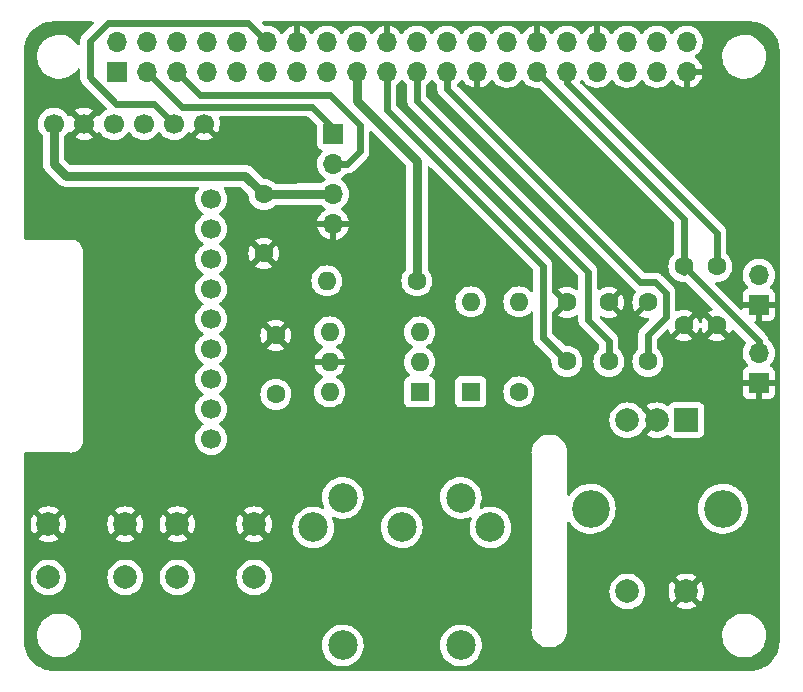
<source format=gbl>
G04 #@! TF.GenerationSoftware,KiCad,Pcbnew,(6.0.5)*
G04 #@! TF.CreationDate,2022-07-27T19:44:20+01:00*
G04 #@! TF.ProjectId,RPi-MiniDexed-IOBoard,5250692d-4d69-46e6-9944-657865642d49,rev?*
G04 #@! TF.SameCoordinates,Original*
G04 #@! TF.FileFunction,Copper,L2,Bot*
G04 #@! TF.FilePolarity,Positive*
%FSLAX46Y46*%
G04 Gerber Fmt 4.6, Leading zero omitted, Abs format (unit mm)*
G04 Created by KiCad (PCBNEW (6.0.5)) date 2022-07-27 19:44:20*
%MOMM*%
%LPD*%
G01*
G04 APERTURE LIST*
G04 #@! TA.AperFunction,ComponentPad*
%ADD10C,1.700000*%
G04 #@! TD*
G04 #@! TA.AperFunction,ComponentPad*
%ADD11C,2.000000*%
G04 #@! TD*
G04 #@! TA.AperFunction,ComponentPad*
%ADD12R,1.700000X1.700000*%
G04 #@! TD*
G04 #@! TA.AperFunction,ComponentPad*
%ADD13O,1.700000X1.700000*%
G04 #@! TD*
G04 #@! TA.AperFunction,ComponentPad*
%ADD14C,1.600000*%
G04 #@! TD*
G04 #@! TA.AperFunction,ComponentPad*
%ADD15R,2.000000X2.000000*%
G04 #@! TD*
G04 #@! TA.AperFunction,ComponentPad*
%ADD16C,3.200000*%
G04 #@! TD*
G04 #@! TA.AperFunction,ComponentPad*
%ADD17O,1.600000X1.600000*%
G04 #@! TD*
G04 #@! TA.AperFunction,ComponentPad*
%ADD18R,1.600000X1.600000*%
G04 #@! TD*
G04 #@! TA.AperFunction,WasherPad*
%ADD19C,2.499360*%
G04 #@! TD*
G04 #@! TA.AperFunction,ComponentPad*
%ADD20C,2.499360*%
G04 #@! TD*
G04 #@! TA.AperFunction,Conductor*
%ADD21C,0.600000*%
G04 #@! TD*
G04 #@! TA.AperFunction,Conductor*
%ADD22C,0.800000*%
G04 #@! TD*
G04 APERTURE END LIST*
D10*
X216371000Y-109533000D03*
X216371000Y-112073000D03*
X216371000Y-114613000D03*
X216371000Y-117153000D03*
X216371000Y-119693000D03*
X216371000Y-122233000D03*
X216371000Y-124773000D03*
X216371000Y-127313000D03*
X216371000Y-129853000D03*
X215736000Y-103183000D03*
X213196000Y-103183000D03*
X210656000Y-103183000D03*
X208116000Y-103183000D03*
X205576000Y-103183000D03*
X203036000Y-103183000D03*
D11*
X220014000Y-137082000D03*
X213514000Y-137082000D03*
X220014000Y-141582000D03*
X213514000Y-141582000D03*
X209092000Y-137082000D03*
X202592000Y-137082000D03*
X209092000Y-141582000D03*
X202592000Y-141582000D03*
D12*
X262738000Y-118509000D03*
D13*
X262738000Y-115969000D03*
X262738000Y-122573000D03*
D12*
X262738000Y-125113000D03*
D14*
X259182000Y-120242000D03*
X259182000Y-115242000D03*
X256388000Y-120242000D03*
X256388000Y-115242000D03*
X253340000Y-118290000D03*
X253340000Y-123290000D03*
D15*
X256602000Y-128272000D03*
D11*
X251602000Y-128272000D03*
X254102000Y-128272000D03*
D16*
X259702000Y-135772000D03*
X248502000Y-135772000D03*
D11*
X251602000Y-142772000D03*
X256602000Y-142772000D03*
D14*
X233782000Y-116472000D03*
D17*
X226162000Y-116472000D03*
D14*
X221844000Y-126084000D03*
X221844000Y-121084000D03*
D18*
X238354000Y-125870000D03*
D17*
X238354000Y-118250000D03*
D14*
X242418000Y-125870000D03*
D17*
X242418000Y-118250000D03*
D14*
X246482000Y-123290000D03*
X246482000Y-118290000D03*
D19*
X237513260Y-147345700D03*
X227510740Y-147345700D03*
D20*
X240010080Y-137350800D03*
X232512000Y-137348260D03*
X225013920Y-137350800D03*
X237508180Y-134848900D03*
X227515820Y-134848900D03*
D18*
X234026000Y-125880000D03*
D17*
X234026000Y-123340000D03*
X234026000Y-120800000D03*
X226406000Y-120800000D03*
X226406000Y-123340000D03*
X226406000Y-125880000D03*
D14*
X220828000Y-109146000D03*
X220828000Y-114146000D03*
D12*
X226695000Y-104036000D03*
D13*
X226695000Y-106576000D03*
X226695000Y-109116000D03*
X226695000Y-111656000D03*
D14*
X250038000Y-123290000D03*
X250038000Y-118290000D03*
D12*
X208370000Y-98770000D03*
D13*
X208370000Y-96230000D03*
X210910000Y-98770000D03*
X210910000Y-96230000D03*
X213450000Y-98770000D03*
X213450000Y-96230000D03*
X215990000Y-98770000D03*
X215990000Y-96230000D03*
X218530000Y-98770000D03*
X218530000Y-96230000D03*
X221070000Y-98770000D03*
X221070000Y-96230000D03*
X223610000Y-98770000D03*
X223610000Y-96230000D03*
X226150000Y-98770000D03*
X226150000Y-96230000D03*
X228690000Y-98770000D03*
X228690000Y-96230000D03*
X231230000Y-98770000D03*
X231230000Y-96230000D03*
X233770000Y-98770000D03*
X233770000Y-96230000D03*
X236310000Y-98770000D03*
X236310000Y-96230000D03*
X238850000Y-98770000D03*
X238850000Y-96230000D03*
X241390000Y-98770000D03*
X241390000Y-96230000D03*
X243930000Y-98770000D03*
X243930000Y-96230000D03*
X246470000Y-98770000D03*
X246470000Y-96230000D03*
X249010000Y-98770000D03*
X249010000Y-96230000D03*
X251550000Y-98770000D03*
X251550000Y-96230000D03*
X254090000Y-98770000D03*
X254090000Y-96230000D03*
X256630000Y-98770000D03*
X256630000Y-96230000D03*
D21*
X211499000Y-101486000D02*
X213196000Y-103183000D01*
X208332000Y-101486000D02*
X211499000Y-101486000D01*
X206096000Y-96152000D02*
X206096000Y-99250000D01*
X207620000Y-94628000D02*
X206096000Y-96152000D01*
X206096000Y-99250000D02*
X208332000Y-101486000D01*
X219468000Y-94628000D02*
X207620000Y-94628000D01*
X221070000Y-96230000D02*
X219468000Y-94628000D01*
D22*
X203036000Y-106528000D02*
X203036000Y-103183000D01*
X203023000Y-106541000D02*
X203036000Y-106528000D01*
X204064000Y-107582000D02*
X203023000Y-106541000D01*
X219264000Y-107582000D02*
X204064000Y-107582000D01*
X220828000Y-109146000D02*
X219264000Y-107582000D01*
D21*
X262738000Y-121592000D02*
X256388000Y-115242000D01*
X262738000Y-122319000D02*
X262738000Y-121592000D01*
X259182000Y-112408000D02*
X259182000Y-115242000D01*
X236310000Y-100204000D02*
X252705000Y-116599000D01*
X236310000Y-98770000D02*
X236310000Y-100204000D01*
X253975000Y-116599000D02*
X254864000Y-117488000D01*
X252705000Y-116599000D02*
X253975000Y-116599000D01*
X246470000Y-98770000D02*
X246470000Y-99696000D01*
X246470000Y-99696000D02*
X259182000Y-112408000D01*
X254864000Y-117488000D02*
X254864000Y-119520000D01*
X244450000Y-115202000D02*
X244450000Y-115456000D01*
X231230000Y-98770000D02*
X231230000Y-101982000D01*
X244450000Y-115456000D02*
X244450000Y-121298000D01*
X231230000Y-101982000D02*
X244450000Y-115202000D01*
X253340000Y-121044000D02*
X253340000Y-123290000D01*
X254864000Y-119520000D02*
X253340000Y-121044000D01*
X256388000Y-111228000D02*
X243930000Y-98770000D01*
X256388000Y-115750000D02*
X256388000Y-111228000D01*
X248260000Y-119774000D02*
X248260000Y-115710000D01*
X250038000Y-121552000D02*
X248260000Y-119774000D01*
X250038000Y-123290000D02*
X250038000Y-121552000D01*
X233770000Y-101220000D02*
X248260000Y-115710000D01*
X244450000Y-121298000D02*
X244490000Y-121298000D01*
X244490000Y-121298000D02*
X246482000Y-123290000D01*
X233770000Y-101220000D02*
X233770000Y-98770000D01*
X226695000Y-103543000D02*
X226695000Y-104036000D01*
X213880000Y-101740000D02*
X224892000Y-101740000D01*
X210910000Y-98770000D02*
X213880000Y-101740000D01*
X224892000Y-101740000D02*
X226695000Y-103543000D01*
X227897081Y-106576000D02*
X226695000Y-106576000D01*
X228956000Y-105517081D02*
X227897081Y-106576000D01*
X215404000Y-100724000D02*
X226416000Y-100724000D01*
X226416000Y-100724000D02*
X228956000Y-103264000D01*
X228956000Y-103264000D02*
X228956000Y-105517081D01*
X213450000Y-98770000D02*
X215404000Y-100724000D01*
D22*
X223836000Y-109146000D02*
X220828000Y-109146000D01*
X223866000Y-109116000D02*
X223836000Y-109146000D01*
X226695000Y-109116000D02*
X223866000Y-109116000D01*
X228690000Y-101220000D02*
X228690000Y-98770000D01*
X233782000Y-106312000D02*
X228690000Y-101220000D01*
X233782000Y-116472000D02*
X233782000Y-106312000D01*
G04 #@! TA.AperFunction,Conductor*
G36*
X206360040Y-94528502D02*
G01*
X206406533Y-94582158D01*
X206416637Y-94652432D01*
X206387143Y-94717012D01*
X206381030Y-94723579D01*
X205530749Y-95573859D01*
X205529906Y-95574693D01*
X205513673Y-95590590D01*
X205465493Y-95637771D01*
X205442002Y-95674221D01*
X205434583Y-95684546D01*
X205407524Y-95718443D01*
X205404459Y-95724784D01*
X205404458Y-95724785D01*
X205392928Y-95748637D01*
X205385399Y-95762054D01*
X205367235Y-95790238D01*
X205364827Y-95796855D01*
X205364824Y-95796860D01*
X205352408Y-95830973D01*
X205347447Y-95842716D01*
X205331646Y-95875403D01*
X205331644Y-95875408D01*
X205328579Y-95881749D01*
X205326996Y-95888607D01*
X205326995Y-95888609D01*
X205321035Y-95914426D01*
X205316668Y-95929169D01*
X205305197Y-95960685D01*
X205304314Y-95967675D01*
X205304312Y-95967683D01*
X205299762Y-96003701D01*
X205297526Y-96016253D01*
X205287776Y-96058485D01*
X205287751Y-96065531D01*
X205287751Y-96065534D01*
X205287634Y-96099056D01*
X205287605Y-96099938D01*
X205287500Y-96100769D01*
X205287500Y-96137419D01*
X205287499Y-96137859D01*
X205287166Y-96233365D01*
X205287143Y-96239870D01*
X205287411Y-96241070D01*
X205287500Y-96242707D01*
X205287500Y-96409943D01*
X205267498Y-96478064D01*
X205213842Y-96524557D01*
X205143568Y-96534661D01*
X205078988Y-96505167D01*
X205052768Y-96473609D01*
X205035735Y-96444518D01*
X204917434Y-96296590D01*
X204870136Y-96237447D01*
X204870135Y-96237445D01*
X204867284Y-96233881D01*
X204670191Y-96049766D01*
X204448584Y-95896032D01*
X204444501Y-95894001D01*
X204444498Y-95893999D01*
X204279606Y-95811967D01*
X204207106Y-95775899D01*
X204202772Y-95774478D01*
X204202769Y-95774477D01*
X203955147Y-95693302D01*
X203955141Y-95693301D01*
X203950814Y-95691882D01*
X203908638Y-95684559D01*
X203688860Y-95646399D01*
X203688852Y-95646398D01*
X203685079Y-95645743D01*
X203673817Y-95645182D01*
X203601422Y-95641578D01*
X203601414Y-95641578D01*
X203599851Y-95641500D01*
X203431488Y-95641500D01*
X203429220Y-95641665D01*
X203429208Y-95641665D01*
X203298116Y-95651177D01*
X203230996Y-95656047D01*
X203226541Y-95657031D01*
X203226538Y-95657031D01*
X202972088Y-95713209D01*
X202972084Y-95713210D01*
X202967628Y-95714194D01*
X202939674Y-95724785D01*
X202719682Y-95808132D01*
X202719679Y-95808133D01*
X202715412Y-95809750D01*
X202479632Y-95940714D01*
X202476000Y-95943486D01*
X202271281Y-96099723D01*
X202265227Y-96104343D01*
X202262034Y-96107609D01*
X202262032Y-96107611D01*
X202246233Y-96123773D01*
X202076688Y-96297208D01*
X201917966Y-96515270D01*
X201915844Y-96519304D01*
X201794510Y-96749921D01*
X201794507Y-96749927D01*
X201792385Y-96753961D01*
X201790865Y-96758266D01*
X201790863Y-96758270D01*
X201729576Y-96931819D01*
X201702575Y-97008280D01*
X201693712Y-97053250D01*
X201651478Y-97267529D01*
X201650419Y-97272900D01*
X201650192Y-97277453D01*
X201650192Y-97277456D01*
X201637788Y-97526638D01*
X201637009Y-97542277D01*
X201662625Y-97810769D01*
X201663710Y-97815203D01*
X201663711Y-97815209D01*
X201713780Y-98019825D01*
X201726731Y-98072750D01*
X201827985Y-98322733D01*
X201830294Y-98326676D01*
X201933505Y-98502947D01*
X201964265Y-98555482D01*
X202033455Y-98642000D01*
X202084686Y-98706060D01*
X202132716Y-98766119D01*
X202329809Y-98950234D01*
X202551416Y-99103968D01*
X202555499Y-99105999D01*
X202555502Y-99106001D01*
X202671013Y-99163466D01*
X202792894Y-99224101D01*
X202797228Y-99225522D01*
X202797231Y-99225523D01*
X203044853Y-99306698D01*
X203044859Y-99306699D01*
X203049186Y-99308118D01*
X203053677Y-99308898D01*
X203053678Y-99308898D01*
X203311140Y-99353601D01*
X203311148Y-99353602D01*
X203314921Y-99354257D01*
X203318758Y-99354448D01*
X203398578Y-99358422D01*
X203398586Y-99358422D01*
X203400149Y-99358500D01*
X203568512Y-99358500D01*
X203570780Y-99358335D01*
X203570792Y-99358335D01*
X203701884Y-99348823D01*
X203769004Y-99343953D01*
X203773459Y-99342969D01*
X203773462Y-99342969D01*
X204027912Y-99286791D01*
X204027916Y-99286790D01*
X204032372Y-99285806D01*
X204158480Y-99238028D01*
X204280318Y-99191868D01*
X204280321Y-99191867D01*
X204284588Y-99190250D01*
X204520368Y-99059286D01*
X204734773Y-98895657D01*
X204923312Y-98702792D01*
X204925999Y-98699101D01*
X204926006Y-98699093D01*
X205059629Y-98515513D01*
X205115889Y-98472208D01*
X205186630Y-98466194D01*
X205249393Y-98499381D01*
X205284250Y-98561232D01*
X205287500Y-98589663D01*
X205287500Y-99240786D01*
X205287493Y-99242106D01*
X205286549Y-99332221D01*
X205295711Y-99374597D01*
X205297769Y-99387163D01*
X205302603Y-99430255D01*
X205304919Y-99436906D01*
X205304920Y-99436910D01*
X205313633Y-99461930D01*
X205317796Y-99476742D01*
X205317851Y-99476994D01*
X205324881Y-99509510D01*
X205343208Y-99548813D01*
X205347990Y-99560589D01*
X205362255Y-99601552D01*
X205365989Y-99607527D01*
X205365990Y-99607530D01*
X205380027Y-99629995D01*
X205387366Y-99643512D01*
X205398559Y-99667514D01*
X205401538Y-99673902D01*
X205405855Y-99679467D01*
X205405856Y-99679469D01*
X205428106Y-99708153D01*
X205435402Y-99718612D01*
X205454629Y-99749382D01*
X205458374Y-99755376D01*
X205463334Y-99760371D01*
X205463335Y-99760372D01*
X205486976Y-99784179D01*
X205487561Y-99784804D01*
X205488078Y-99785470D01*
X205514067Y-99811459D01*
X205586185Y-99884082D01*
X205587222Y-99884740D01*
X205588451Y-99885843D01*
X207493347Y-101790739D01*
X207527373Y-101853051D01*
X207522308Y-101923866D01*
X207479761Y-101980702D01*
X207462445Y-101991590D01*
X207389607Y-102029507D01*
X207385474Y-102032610D01*
X207385471Y-102032612D01*
X207215100Y-102160530D01*
X207210965Y-102163635D01*
X207056629Y-102325138D01*
X206983693Y-102432059D01*
X206948898Y-102483066D01*
X206893987Y-102528069D01*
X206823462Y-102536240D01*
X206759715Y-102504986D01*
X206739017Y-102480501D01*
X206709062Y-102434197D01*
X206698377Y-102424995D01*
X206688812Y-102429398D01*
X205948022Y-103170188D01*
X205940408Y-103184132D01*
X205940539Y-103185965D01*
X205944790Y-103192580D01*
X206686474Y-103934264D01*
X206698484Y-103940823D01*
X206710223Y-103931855D01*
X206744022Y-103884819D01*
X206745277Y-103885721D01*
X206792391Y-103842355D01*
X206862330Y-103830148D01*
X206927767Y-103857691D01*
X206955580Y-103889513D01*
X207013287Y-103983683D01*
X207013291Y-103983688D01*
X207015987Y-103988088D01*
X207162250Y-104156938D01*
X207334126Y-104299632D01*
X207527000Y-104412338D01*
X207735692Y-104492030D01*
X207740760Y-104493061D01*
X207740763Y-104493062D01*
X207845604Y-104514392D01*
X207954597Y-104536567D01*
X207959772Y-104536757D01*
X207959774Y-104536757D01*
X208172673Y-104544564D01*
X208172677Y-104544564D01*
X208177837Y-104544753D01*
X208182957Y-104544097D01*
X208182959Y-104544097D01*
X208394288Y-104517025D01*
X208394289Y-104517025D01*
X208399416Y-104516368D01*
X208404366Y-104514883D01*
X208608429Y-104453661D01*
X208608434Y-104453659D01*
X208613384Y-104452174D01*
X208813994Y-104353896D01*
X208995860Y-104224173D01*
X209154096Y-104066489D01*
X209213594Y-103983689D01*
X209284453Y-103885077D01*
X209285776Y-103886028D01*
X209332645Y-103842857D01*
X209402580Y-103830625D01*
X209468026Y-103858144D01*
X209495875Y-103889994D01*
X209555987Y-103988088D01*
X209702250Y-104156938D01*
X209874126Y-104299632D01*
X210067000Y-104412338D01*
X210275692Y-104492030D01*
X210280760Y-104493061D01*
X210280763Y-104493062D01*
X210385604Y-104514392D01*
X210494597Y-104536567D01*
X210499772Y-104536757D01*
X210499774Y-104536757D01*
X210712673Y-104544564D01*
X210712677Y-104544564D01*
X210717837Y-104544753D01*
X210722957Y-104544097D01*
X210722959Y-104544097D01*
X210934288Y-104517025D01*
X210934289Y-104517025D01*
X210939416Y-104516368D01*
X210944366Y-104514883D01*
X211148429Y-104453661D01*
X211148434Y-104453659D01*
X211153384Y-104452174D01*
X211353994Y-104353896D01*
X211535860Y-104224173D01*
X211694096Y-104066489D01*
X211753594Y-103983689D01*
X211824453Y-103885077D01*
X211825776Y-103886028D01*
X211872645Y-103842857D01*
X211942580Y-103830625D01*
X212008026Y-103858144D01*
X212035875Y-103889994D01*
X212095987Y-103988088D01*
X212242250Y-104156938D01*
X212414126Y-104299632D01*
X212607000Y-104412338D01*
X212815692Y-104492030D01*
X212820760Y-104493061D01*
X212820763Y-104493062D01*
X212925604Y-104514392D01*
X213034597Y-104536567D01*
X213039772Y-104536757D01*
X213039774Y-104536757D01*
X213252673Y-104544564D01*
X213252677Y-104544564D01*
X213257837Y-104544753D01*
X213262957Y-104544097D01*
X213262959Y-104544097D01*
X213474288Y-104517025D01*
X213474289Y-104517025D01*
X213479416Y-104516368D01*
X213484366Y-104514883D01*
X213688429Y-104453661D01*
X213688434Y-104453659D01*
X213693384Y-104452174D01*
X213893994Y-104353896D01*
X213958544Y-104307853D01*
X214975977Y-104307853D01*
X214981258Y-104314907D01*
X215142756Y-104409279D01*
X215152042Y-104413729D01*
X215351001Y-104489703D01*
X215360899Y-104492579D01*
X215569595Y-104535038D01*
X215579823Y-104536257D01*
X215792650Y-104544062D01*
X215802936Y-104543595D01*
X216014185Y-104516534D01*
X216024262Y-104514392D01*
X216228255Y-104453191D01*
X216237842Y-104449433D01*
X216429098Y-104355738D01*
X216437944Y-104350465D01*
X216485247Y-104316723D01*
X216493648Y-104306023D01*
X216486660Y-104292870D01*
X215748812Y-103555022D01*
X215734868Y-103547408D01*
X215733035Y-103547539D01*
X215726420Y-103551790D01*
X214982737Y-104295473D01*
X214975977Y-104307853D01*
X213958544Y-104307853D01*
X214075860Y-104224173D01*
X214234096Y-104066489D01*
X214293594Y-103983689D01*
X214364453Y-103885077D01*
X214365640Y-103885930D01*
X214412960Y-103842362D01*
X214482897Y-103830145D01*
X214548338Y-103857678D01*
X214576166Y-103889512D01*
X214602459Y-103932419D01*
X214612916Y-103941880D01*
X214621694Y-103938096D01*
X215646905Y-102912885D01*
X215709217Y-102878859D01*
X215780032Y-102883924D01*
X215825095Y-102912885D01*
X216846474Y-103934264D01*
X216858484Y-103940823D01*
X216870223Y-103931855D01*
X216901004Y-103889019D01*
X216906315Y-103880180D01*
X217000670Y-103689267D01*
X217004469Y-103679672D01*
X217066376Y-103475915D01*
X217068555Y-103465834D01*
X217096590Y-103252887D01*
X217097109Y-103246212D01*
X217098572Y-103186364D01*
X217098378Y-103179646D01*
X217080781Y-102965604D01*
X217079096Y-102955424D01*
X217027214Y-102748875D01*
X217023894Y-102739124D01*
X217017641Y-102724742D01*
X217008821Y-102654296D01*
X217039488Y-102590264D01*
X217099905Y-102552976D01*
X217133191Y-102548500D01*
X224504918Y-102548500D01*
X224573039Y-102568502D01*
X224594013Y-102585405D01*
X225299595Y-103290987D01*
X225333621Y-103353299D01*
X225336500Y-103380082D01*
X225336500Y-104934134D01*
X225343255Y-104996316D01*
X225394385Y-105132705D01*
X225481739Y-105249261D01*
X225598295Y-105336615D01*
X225606704Y-105339767D01*
X225606705Y-105339768D01*
X225715451Y-105380535D01*
X225772216Y-105423176D01*
X225796916Y-105489738D01*
X225781709Y-105559087D01*
X225762316Y-105585568D01*
X225635629Y-105718138D01*
X225509743Y-105902680D01*
X225490425Y-105944298D01*
X225420538Y-106094857D01*
X225415688Y-106105305D01*
X225355989Y-106320570D01*
X225332251Y-106542695D01*
X225332548Y-106547848D01*
X225332548Y-106547851D01*
X225340647Y-106688313D01*
X225345110Y-106765715D01*
X225346247Y-106770761D01*
X225346248Y-106770767D01*
X225360933Y-106835927D01*
X225394222Y-106983639D01*
X225434791Y-107083549D01*
X225474871Y-107182254D01*
X225478266Y-107190616D01*
X225510915Y-107243894D01*
X225587823Y-107369397D01*
X225594987Y-107381088D01*
X225741250Y-107549938D01*
X225913126Y-107692632D01*
X225983595Y-107733811D01*
X225986445Y-107735476D01*
X226035169Y-107787114D01*
X226048240Y-107856897D01*
X226021509Y-107922669D01*
X225981055Y-107956027D01*
X225968607Y-107962507D01*
X225964474Y-107965610D01*
X225964471Y-107965612D01*
X225794100Y-108093530D01*
X225789965Y-108096635D01*
X225722884Y-108166832D01*
X225721241Y-108168551D01*
X225659717Y-108203981D01*
X225630147Y-108207500D01*
X223947416Y-108207500D01*
X223927707Y-108205949D01*
X223913809Y-108203748D01*
X223907222Y-108204093D01*
X223907217Y-108204093D01*
X223845519Y-108207327D01*
X223838925Y-108207500D01*
X223818390Y-108207500D01*
X223812222Y-108208148D01*
X223797960Y-108209647D01*
X223791385Y-108210164D01*
X223729696Y-108213397D01*
X223729695Y-108213397D01*
X223723096Y-108213743D01*
X223709508Y-108217384D01*
X223690061Y-108220988D01*
X223682642Y-108221767D01*
X223682636Y-108221768D01*
X223676072Y-108222458D01*
X223648758Y-108231333D01*
X223609821Y-108237500D01*
X221822188Y-108237500D01*
X221754067Y-108217498D01*
X221733093Y-108200595D01*
X221672300Y-108139802D01*
X221667792Y-108136645D01*
X221667789Y-108136643D01*
X221589611Y-108081902D01*
X221484749Y-108008477D01*
X221479767Y-108006154D01*
X221479762Y-108006151D01*
X221282225Y-107914039D01*
X221282224Y-107914039D01*
X221277243Y-107911716D01*
X221271935Y-107910294D01*
X221271933Y-107910293D01*
X221061402Y-107853881D01*
X221061400Y-107853881D01*
X221056087Y-107852457D01*
X221050611Y-107851978D01*
X221050606Y-107851977D01*
X220920904Y-107840630D01*
X220842249Y-107833749D01*
X220776131Y-107807886D01*
X220764136Y-107797323D01*
X219963981Y-106997168D01*
X219951140Y-106982135D01*
X219946746Y-106976087D01*
X219946745Y-106976086D01*
X219942866Y-106970747D01*
X219892041Y-106924984D01*
X219887256Y-106920443D01*
X219872741Y-106905928D01*
X219865282Y-106899888D01*
X219856784Y-106893006D01*
X219851769Y-106888722D01*
X219805855Y-106847381D01*
X219805850Y-106847377D01*
X219800944Y-106842960D01*
X219795228Y-106839660D01*
X219795224Y-106839657D01*
X219788763Y-106835927D01*
X219772466Y-106824727D01*
X219766660Y-106820025D01*
X219766658Y-106820024D01*
X219761530Y-106815871D01*
X219700577Y-106784814D01*
X219694782Y-106781667D01*
X219641279Y-106750777D01*
X219641278Y-106750776D01*
X219635556Y-106747473D01*
X219629274Y-106745432D01*
X219629272Y-106745431D01*
X219622174Y-106743125D01*
X219603907Y-106735559D01*
X219591370Y-106729171D01*
X219525299Y-106711467D01*
X219518997Y-106709600D01*
X219453928Y-106688458D01*
X219447363Y-106687768D01*
X219447354Y-106687766D01*
X219439925Y-106686985D01*
X219420491Y-106683383D01*
X219413286Y-106681453D01*
X219413284Y-106681453D01*
X219406903Y-106679743D01*
X219400312Y-106679398D01*
X219400308Y-106679397D01*
X219338616Y-106676164D01*
X219332042Y-106675647D01*
X219314884Y-106673844D01*
X219314882Y-106673844D01*
X219311610Y-106673500D01*
X219291074Y-106673500D01*
X219284480Y-106673327D01*
X219222782Y-106670093D01*
X219222777Y-106670093D01*
X219216190Y-106669748D01*
X219202292Y-106671949D01*
X219182583Y-106673500D01*
X204492503Y-106673500D01*
X204424382Y-106653498D01*
X204403408Y-106636595D01*
X203981405Y-106214592D01*
X203947379Y-106152280D01*
X203944500Y-106125497D01*
X203944500Y-104307853D01*
X204815977Y-104307853D01*
X204821258Y-104314907D01*
X204982756Y-104409279D01*
X204992042Y-104413729D01*
X205191001Y-104489703D01*
X205200899Y-104492579D01*
X205409595Y-104535038D01*
X205419823Y-104536257D01*
X205632650Y-104544062D01*
X205642936Y-104543595D01*
X205854185Y-104516534D01*
X205864262Y-104514392D01*
X206068255Y-104453191D01*
X206077842Y-104449433D01*
X206269098Y-104355738D01*
X206277944Y-104350465D01*
X206325247Y-104316723D01*
X206333648Y-104306023D01*
X206326660Y-104292870D01*
X205588812Y-103555022D01*
X205574868Y-103547408D01*
X205573035Y-103547539D01*
X205566420Y-103551790D01*
X204822737Y-104295473D01*
X204815977Y-104307853D01*
X203944500Y-104307853D01*
X203944500Y-104247953D01*
X203964502Y-104179832D01*
X203981560Y-104158702D01*
X204070435Y-104070137D01*
X204074096Y-104066489D01*
X204133594Y-103983689D01*
X204204453Y-103885077D01*
X204205640Y-103885930D01*
X204252960Y-103842362D01*
X204322897Y-103830145D01*
X204388338Y-103857678D01*
X204416166Y-103889512D01*
X204442459Y-103932419D01*
X204452916Y-103941880D01*
X204461694Y-103938096D01*
X205203978Y-103195812D01*
X205211592Y-103181868D01*
X205211461Y-103180035D01*
X205207210Y-103173420D01*
X204465849Y-102432059D01*
X204454313Y-102425759D01*
X204442031Y-102435382D01*
X204409499Y-102483072D01*
X204354587Y-102528075D01*
X204284063Y-102536246D01*
X204220316Y-102504992D01*
X204199618Y-102480508D01*
X204118822Y-102355617D01*
X204118820Y-102355614D01*
X204116014Y-102351277D01*
X203965670Y-102186051D01*
X203961619Y-102182852D01*
X203961615Y-102182848D01*
X203805338Y-102059427D01*
X204817223Y-102059427D01*
X204823968Y-102071758D01*
X205563188Y-102810978D01*
X205577132Y-102818592D01*
X205578965Y-102818461D01*
X205585580Y-102814210D01*
X206329389Y-102070401D01*
X206336410Y-102057544D01*
X206329611Y-102048213D01*
X206325554Y-102045518D01*
X206139117Y-101942599D01*
X206129705Y-101938369D01*
X205928959Y-101867280D01*
X205918989Y-101864646D01*
X205709327Y-101827301D01*
X205699073Y-101826331D01*
X205486116Y-101823728D01*
X205475832Y-101824448D01*
X205265321Y-101856661D01*
X205255293Y-101859050D01*
X205052868Y-101925212D01*
X205043359Y-101929209D01*
X204854466Y-102027540D01*
X204845734Y-102033039D01*
X204825677Y-102048099D01*
X204817223Y-102059427D01*
X203805338Y-102059427D01*
X203794414Y-102050800D01*
X203794410Y-102050798D01*
X203790359Y-102047598D01*
X203594789Y-101939638D01*
X203589920Y-101937914D01*
X203589916Y-101937912D01*
X203389087Y-101866795D01*
X203389083Y-101866794D01*
X203384212Y-101865069D01*
X203379119Y-101864162D01*
X203379116Y-101864161D01*
X203169373Y-101826800D01*
X203169367Y-101826799D01*
X203164284Y-101825894D01*
X203090452Y-101824992D01*
X202946081Y-101823228D01*
X202946079Y-101823228D01*
X202940911Y-101823165D01*
X202720091Y-101856955D01*
X202507756Y-101926357D01*
X202309607Y-102029507D01*
X202305474Y-102032610D01*
X202305471Y-102032612D01*
X202135100Y-102160530D01*
X202130965Y-102163635D01*
X201976629Y-102325138D01*
X201850743Y-102509680D01*
X201756688Y-102712305D01*
X201696989Y-102927570D01*
X201673251Y-103149695D01*
X201673548Y-103154848D01*
X201673548Y-103154851D01*
X201685812Y-103367547D01*
X201686110Y-103372715D01*
X201687247Y-103377761D01*
X201687248Y-103377767D01*
X201708275Y-103471069D01*
X201735222Y-103590639D01*
X201796673Y-103741976D01*
X201815475Y-103788279D01*
X201819266Y-103797616D01*
X201869861Y-103880180D01*
X201933291Y-103983688D01*
X201935987Y-103988088D01*
X201939367Y-103991990D01*
X202078866Y-104153032D01*
X202078869Y-104153035D01*
X202082250Y-104156938D01*
X202086224Y-104160237D01*
X202089658Y-104163600D01*
X202124334Y-104225553D01*
X202127500Y-104253623D01*
X202127500Y-106356289D01*
X202123207Y-106388899D01*
X202122451Y-106391720D01*
X202122450Y-106391727D01*
X202120743Y-106398097D01*
X202120398Y-106404689D01*
X202118584Y-106439299D01*
X202117206Y-106452418D01*
X202110748Y-106493190D01*
X202111093Y-106499777D01*
X202111093Y-106499782D01*
X202112908Y-106534406D01*
X202112908Y-106547594D01*
X202111093Y-106582218D01*
X202111093Y-106582223D01*
X202110748Y-106588810D01*
X202111780Y-106595325D01*
X202117206Y-106629582D01*
X202118584Y-106642701D01*
X202120216Y-106673844D01*
X202120743Y-106683903D01*
X202122451Y-106690277D01*
X202122452Y-106690284D01*
X202131423Y-106723763D01*
X202134166Y-106736665D01*
X202139589Y-106770908D01*
X202139591Y-106770914D01*
X202140623Y-106777432D01*
X202155413Y-106815960D01*
X202159488Y-106828502D01*
X202170171Y-106868370D01*
X202188914Y-106905156D01*
X202194264Y-106917172D01*
X202209062Y-106955722D01*
X202231548Y-106990348D01*
X202238130Y-107001748D01*
X202256871Y-107038530D01*
X202282847Y-107070608D01*
X202290591Y-107081267D01*
X202293545Y-107085815D01*
X202313074Y-107115887D01*
X203364019Y-108166832D01*
X203376860Y-108181865D01*
X203385134Y-108193253D01*
X203409790Y-108215453D01*
X203435959Y-108239016D01*
X203440744Y-108243557D01*
X203455259Y-108258072D01*
X203457823Y-108260148D01*
X203471216Y-108270994D01*
X203476231Y-108275278D01*
X203522145Y-108316619D01*
X203522150Y-108316623D01*
X203527056Y-108321040D01*
X203532772Y-108324340D01*
X203532776Y-108324343D01*
X203539237Y-108328073D01*
X203555533Y-108339273D01*
X203566470Y-108348129D01*
X203627421Y-108379185D01*
X203633215Y-108382331D01*
X203692444Y-108416527D01*
X203698726Y-108418568D01*
X203698728Y-108418569D01*
X203705826Y-108420875D01*
X203724092Y-108428440D01*
X203736630Y-108434829D01*
X203743006Y-108436538D01*
X203743010Y-108436539D01*
X203802685Y-108452529D01*
X203809010Y-108454402D01*
X203874072Y-108475542D01*
X203880640Y-108476232D01*
X203880644Y-108476233D01*
X203888061Y-108477012D01*
X203907508Y-108480616D01*
X203921096Y-108484257D01*
X203927695Y-108484603D01*
X203927696Y-108484603D01*
X203989385Y-108487836D01*
X203995960Y-108488353D01*
X204010222Y-108489852D01*
X204016390Y-108490500D01*
X204036925Y-108490500D01*
X204043519Y-108490673D01*
X204105217Y-108493907D01*
X204105222Y-108493907D01*
X204111809Y-108494252D01*
X204125707Y-108492051D01*
X204145416Y-108490500D01*
X215199105Y-108490500D01*
X215267226Y-108510502D01*
X215313719Y-108564158D01*
X215323823Y-108634432D01*
X215303195Y-108687502D01*
X215185743Y-108859680D01*
X215091688Y-109062305D01*
X215031989Y-109277570D01*
X215008251Y-109499695D01*
X215008548Y-109504848D01*
X215008548Y-109504851D01*
X215014011Y-109599590D01*
X215021110Y-109722715D01*
X215022247Y-109727761D01*
X215022248Y-109727767D01*
X215042119Y-109815939D01*
X215070222Y-109940639D01*
X215154266Y-110147616D01*
X215159010Y-110155357D01*
X215264445Y-110327412D01*
X215270987Y-110338088D01*
X215417250Y-110506938D01*
X215589126Y-110649632D01*
X215659595Y-110690811D01*
X215662445Y-110692476D01*
X215711169Y-110744114D01*
X215724240Y-110813897D01*
X215697509Y-110879669D01*
X215657055Y-110913027D01*
X215644607Y-110919507D01*
X215640474Y-110922610D01*
X215640471Y-110922612D01*
X215515006Y-111016814D01*
X215465965Y-111053635D01*
X215311629Y-111215138D01*
X215185743Y-111399680D01*
X215091688Y-111602305D01*
X215031989Y-111817570D01*
X215008251Y-112039695D01*
X215008548Y-112044848D01*
X215008548Y-112044851D01*
X215014011Y-112139590D01*
X215021110Y-112262715D01*
X215022247Y-112267761D01*
X215022248Y-112267767D01*
X215022939Y-112270832D01*
X215070222Y-112480639D01*
X215154266Y-112687616D01*
X215165524Y-112705987D01*
X215256456Y-112854375D01*
X215270987Y-112878088D01*
X215417250Y-113046938D01*
X215589126Y-113189632D01*
X215643378Y-113221334D01*
X215662445Y-113232476D01*
X215711169Y-113284114D01*
X215724240Y-113353897D01*
X215697509Y-113419669D01*
X215657055Y-113453027D01*
X215644607Y-113459507D01*
X215640474Y-113462610D01*
X215640471Y-113462612D01*
X215470100Y-113590530D01*
X215465965Y-113593635D01*
X215462393Y-113597373D01*
X215362181Y-113702239D01*
X215311629Y-113755138D01*
X215308715Y-113759410D01*
X215308714Y-113759411D01*
X215296404Y-113777457D01*
X215185743Y-113939680D01*
X215151917Y-114012552D01*
X215094420Y-114136420D01*
X215091688Y-114142305D01*
X215031989Y-114357570D01*
X215008251Y-114579695D01*
X215008548Y-114584848D01*
X215008548Y-114584851D01*
X215019370Y-114772537D01*
X215021110Y-114802715D01*
X215022247Y-114807761D01*
X215022248Y-114807767D01*
X215041092Y-114891383D01*
X215070222Y-115020639D01*
X215119346Y-115141617D01*
X215142901Y-115199626D01*
X215154266Y-115227616D01*
X215186325Y-115279931D01*
X215263222Y-115405416D01*
X215270987Y-115418088D01*
X215417250Y-115586938D01*
X215589126Y-115729632D01*
X215630134Y-115753595D01*
X215662445Y-115772476D01*
X215711169Y-115824114D01*
X215724240Y-115893897D01*
X215697509Y-115959669D01*
X215657055Y-115993027D01*
X215644607Y-115999507D01*
X215640474Y-116002610D01*
X215640471Y-116002612D01*
X215584161Y-116044891D01*
X215465965Y-116133635D01*
X215311629Y-116295138D01*
X215185743Y-116479680D01*
X215091688Y-116682305D01*
X215031989Y-116897570D01*
X215008251Y-117119695D01*
X215008548Y-117124848D01*
X215008548Y-117124851D01*
X215015936Y-117252986D01*
X215021110Y-117342715D01*
X215022247Y-117347761D01*
X215022248Y-117347767D01*
X215036321Y-117410211D01*
X215070222Y-117560639D01*
X215154266Y-117767616D01*
X215270987Y-117958088D01*
X215417250Y-118126938D01*
X215589126Y-118269632D01*
X215618908Y-118287035D01*
X215662445Y-118312476D01*
X215711169Y-118364114D01*
X215724240Y-118433897D01*
X215697509Y-118499669D01*
X215657055Y-118533027D01*
X215644607Y-118539507D01*
X215640474Y-118542610D01*
X215640471Y-118542612D01*
X215616247Y-118560800D01*
X215465965Y-118673635D01*
X215311629Y-118835138D01*
X215185743Y-119019680D01*
X215144714Y-119108069D01*
X215117029Y-119167713D01*
X215091688Y-119222305D01*
X215031989Y-119437570D01*
X215008251Y-119659695D01*
X215008548Y-119664848D01*
X215008548Y-119664851D01*
X215020204Y-119866999D01*
X215021110Y-119882715D01*
X215022247Y-119887761D01*
X215022248Y-119887767D01*
X215035053Y-119944586D01*
X215070222Y-120100639D01*
X215154266Y-120307616D01*
X215270987Y-120498088D01*
X215417250Y-120666938D01*
X215493846Y-120730529D01*
X215570930Y-120794525D01*
X215589126Y-120809632D01*
X215651474Y-120846065D01*
X215662445Y-120852476D01*
X215711169Y-120904114D01*
X215724240Y-120973897D01*
X215697509Y-121039669D01*
X215657055Y-121073027D01*
X215644607Y-121079507D01*
X215640474Y-121082610D01*
X215640471Y-121082612D01*
X215483528Y-121200448D01*
X215465965Y-121213635D01*
X215462393Y-121217373D01*
X215321071Y-121365258D01*
X215311629Y-121375138D01*
X215308715Y-121379410D01*
X215308714Y-121379411D01*
X215244538Y-121473490D01*
X215185743Y-121559680D01*
X215170003Y-121593590D01*
X215109579Y-121723763D01*
X215091688Y-121762305D01*
X215031989Y-121977570D01*
X215008251Y-122199695D01*
X215008548Y-122204848D01*
X215008548Y-122204851D01*
X215015344Y-122322707D01*
X215021110Y-122422715D01*
X215022247Y-122427761D01*
X215022248Y-122427767D01*
X215036680Y-122491803D01*
X215070222Y-122640639D01*
X215154266Y-122847616D01*
X215270987Y-123038088D01*
X215417250Y-123206938D01*
X215564610Y-123329279D01*
X215570930Y-123334525D01*
X215589126Y-123349632D01*
X215630295Y-123373689D01*
X215662445Y-123392476D01*
X215711169Y-123444114D01*
X215724240Y-123513897D01*
X215697509Y-123579669D01*
X215657055Y-123613027D01*
X215654854Y-123614173D01*
X215644607Y-123619507D01*
X215640474Y-123622610D01*
X215640471Y-123622612D01*
X215477516Y-123744962D01*
X215465965Y-123753635D01*
X215311629Y-123915138D01*
X215308715Y-123919410D01*
X215308714Y-123919411D01*
X215296404Y-123937457D01*
X215185743Y-124099680D01*
X215157443Y-124160648D01*
X215094523Y-124296198D01*
X215091688Y-124302305D01*
X215031989Y-124517570D01*
X215008251Y-124739695D01*
X215008548Y-124744848D01*
X215008548Y-124744851D01*
X215015801Y-124870643D01*
X215021110Y-124962715D01*
X215022247Y-124967761D01*
X215022248Y-124967767D01*
X215036321Y-125030211D01*
X215070222Y-125180639D01*
X215108461Y-125274811D01*
X215147063Y-125369876D01*
X215154266Y-125387616D01*
X215270987Y-125578088D01*
X215417250Y-125746938D01*
X215493846Y-125810529D01*
X215570930Y-125874525D01*
X215589126Y-125889632D01*
X215659595Y-125930811D01*
X215662445Y-125932476D01*
X215711169Y-125984114D01*
X215724240Y-126053897D01*
X215697509Y-126119669D01*
X215657055Y-126153027D01*
X215644607Y-126159507D01*
X215640474Y-126162610D01*
X215640471Y-126162612D01*
X215470100Y-126290530D01*
X215465965Y-126293635D01*
X215431937Y-126329243D01*
X215348721Y-126416324D01*
X215311629Y-126455138D01*
X215308715Y-126459410D01*
X215308714Y-126459411D01*
X215303861Y-126466525D01*
X215185743Y-126639680D01*
X215170003Y-126673590D01*
X215095177Y-126834789D01*
X215091688Y-126842305D01*
X215031989Y-127057570D01*
X215008251Y-127279695D01*
X215008548Y-127284848D01*
X215008548Y-127284851D01*
X215015016Y-127397019D01*
X215021110Y-127502715D01*
X215022247Y-127507761D01*
X215022248Y-127507767D01*
X215038711Y-127580817D01*
X215070222Y-127720639D01*
X215154266Y-127927616D01*
X215270987Y-128118088D01*
X215417250Y-128286938D01*
X215589126Y-128429632D01*
X215659595Y-128470811D01*
X215662445Y-128472476D01*
X215711169Y-128524114D01*
X215724240Y-128593897D01*
X215697509Y-128659669D01*
X215657055Y-128693027D01*
X215644607Y-128699507D01*
X215640474Y-128702610D01*
X215640471Y-128702612D01*
X215616247Y-128720800D01*
X215465965Y-128833635D01*
X215311629Y-128995138D01*
X215185743Y-129179680D01*
X215170003Y-129213590D01*
X215095330Y-129374460D01*
X215091688Y-129382305D01*
X215031989Y-129597570D01*
X215008251Y-129819695D01*
X215008548Y-129824848D01*
X215008548Y-129824851D01*
X215018927Y-130004860D01*
X215021110Y-130042715D01*
X215022247Y-130047761D01*
X215022248Y-130047767D01*
X215035558Y-130106825D01*
X215070222Y-130260639D01*
X215154266Y-130467616D01*
X215270987Y-130658088D01*
X215417250Y-130826938D01*
X215589126Y-130969632D01*
X215782000Y-131082338D01*
X215990692Y-131162030D01*
X215995760Y-131163061D01*
X215995763Y-131163062D01*
X216103017Y-131184883D01*
X216209597Y-131206567D01*
X216214772Y-131206757D01*
X216214774Y-131206757D01*
X216427673Y-131214564D01*
X216427677Y-131214564D01*
X216432837Y-131214753D01*
X216437957Y-131214097D01*
X216437959Y-131214097D01*
X216649288Y-131187025D01*
X216649289Y-131187025D01*
X216654416Y-131186368D01*
X216659366Y-131184883D01*
X216863429Y-131123661D01*
X216863434Y-131123659D01*
X216868384Y-131122174D01*
X217068994Y-131023896D01*
X217250860Y-130894173D01*
X217409096Y-130736489D01*
X217468594Y-130653689D01*
X217536435Y-130559277D01*
X217539453Y-130555077D01*
X217548280Y-130537218D01*
X217636136Y-130359453D01*
X217636137Y-130359451D01*
X217638430Y-130354811D01*
X217703370Y-130141069D01*
X217732529Y-129919590D01*
X217734156Y-129853000D01*
X217715852Y-129630361D01*
X217661431Y-129413702D01*
X217572354Y-129208840D01*
X217451014Y-129021277D01*
X217300670Y-128856051D01*
X217296619Y-128852852D01*
X217296615Y-128852848D01*
X217129414Y-128720800D01*
X217129410Y-128720798D01*
X217125359Y-128717598D01*
X217084053Y-128694796D01*
X217034084Y-128644364D01*
X217019312Y-128574921D01*
X217044428Y-128508516D01*
X217071780Y-128481909D01*
X217115603Y-128450650D01*
X217250860Y-128354173D01*
X217333321Y-128272000D01*
X250088835Y-128272000D01*
X250107465Y-128508711D01*
X250108619Y-128513518D01*
X250108620Y-128513524D01*
X250127916Y-128593897D01*
X250162895Y-128739594D01*
X250164788Y-128744165D01*
X250164789Y-128744167D01*
X250212715Y-128859870D01*
X250253760Y-128958963D01*
X250256346Y-128963183D01*
X250375241Y-129157202D01*
X250375245Y-129157208D01*
X250377824Y-129161416D01*
X250532031Y-129341969D01*
X250712584Y-129496176D01*
X250716792Y-129498755D01*
X250716798Y-129498759D01*
X250869913Y-129592588D01*
X250915037Y-129620240D01*
X250919607Y-129622133D01*
X250919611Y-129622135D01*
X251129833Y-129709211D01*
X251134406Y-129711105D01*
X251182349Y-129722615D01*
X251360476Y-129765380D01*
X251360482Y-129765381D01*
X251365289Y-129766535D01*
X251602000Y-129785165D01*
X251838711Y-129766535D01*
X251843518Y-129765381D01*
X251843524Y-129765380D01*
X252021651Y-129722615D01*
X252069594Y-129711105D01*
X252074167Y-129709211D01*
X252284389Y-129622135D01*
X252284393Y-129622133D01*
X252288963Y-129620240D01*
X252334087Y-129592588D01*
X252487202Y-129498759D01*
X252487208Y-129498755D01*
X252491416Y-129496176D01*
X252671969Y-129341969D01*
X252810753Y-129179474D01*
X252856686Y-129145598D01*
X252878668Y-129136122D01*
X253729978Y-128284812D01*
X253737592Y-128270868D01*
X253737461Y-128269035D01*
X253733210Y-128262420D01*
X252881710Y-127410920D01*
X252843352Y-127389974D01*
X252807928Y-127361218D01*
X252675177Y-127205787D01*
X252671969Y-127202031D01*
X252491416Y-127047824D01*
X252487208Y-127045245D01*
X252487202Y-127045241D01*
X252478470Y-127039890D01*
X253234093Y-127039890D01*
X253237876Y-127048666D01*
X254372115Y-128182905D01*
X254406141Y-128245217D01*
X254401076Y-128316032D01*
X254372115Y-128361095D01*
X253240920Y-129492290D01*
X253234160Y-129504670D01*
X253239887Y-129512320D01*
X253411042Y-129617205D01*
X253419837Y-129621687D01*
X253629988Y-129708734D01*
X253639373Y-129711783D01*
X253860554Y-129764885D01*
X253870301Y-129766428D01*
X254097070Y-129784275D01*
X254106930Y-129784275D01*
X254333699Y-129766428D01*
X254343446Y-129764885D01*
X254564627Y-129711783D01*
X254574012Y-129708734D01*
X254784163Y-129621687D01*
X254792958Y-129617205D01*
X254991121Y-129495770D01*
X254992396Y-129497851D01*
X255049739Y-129477280D01*
X255118918Y-129493242D01*
X255157974Y-129527497D01*
X255231305Y-129625342D01*
X255238739Y-129635261D01*
X255355295Y-129722615D01*
X255491684Y-129773745D01*
X255553866Y-129780500D01*
X257650134Y-129780500D01*
X257712316Y-129773745D01*
X257848705Y-129722615D01*
X257965261Y-129635261D01*
X258052615Y-129518705D01*
X258103745Y-129382316D01*
X258110500Y-129320134D01*
X258110500Y-127223866D01*
X258103745Y-127161684D01*
X258052615Y-127025295D01*
X257965261Y-126908739D01*
X257848705Y-126821385D01*
X257712316Y-126770255D01*
X257650134Y-126763500D01*
X255553866Y-126763500D01*
X255491684Y-126770255D01*
X255355295Y-126821385D01*
X255238739Y-126908739D01*
X255233358Y-126915919D01*
X255233357Y-126915920D01*
X255157974Y-127016503D01*
X255101115Y-127059018D01*
X255030296Y-127064044D01*
X254991983Y-127046824D01*
X254991121Y-127048230D01*
X254792958Y-126926795D01*
X254784163Y-126922313D01*
X254574012Y-126835266D01*
X254564627Y-126832217D01*
X254343446Y-126779115D01*
X254333699Y-126777572D01*
X254106930Y-126759725D01*
X254097070Y-126759725D01*
X253870301Y-126777572D01*
X253860554Y-126779115D01*
X253639373Y-126832217D01*
X253629988Y-126835266D01*
X253419837Y-126922313D01*
X253411042Y-126926795D01*
X253243555Y-127029432D01*
X253234093Y-127039890D01*
X252478470Y-127039890D01*
X252293183Y-126926346D01*
X252288963Y-126923760D01*
X252284393Y-126921867D01*
X252284389Y-126921865D01*
X252074167Y-126834789D01*
X252074165Y-126834788D01*
X252069594Y-126832895D01*
X251989391Y-126813640D01*
X251843524Y-126778620D01*
X251843518Y-126778619D01*
X251838711Y-126777465D01*
X251602000Y-126758835D01*
X251365289Y-126777465D01*
X251360482Y-126778619D01*
X251360476Y-126778620D01*
X251214609Y-126813640D01*
X251134406Y-126832895D01*
X251129835Y-126834788D01*
X251129833Y-126834789D01*
X250919611Y-126921865D01*
X250919607Y-126921867D01*
X250915037Y-126923760D01*
X250910817Y-126926346D01*
X250716798Y-127045241D01*
X250716792Y-127045245D01*
X250712584Y-127047824D01*
X250532031Y-127202031D01*
X250377824Y-127382584D01*
X250375245Y-127386792D01*
X250375241Y-127386798D01*
X250307374Y-127497547D01*
X250253760Y-127585037D01*
X250162895Y-127804406D01*
X250160397Y-127814811D01*
X250132258Y-127932020D01*
X250107465Y-128035289D01*
X250088835Y-128272000D01*
X217333321Y-128272000D01*
X217409096Y-128196489D01*
X217468594Y-128113689D01*
X217536435Y-128019277D01*
X217539453Y-128015077D01*
X217638430Y-127814811D01*
X217703370Y-127601069D01*
X217732529Y-127379590D01*
X217734156Y-127313000D01*
X217715852Y-127090361D01*
X217661431Y-126873702D01*
X217572354Y-126668840D01*
X217489817Y-126541257D01*
X217453822Y-126485617D01*
X217453820Y-126485614D01*
X217451014Y-126481277D01*
X217300670Y-126316051D01*
X217296619Y-126312852D01*
X217296615Y-126312848D01*
X217129414Y-126180800D01*
X217129410Y-126180798D01*
X217125359Y-126177598D01*
X217084053Y-126154796D01*
X217034084Y-126104364D01*
X217029752Y-126084000D01*
X220530502Y-126084000D01*
X220550457Y-126312087D01*
X220551881Y-126317400D01*
X220551881Y-126317402D01*
X220606640Y-126521762D01*
X220609716Y-126533243D01*
X220612039Y-126538224D01*
X220612039Y-126538225D01*
X220704151Y-126735762D01*
X220704154Y-126735767D01*
X220706477Y-126740749D01*
X220770190Y-126831740D01*
X220833610Y-126922313D01*
X220837802Y-126928300D01*
X220999700Y-127090198D01*
X221004208Y-127093355D01*
X221004211Y-127093357D01*
X221043140Y-127120615D01*
X221187251Y-127221523D01*
X221192233Y-127223846D01*
X221192238Y-127223849D01*
X221383425Y-127313000D01*
X221394757Y-127318284D01*
X221400065Y-127319706D01*
X221400067Y-127319707D01*
X221610598Y-127376119D01*
X221610600Y-127376119D01*
X221615913Y-127377543D01*
X221844000Y-127397498D01*
X222072087Y-127377543D01*
X222077400Y-127376119D01*
X222077402Y-127376119D01*
X222287933Y-127319707D01*
X222287935Y-127319706D01*
X222293243Y-127318284D01*
X222304575Y-127313000D01*
X222495762Y-127223849D01*
X222495767Y-127223846D01*
X222500749Y-127221523D01*
X222644860Y-127120615D01*
X222683789Y-127093357D01*
X222683792Y-127093355D01*
X222688300Y-127090198D01*
X222850198Y-126928300D01*
X222854391Y-126922313D01*
X222917810Y-126831740D01*
X222981523Y-126740749D01*
X222983846Y-126735767D01*
X222983849Y-126735762D01*
X223075961Y-126538225D01*
X223075961Y-126538224D01*
X223078284Y-126533243D01*
X223081361Y-126521762D01*
X223136119Y-126317402D01*
X223136119Y-126317400D01*
X223137543Y-126312087D01*
X223157498Y-126084000D01*
X223139650Y-125880000D01*
X225092502Y-125880000D01*
X225112457Y-126108087D01*
X225113881Y-126113400D01*
X225113881Y-126113402D01*
X225167614Y-126313933D01*
X225171716Y-126329243D01*
X225174039Y-126334224D01*
X225174039Y-126334225D01*
X225266151Y-126531762D01*
X225266154Y-126531767D01*
X225268477Y-126536749D01*
X225271634Y-126541257D01*
X225395529Y-126718197D01*
X225399802Y-126724300D01*
X225561700Y-126886198D01*
X225566208Y-126889355D01*
X225566211Y-126889357D01*
X225613277Y-126922313D01*
X225749251Y-127017523D01*
X225754233Y-127019846D01*
X225754238Y-127019849D01*
X225938363Y-127105707D01*
X225956757Y-127114284D01*
X225962065Y-127115706D01*
X225962067Y-127115707D01*
X226172598Y-127172119D01*
X226172600Y-127172119D01*
X226177913Y-127173543D01*
X226406000Y-127193498D01*
X226634087Y-127173543D01*
X226639400Y-127172119D01*
X226639402Y-127172119D01*
X226849933Y-127115707D01*
X226849935Y-127115706D01*
X226855243Y-127114284D01*
X226873637Y-127105707D01*
X227057762Y-127019849D01*
X227057767Y-127019846D01*
X227062749Y-127017523D01*
X227198723Y-126922313D01*
X227245789Y-126889357D01*
X227245792Y-126889355D01*
X227250300Y-126886198D01*
X227412198Y-126724300D01*
X227416472Y-126718197D01*
X227540366Y-126541257D01*
X227543523Y-126536749D01*
X227545846Y-126531767D01*
X227545849Y-126531762D01*
X227637961Y-126334225D01*
X227637961Y-126334224D01*
X227640284Y-126329243D01*
X227644387Y-126313933D01*
X227698119Y-126113402D01*
X227698119Y-126113400D01*
X227699543Y-126108087D01*
X227719498Y-125880000D01*
X227699543Y-125651913D01*
X227698119Y-125646598D01*
X227641707Y-125436067D01*
X227641706Y-125436065D01*
X227640284Y-125430757D01*
X227617935Y-125382829D01*
X227545849Y-125228238D01*
X227545846Y-125228233D01*
X227543523Y-125223251D01*
X227439466Y-125074643D01*
X227415357Y-125040211D01*
X227415355Y-125040208D01*
X227412198Y-125035700D01*
X227250300Y-124873802D01*
X227245792Y-124870645D01*
X227245789Y-124870643D01*
X227106340Y-124773000D01*
X227062749Y-124742477D01*
X227057767Y-124740154D01*
X227057762Y-124740151D01*
X227022951Y-124723919D01*
X226969666Y-124677002D01*
X226950205Y-124608725D01*
X226970747Y-124540765D01*
X227022951Y-124495529D01*
X227057511Y-124479414D01*
X227067007Y-124473931D01*
X227245467Y-124348972D01*
X227253875Y-124341916D01*
X227407916Y-124187875D01*
X227414972Y-124179467D01*
X227539931Y-124001007D01*
X227545414Y-123991511D01*
X227637490Y-123794053D01*
X227641236Y-123783761D01*
X227687394Y-123611497D01*
X227687058Y-123597401D01*
X227679116Y-123594000D01*
X225138033Y-123594000D01*
X225124502Y-123597973D01*
X225123273Y-123606522D01*
X225170764Y-123783761D01*
X225174510Y-123794053D01*
X225266586Y-123991511D01*
X225272069Y-124001007D01*
X225397028Y-124179467D01*
X225404084Y-124187875D01*
X225558125Y-124341916D01*
X225566533Y-124348972D01*
X225744993Y-124473931D01*
X225754489Y-124479414D01*
X225789049Y-124495529D01*
X225842334Y-124542446D01*
X225861795Y-124610723D01*
X225841253Y-124678683D01*
X225789049Y-124723919D01*
X225754238Y-124740151D01*
X225754233Y-124740154D01*
X225749251Y-124742477D01*
X225705660Y-124773000D01*
X225566211Y-124870643D01*
X225566208Y-124870645D01*
X225561700Y-124873802D01*
X225399802Y-125035700D01*
X225396645Y-125040208D01*
X225396643Y-125040211D01*
X225372534Y-125074643D01*
X225268477Y-125223251D01*
X225266154Y-125228233D01*
X225266151Y-125228238D01*
X225194065Y-125382829D01*
X225171716Y-125430757D01*
X225170294Y-125436065D01*
X225170293Y-125436067D01*
X225113881Y-125646598D01*
X225112457Y-125651913D01*
X225092502Y-125880000D01*
X223139650Y-125880000D01*
X223137543Y-125855913D01*
X223085085Y-125660137D01*
X223079707Y-125640067D01*
X223079706Y-125640065D01*
X223078284Y-125634757D01*
X223005783Y-125479277D01*
X222983849Y-125432238D01*
X222983846Y-125432233D01*
X222981523Y-125427251D01*
X222908098Y-125322389D01*
X222853357Y-125244211D01*
X222853355Y-125244208D01*
X222850198Y-125239700D01*
X222688300Y-125077802D01*
X222683792Y-125074645D01*
X222683789Y-125074643D01*
X222545111Y-124977540D01*
X222500749Y-124946477D01*
X222495767Y-124944154D01*
X222495762Y-124944151D01*
X222298225Y-124852039D01*
X222298224Y-124852039D01*
X222293243Y-124849716D01*
X222287935Y-124848294D01*
X222287933Y-124848293D01*
X222077402Y-124791881D01*
X222077400Y-124791881D01*
X222072087Y-124790457D01*
X221844000Y-124770502D01*
X221615913Y-124790457D01*
X221610600Y-124791881D01*
X221610598Y-124791881D01*
X221400067Y-124848293D01*
X221400065Y-124848294D01*
X221394757Y-124849716D01*
X221389776Y-124852039D01*
X221389775Y-124852039D01*
X221192238Y-124944151D01*
X221192233Y-124944154D01*
X221187251Y-124946477D01*
X221142889Y-124977540D01*
X221004211Y-125074643D01*
X221004208Y-125074645D01*
X220999700Y-125077802D01*
X220837802Y-125239700D01*
X220834645Y-125244208D01*
X220834643Y-125244211D01*
X220779902Y-125322389D01*
X220706477Y-125427251D01*
X220704154Y-125432233D01*
X220704151Y-125432238D01*
X220682217Y-125479277D01*
X220609716Y-125634757D01*
X220608294Y-125640065D01*
X220608293Y-125640067D01*
X220602915Y-125660137D01*
X220550457Y-125855913D01*
X220530502Y-126084000D01*
X217029752Y-126084000D01*
X217019312Y-126034921D01*
X217044428Y-125968516D01*
X217071780Y-125941909D01*
X217115603Y-125910650D01*
X217250860Y-125814173D01*
X217409096Y-125656489D01*
X217416204Y-125646598D01*
X217536435Y-125479277D01*
X217539453Y-125475077D01*
X217563820Y-125425775D01*
X217636136Y-125279453D01*
X217636137Y-125279451D01*
X217638430Y-125274811D01*
X217703370Y-125061069D01*
X217732529Y-124839590D01*
X217732722Y-124831703D01*
X217734074Y-124776365D01*
X217734074Y-124776361D01*
X217734156Y-124773000D01*
X217715852Y-124550361D01*
X217661431Y-124333702D01*
X217572354Y-124128840D01*
X217489655Y-124001007D01*
X217453822Y-123945617D01*
X217453820Y-123945614D01*
X217451014Y-123941277D01*
X217300670Y-123776051D01*
X217296619Y-123772852D01*
X217296615Y-123772848D01*
X217129414Y-123640800D01*
X217129410Y-123640798D01*
X217125359Y-123637598D01*
X217084053Y-123614796D01*
X217034084Y-123564364D01*
X217019312Y-123494921D01*
X217044428Y-123428516D01*
X217071780Y-123401909D01*
X217115603Y-123370650D01*
X217158573Y-123340000D01*
X232712502Y-123340000D01*
X232732457Y-123568087D01*
X232733881Y-123573400D01*
X232733881Y-123573402D01*
X232776896Y-123733933D01*
X232791716Y-123789243D01*
X232794039Y-123794224D01*
X232794039Y-123794225D01*
X232886151Y-123991762D01*
X232886154Y-123991767D01*
X232888477Y-123996749D01*
X232891634Y-124001257D01*
X233003241Y-124160648D01*
X233019802Y-124184300D01*
X233181700Y-124346198D01*
X233186211Y-124349357D01*
X233190424Y-124352892D01*
X233189473Y-124354026D01*
X233229471Y-124404071D01*
X233236776Y-124474690D01*
X233204742Y-124538049D01*
X233143538Y-124574030D01*
X233126483Y-124577082D01*
X233115684Y-124578255D01*
X232979295Y-124629385D01*
X232862739Y-124716739D01*
X232775385Y-124833295D01*
X232724255Y-124969684D01*
X232717500Y-125031866D01*
X232717500Y-126728134D01*
X232724255Y-126790316D01*
X232775385Y-126926705D01*
X232862739Y-127043261D01*
X232979295Y-127130615D01*
X233115684Y-127181745D01*
X233177866Y-127188500D01*
X234874134Y-127188500D01*
X234936316Y-127181745D01*
X235072705Y-127130615D01*
X235189261Y-127043261D01*
X235276615Y-126926705D01*
X235327745Y-126790316D01*
X235334500Y-126728134D01*
X235334500Y-126718134D01*
X237045500Y-126718134D01*
X237052255Y-126780316D01*
X237103385Y-126916705D01*
X237190739Y-127033261D01*
X237307295Y-127120615D01*
X237443684Y-127171745D01*
X237505866Y-127178500D01*
X239202134Y-127178500D01*
X239264316Y-127171745D01*
X239400705Y-127120615D01*
X239517261Y-127033261D01*
X239604615Y-126916705D01*
X239655745Y-126780316D01*
X239662500Y-126718134D01*
X239662500Y-125870000D01*
X241104502Y-125870000D01*
X241124457Y-126098087D01*
X241125881Y-126103400D01*
X241125881Y-126103402D01*
X241181799Y-126312087D01*
X241183716Y-126319243D01*
X241186039Y-126324224D01*
X241186039Y-126324225D01*
X241278151Y-126521762D01*
X241278154Y-126521767D01*
X241280477Y-126526749D01*
X241411802Y-126714300D01*
X241573700Y-126876198D01*
X241578208Y-126879355D01*
X241578211Y-126879357D01*
X241645831Y-126926705D01*
X241761251Y-127007523D01*
X241766233Y-127009846D01*
X241766238Y-127009849D01*
X241963775Y-127101961D01*
X241968757Y-127104284D01*
X241974065Y-127105706D01*
X241974067Y-127105707D01*
X242184598Y-127162119D01*
X242184600Y-127162119D01*
X242189913Y-127163543D01*
X242418000Y-127183498D01*
X242646087Y-127163543D01*
X242651400Y-127162119D01*
X242651402Y-127162119D01*
X242861933Y-127105707D01*
X242861935Y-127105706D01*
X242867243Y-127104284D01*
X242872225Y-127101961D01*
X243069762Y-127009849D01*
X243069767Y-127009846D01*
X243074749Y-127007523D01*
X243190169Y-126926705D01*
X243257789Y-126879357D01*
X243257792Y-126879355D01*
X243262300Y-126876198D01*
X243424198Y-126714300D01*
X243555523Y-126526749D01*
X243557846Y-126521767D01*
X243557849Y-126521762D01*
X243649961Y-126324225D01*
X243649961Y-126324224D01*
X243652284Y-126319243D01*
X243654202Y-126312087D01*
X243710119Y-126103402D01*
X243710119Y-126103400D01*
X243711543Y-126098087D01*
X243719454Y-126007669D01*
X261380001Y-126007669D01*
X261380371Y-126014490D01*
X261385895Y-126065352D01*
X261389521Y-126080604D01*
X261434676Y-126201054D01*
X261443214Y-126216649D01*
X261519715Y-126318724D01*
X261532276Y-126331285D01*
X261634351Y-126407786D01*
X261649946Y-126416324D01*
X261770394Y-126461478D01*
X261785649Y-126465105D01*
X261836514Y-126470631D01*
X261843328Y-126471000D01*
X262465885Y-126471000D01*
X262481124Y-126466525D01*
X262482329Y-126465135D01*
X262484000Y-126457452D01*
X262484000Y-126452884D01*
X262992000Y-126452884D01*
X262996475Y-126468123D01*
X262997865Y-126469328D01*
X263005548Y-126470999D01*
X263632669Y-126470999D01*
X263639490Y-126470629D01*
X263690352Y-126465105D01*
X263705604Y-126461479D01*
X263826054Y-126416324D01*
X263841649Y-126407786D01*
X263943724Y-126331285D01*
X263956285Y-126318724D01*
X264032786Y-126216649D01*
X264041324Y-126201054D01*
X264086478Y-126080606D01*
X264090105Y-126065351D01*
X264095631Y-126014486D01*
X264096000Y-126007672D01*
X264096000Y-125385115D01*
X264091525Y-125369876D01*
X264090135Y-125368671D01*
X264082452Y-125367000D01*
X263010115Y-125367000D01*
X262994876Y-125371475D01*
X262993671Y-125372865D01*
X262992000Y-125380548D01*
X262992000Y-126452884D01*
X262484000Y-126452884D01*
X262484000Y-125385115D01*
X262479525Y-125369876D01*
X262478135Y-125368671D01*
X262470452Y-125367000D01*
X261398116Y-125367000D01*
X261382877Y-125371475D01*
X261381672Y-125372865D01*
X261380001Y-125380548D01*
X261380001Y-126007669D01*
X243719454Y-126007669D01*
X243731498Y-125870000D01*
X243711543Y-125641913D01*
X243665596Y-125470438D01*
X243653707Y-125426067D01*
X243653706Y-125426065D01*
X243652284Y-125420757D01*
X243634598Y-125382829D01*
X243557849Y-125218238D01*
X243557846Y-125218233D01*
X243555523Y-125213251D01*
X243460680Y-125077802D01*
X243427357Y-125030211D01*
X243427355Y-125030208D01*
X243424198Y-125025700D01*
X243262300Y-124863802D01*
X243257792Y-124860645D01*
X243257789Y-124860643D01*
X243137427Y-124776365D01*
X243074749Y-124732477D01*
X243069767Y-124730154D01*
X243069762Y-124730151D01*
X242872225Y-124638039D01*
X242872224Y-124638039D01*
X242867243Y-124635716D01*
X242861935Y-124634294D01*
X242861933Y-124634293D01*
X242651402Y-124577881D01*
X242651400Y-124577881D01*
X242646087Y-124576457D01*
X242418000Y-124556502D01*
X242189913Y-124576457D01*
X242184600Y-124577881D01*
X242184598Y-124577881D01*
X241974067Y-124634293D01*
X241974065Y-124634294D01*
X241968757Y-124635716D01*
X241963776Y-124638039D01*
X241963775Y-124638039D01*
X241766238Y-124730151D01*
X241766233Y-124730154D01*
X241761251Y-124732477D01*
X241698573Y-124776365D01*
X241578211Y-124860643D01*
X241578208Y-124860645D01*
X241573700Y-124863802D01*
X241411802Y-125025700D01*
X241408645Y-125030208D01*
X241408643Y-125030211D01*
X241375320Y-125077802D01*
X241280477Y-125213251D01*
X241278154Y-125218233D01*
X241278151Y-125218238D01*
X241201402Y-125382829D01*
X241183716Y-125420757D01*
X241182294Y-125426065D01*
X241182293Y-125426067D01*
X241170404Y-125470438D01*
X241124457Y-125641913D01*
X241104502Y-125870000D01*
X239662500Y-125870000D01*
X239662500Y-125021866D01*
X239655745Y-124959684D01*
X239604615Y-124823295D01*
X239517261Y-124706739D01*
X239400705Y-124619385D01*
X239264316Y-124568255D01*
X239202134Y-124561500D01*
X237505866Y-124561500D01*
X237443684Y-124568255D01*
X237307295Y-124619385D01*
X237190739Y-124706739D01*
X237103385Y-124823295D01*
X237052255Y-124959684D01*
X237045500Y-125021866D01*
X237045500Y-126718134D01*
X235334500Y-126718134D01*
X235334500Y-125031866D01*
X235327745Y-124969684D01*
X235276615Y-124833295D01*
X235189261Y-124716739D01*
X235072705Y-124629385D01*
X234936316Y-124578255D01*
X234925526Y-124577083D01*
X234923394Y-124576197D01*
X234920778Y-124575575D01*
X234920879Y-124575152D01*
X234859965Y-124549845D01*
X234819537Y-124491483D01*
X234817078Y-124420529D01*
X234853371Y-124359510D01*
X234862035Y-124352507D01*
X234865790Y-124349356D01*
X234870300Y-124346198D01*
X235032198Y-124184300D01*
X235048760Y-124160648D01*
X235160366Y-124001257D01*
X235163523Y-123996749D01*
X235165846Y-123991767D01*
X235165849Y-123991762D01*
X235257961Y-123794225D01*
X235257961Y-123794224D01*
X235260284Y-123789243D01*
X235275105Y-123733933D01*
X235318119Y-123573402D01*
X235318119Y-123573400D01*
X235319543Y-123568087D01*
X235339498Y-123340000D01*
X235319543Y-123111913D01*
X235310845Y-123079453D01*
X235261707Y-122896067D01*
X235261706Y-122896065D01*
X235260284Y-122890757D01*
X235257961Y-122885775D01*
X235165849Y-122688238D01*
X235165846Y-122688233D01*
X235163523Y-122683251D01*
X235059410Y-122534562D01*
X235035357Y-122500211D01*
X235035355Y-122500208D01*
X235032198Y-122495700D01*
X234870300Y-122333802D01*
X234865792Y-122330645D01*
X234865789Y-122330643D01*
X234711480Y-122222595D01*
X234682749Y-122202477D01*
X234677767Y-122200154D01*
X234677762Y-122200151D01*
X234643543Y-122184195D01*
X234590258Y-122137278D01*
X234570797Y-122069001D01*
X234591339Y-122001041D01*
X234643543Y-121955805D01*
X234677762Y-121939849D01*
X234677767Y-121939846D01*
X234682749Y-121937523D01*
X234787611Y-121864098D01*
X234865789Y-121809357D01*
X234865792Y-121809355D01*
X234870300Y-121806198D01*
X235032198Y-121644300D01*
X235036397Y-121638304D01*
X235148464Y-121478255D01*
X235163523Y-121456749D01*
X235165846Y-121451767D01*
X235165849Y-121451762D01*
X235257961Y-121254225D01*
X235257961Y-121254224D01*
X235260284Y-121249243D01*
X235264243Y-121234470D01*
X235318119Y-121033402D01*
X235318119Y-121033400D01*
X235319543Y-121028087D01*
X235339498Y-120800000D01*
X235319543Y-120571913D01*
X235317888Y-120565735D01*
X235261707Y-120356067D01*
X235261706Y-120356065D01*
X235260284Y-120350757D01*
X235242221Y-120312020D01*
X235165849Y-120148238D01*
X235165846Y-120148233D01*
X235163523Y-120143251D01*
X235086681Y-120033510D01*
X235035357Y-119960211D01*
X235035355Y-119960208D01*
X235032198Y-119955700D01*
X234870300Y-119793802D01*
X234865792Y-119790645D01*
X234865789Y-119790643D01*
X234757365Y-119714724D01*
X234682749Y-119662477D01*
X234677767Y-119660154D01*
X234677762Y-119660151D01*
X234480225Y-119568039D01*
X234480224Y-119568039D01*
X234475243Y-119565716D01*
X234469935Y-119564294D01*
X234469933Y-119564293D01*
X234259402Y-119507881D01*
X234259400Y-119507881D01*
X234254087Y-119506457D01*
X234026000Y-119486502D01*
X233797913Y-119506457D01*
X233792600Y-119507881D01*
X233792598Y-119507881D01*
X233582067Y-119564293D01*
X233582065Y-119564294D01*
X233576757Y-119565716D01*
X233571776Y-119568039D01*
X233571775Y-119568039D01*
X233374238Y-119660151D01*
X233374233Y-119660154D01*
X233369251Y-119662477D01*
X233294635Y-119714724D01*
X233186211Y-119790643D01*
X233186208Y-119790645D01*
X233181700Y-119793802D01*
X233019802Y-119955700D01*
X233016645Y-119960208D01*
X233016643Y-119960211D01*
X232965319Y-120033510D01*
X232888477Y-120143251D01*
X232886154Y-120148233D01*
X232886151Y-120148238D01*
X232809779Y-120312020D01*
X232791716Y-120350757D01*
X232790294Y-120356065D01*
X232790293Y-120356067D01*
X232734112Y-120565735D01*
X232732457Y-120571913D01*
X232712502Y-120800000D01*
X232732457Y-121028087D01*
X232733881Y-121033400D01*
X232733881Y-121033402D01*
X232787758Y-121234470D01*
X232791716Y-121249243D01*
X232794039Y-121254224D01*
X232794039Y-121254225D01*
X232886151Y-121451762D01*
X232886154Y-121451767D01*
X232888477Y-121456749D01*
X232903536Y-121478255D01*
X233015604Y-121638304D01*
X233019802Y-121644300D01*
X233181700Y-121806198D01*
X233186208Y-121809355D01*
X233186211Y-121809357D01*
X233264389Y-121864098D01*
X233369251Y-121937523D01*
X233374233Y-121939846D01*
X233374238Y-121939849D01*
X233408457Y-121955805D01*
X233461742Y-122002722D01*
X233481203Y-122070999D01*
X233460661Y-122138959D01*
X233408457Y-122184195D01*
X233374238Y-122200151D01*
X233374233Y-122200154D01*
X233369251Y-122202477D01*
X233340520Y-122222595D01*
X233186211Y-122330643D01*
X233186208Y-122330645D01*
X233181700Y-122333802D01*
X233019802Y-122495700D01*
X233016645Y-122500208D01*
X233016643Y-122500211D01*
X232992590Y-122534562D01*
X232888477Y-122683251D01*
X232886154Y-122688233D01*
X232886151Y-122688238D01*
X232794039Y-122885775D01*
X232791716Y-122890757D01*
X232790294Y-122896065D01*
X232790293Y-122896067D01*
X232741155Y-123079453D01*
X232732457Y-123111913D01*
X232712502Y-123340000D01*
X217158573Y-123340000D01*
X217250860Y-123274173D01*
X217409096Y-123116489D01*
X217416204Y-123106598D01*
X217536435Y-122939277D01*
X217539453Y-122935077D01*
X217563735Y-122885947D01*
X217636136Y-122739453D01*
X217636137Y-122739451D01*
X217638430Y-122734811D01*
X217688611Y-122569646D01*
X217701865Y-122526023D01*
X217701865Y-122526021D01*
X217703370Y-122521069D01*
X217732529Y-122299590D01*
X217734156Y-122233000D01*
X217728982Y-122170062D01*
X221122493Y-122170062D01*
X221131789Y-122182077D01*
X221182994Y-122217931D01*
X221192489Y-122223414D01*
X221389947Y-122315490D01*
X221400239Y-122319236D01*
X221610688Y-122375625D01*
X221621481Y-122377528D01*
X221838525Y-122396517D01*
X221849475Y-122396517D01*
X222066519Y-122377528D01*
X222077312Y-122375625D01*
X222287761Y-122319236D01*
X222298053Y-122315490D01*
X222495511Y-122223414D01*
X222505006Y-122217931D01*
X222557048Y-122181491D01*
X222565424Y-122171012D01*
X222558356Y-122157566D01*
X221856812Y-121456022D01*
X221842868Y-121448408D01*
X221841035Y-121448539D01*
X221834420Y-121452790D01*
X221128923Y-122158287D01*
X221122493Y-122170062D01*
X217728982Y-122170062D01*
X217715852Y-122010361D01*
X217661431Y-121793702D01*
X217572354Y-121588840D01*
X217497731Y-121473490D01*
X217453822Y-121405617D01*
X217453820Y-121405614D01*
X217451014Y-121401277D01*
X217300670Y-121236051D01*
X217296619Y-121232852D01*
X217296615Y-121232848D01*
X217129414Y-121100800D01*
X217129410Y-121100798D01*
X217125359Y-121097598D01*
X217110644Y-121089475D01*
X220531483Y-121089475D01*
X220550472Y-121306519D01*
X220552375Y-121317312D01*
X220608764Y-121527761D01*
X220612510Y-121538053D01*
X220704586Y-121735511D01*
X220710069Y-121745006D01*
X220746509Y-121797048D01*
X220756988Y-121805424D01*
X220770434Y-121798356D01*
X221471978Y-121096812D01*
X221478356Y-121085132D01*
X222208408Y-121085132D01*
X222208539Y-121086965D01*
X222212790Y-121093580D01*
X222918287Y-121799077D01*
X222930062Y-121805507D01*
X222942077Y-121796211D01*
X222977931Y-121745006D01*
X222983414Y-121735511D01*
X223075490Y-121538053D01*
X223079236Y-121527761D01*
X223135625Y-121317312D01*
X223137528Y-121306519D01*
X223156517Y-121089475D01*
X223156517Y-121078525D01*
X223137528Y-120861481D01*
X223135625Y-120850688D01*
X223122043Y-120800000D01*
X225092502Y-120800000D01*
X225112457Y-121028087D01*
X225113881Y-121033400D01*
X225113881Y-121033402D01*
X225167758Y-121234470D01*
X225171716Y-121249243D01*
X225174039Y-121254224D01*
X225174039Y-121254225D01*
X225266151Y-121451762D01*
X225266154Y-121451767D01*
X225268477Y-121456749D01*
X225283536Y-121478255D01*
X225395604Y-121638304D01*
X225399802Y-121644300D01*
X225561700Y-121806198D01*
X225566208Y-121809355D01*
X225566211Y-121809357D01*
X225644389Y-121864098D01*
X225749251Y-121937523D01*
X225754233Y-121939846D01*
X225754238Y-121939849D01*
X225789049Y-121956081D01*
X225842334Y-122002998D01*
X225861795Y-122071275D01*
X225841253Y-122139235D01*
X225789049Y-122184471D01*
X225754489Y-122200586D01*
X225744993Y-122206069D01*
X225566533Y-122331028D01*
X225558125Y-122338084D01*
X225404084Y-122492125D01*
X225397028Y-122500533D01*
X225272069Y-122678993D01*
X225266586Y-122688489D01*
X225174510Y-122885947D01*
X225170764Y-122896239D01*
X225124606Y-123068503D01*
X225124942Y-123082599D01*
X225132884Y-123086000D01*
X227673967Y-123086000D01*
X227687498Y-123082027D01*
X227688727Y-123073478D01*
X227641236Y-122896239D01*
X227637490Y-122885947D01*
X227545414Y-122688489D01*
X227539931Y-122678993D01*
X227414972Y-122500533D01*
X227407916Y-122492125D01*
X227253875Y-122338084D01*
X227245467Y-122331028D01*
X227067007Y-122206069D01*
X227057511Y-122200586D01*
X227022951Y-122184471D01*
X226969666Y-122137554D01*
X226950205Y-122069277D01*
X226970747Y-122001317D01*
X227022951Y-121956081D01*
X227057762Y-121939849D01*
X227057767Y-121939846D01*
X227062749Y-121937523D01*
X227167611Y-121864098D01*
X227245789Y-121809357D01*
X227245792Y-121809355D01*
X227250300Y-121806198D01*
X227412198Y-121644300D01*
X227416397Y-121638304D01*
X227528464Y-121478255D01*
X227543523Y-121456749D01*
X227545846Y-121451767D01*
X227545849Y-121451762D01*
X227637961Y-121254225D01*
X227637961Y-121254224D01*
X227640284Y-121249243D01*
X227644243Y-121234470D01*
X227698119Y-121033402D01*
X227698119Y-121033400D01*
X227699543Y-121028087D01*
X227719498Y-120800000D01*
X227699543Y-120571913D01*
X227697888Y-120565735D01*
X227641707Y-120356067D01*
X227641706Y-120356065D01*
X227640284Y-120350757D01*
X227622221Y-120312020D01*
X227545849Y-120148238D01*
X227545846Y-120148233D01*
X227543523Y-120143251D01*
X227466681Y-120033510D01*
X227415357Y-119960211D01*
X227415355Y-119960208D01*
X227412198Y-119955700D01*
X227250300Y-119793802D01*
X227245792Y-119790645D01*
X227245789Y-119790643D01*
X227137365Y-119714724D01*
X227062749Y-119662477D01*
X227057767Y-119660154D01*
X227057762Y-119660151D01*
X226860225Y-119568039D01*
X226860224Y-119568039D01*
X226855243Y-119565716D01*
X226849935Y-119564294D01*
X226849933Y-119564293D01*
X226639402Y-119507881D01*
X226639400Y-119507881D01*
X226634087Y-119506457D01*
X226406000Y-119486502D01*
X226177913Y-119506457D01*
X226172600Y-119507881D01*
X226172598Y-119507881D01*
X225962067Y-119564293D01*
X225962065Y-119564294D01*
X225956757Y-119565716D01*
X225951776Y-119568039D01*
X225951775Y-119568039D01*
X225754238Y-119660151D01*
X225754233Y-119660154D01*
X225749251Y-119662477D01*
X225674635Y-119714724D01*
X225566211Y-119790643D01*
X225566208Y-119790645D01*
X225561700Y-119793802D01*
X225399802Y-119955700D01*
X225396645Y-119960208D01*
X225396643Y-119960211D01*
X225345319Y-120033510D01*
X225268477Y-120143251D01*
X225266154Y-120148233D01*
X225266151Y-120148238D01*
X225189779Y-120312020D01*
X225171716Y-120350757D01*
X225170294Y-120356065D01*
X225170293Y-120356067D01*
X225114112Y-120565735D01*
X225112457Y-120571913D01*
X225092502Y-120800000D01*
X223122043Y-120800000D01*
X223079236Y-120640239D01*
X223075490Y-120629947D01*
X222983414Y-120432489D01*
X222977931Y-120422994D01*
X222941491Y-120370952D01*
X222931012Y-120362576D01*
X222917566Y-120369644D01*
X222216022Y-121071188D01*
X222208408Y-121085132D01*
X221478356Y-121085132D01*
X221479592Y-121082868D01*
X221479461Y-121081035D01*
X221475210Y-121074420D01*
X220769713Y-120368923D01*
X220757938Y-120362493D01*
X220745923Y-120371789D01*
X220710069Y-120422994D01*
X220704586Y-120432489D01*
X220612510Y-120629947D01*
X220608764Y-120640239D01*
X220552375Y-120850688D01*
X220550472Y-120861481D01*
X220531483Y-121078525D01*
X220531483Y-121089475D01*
X217110644Y-121089475D01*
X217084053Y-121074796D01*
X217034084Y-121024364D01*
X217019312Y-120954921D01*
X217044428Y-120888516D01*
X217071780Y-120861909D01*
X217139041Y-120813932D01*
X217250860Y-120734173D01*
X217269890Y-120715210D01*
X217368659Y-120616785D01*
X217409096Y-120576489D01*
X217416204Y-120566598D01*
X217536435Y-120399277D01*
X217539453Y-120395077D01*
X217551377Y-120370952D01*
X217636136Y-120199453D01*
X217636137Y-120199451D01*
X217638430Y-120194811D01*
X217698245Y-119997938D01*
X217698534Y-119996988D01*
X221122576Y-119996988D01*
X221129644Y-120010434D01*
X221831188Y-120711978D01*
X221845132Y-120719592D01*
X221846965Y-120719461D01*
X221853580Y-120715210D01*
X222559077Y-120009713D01*
X222565507Y-119997938D01*
X222556211Y-119985923D01*
X222505006Y-119950069D01*
X222495511Y-119944586D01*
X222298053Y-119852510D01*
X222287761Y-119848764D01*
X222077312Y-119792375D01*
X222066519Y-119790472D01*
X221849475Y-119771483D01*
X221838525Y-119771483D01*
X221621481Y-119790472D01*
X221610688Y-119792375D01*
X221400239Y-119848764D01*
X221389947Y-119852510D01*
X221192489Y-119944586D01*
X221182994Y-119950069D01*
X221130952Y-119986509D01*
X221122576Y-119996988D01*
X217698534Y-119996988D01*
X217701865Y-119986023D01*
X217701865Y-119986021D01*
X217703370Y-119981069D01*
X217732529Y-119759590D01*
X217734156Y-119693000D01*
X217715852Y-119470361D01*
X217661431Y-119253702D01*
X217572354Y-119048840D01*
X217498477Y-118934644D01*
X217453822Y-118865617D01*
X217453820Y-118865614D01*
X217451014Y-118861277D01*
X217300670Y-118696051D01*
X217296619Y-118692852D01*
X217296615Y-118692848D01*
X217129414Y-118560800D01*
X217129410Y-118560798D01*
X217125359Y-118557598D01*
X217084053Y-118534796D01*
X217034084Y-118484364D01*
X217019312Y-118414921D01*
X217044428Y-118348516D01*
X217071780Y-118321909D01*
X217118102Y-118288868D01*
X217172593Y-118250000D01*
X237040502Y-118250000D01*
X237060457Y-118478087D01*
X237061881Y-118483400D01*
X237061881Y-118483402D01*
X237077747Y-118542612D01*
X237119716Y-118699243D01*
X237122039Y-118704224D01*
X237122039Y-118704225D01*
X237214151Y-118901762D01*
X237214154Y-118901767D01*
X237216477Y-118906749D01*
X237286508Y-119006763D01*
X237323435Y-119059500D01*
X237347802Y-119094300D01*
X237509700Y-119256198D01*
X237514208Y-119259355D01*
X237514211Y-119259357D01*
X237592389Y-119314098D01*
X237697251Y-119387523D01*
X237702233Y-119389846D01*
X237702238Y-119389849D01*
X237888291Y-119476606D01*
X237904757Y-119484284D01*
X237910065Y-119485706D01*
X237910067Y-119485707D01*
X238120598Y-119542119D01*
X238120600Y-119542119D01*
X238125913Y-119543543D01*
X238354000Y-119563498D01*
X238582087Y-119543543D01*
X238587400Y-119542119D01*
X238587402Y-119542119D01*
X238797933Y-119485707D01*
X238797935Y-119485706D01*
X238803243Y-119484284D01*
X238819709Y-119476606D01*
X239005762Y-119389849D01*
X239005767Y-119389846D01*
X239010749Y-119387523D01*
X239115611Y-119314098D01*
X239193789Y-119259357D01*
X239193792Y-119259355D01*
X239198300Y-119256198D01*
X239360198Y-119094300D01*
X239384566Y-119059500D01*
X239421492Y-119006763D01*
X239491523Y-118906749D01*
X239493846Y-118901767D01*
X239493849Y-118901762D01*
X239585961Y-118704225D01*
X239585961Y-118704224D01*
X239588284Y-118699243D01*
X239630254Y-118542612D01*
X239646119Y-118483402D01*
X239646119Y-118483400D01*
X239647543Y-118478087D01*
X239667498Y-118250000D01*
X239647543Y-118021913D01*
X239646119Y-118016598D01*
X239589707Y-117806067D01*
X239589706Y-117806065D01*
X239588284Y-117800757D01*
X239570598Y-117762829D01*
X239493849Y-117598238D01*
X239493846Y-117598233D01*
X239491523Y-117593251D01*
X239379908Y-117433849D01*
X239363357Y-117410211D01*
X239363355Y-117410208D01*
X239360198Y-117405700D01*
X239198300Y-117243802D01*
X239193792Y-117240645D01*
X239193789Y-117240643D01*
X239112063Y-117183418D01*
X239010749Y-117112477D01*
X239005767Y-117110154D01*
X239005762Y-117110151D01*
X238808225Y-117018039D01*
X238808224Y-117018039D01*
X238803243Y-117015716D01*
X238797935Y-117014294D01*
X238797933Y-117014293D01*
X238587402Y-116957881D01*
X238587400Y-116957881D01*
X238582087Y-116956457D01*
X238354000Y-116936502D01*
X238125913Y-116956457D01*
X238120600Y-116957881D01*
X238120598Y-116957881D01*
X237910067Y-117014293D01*
X237910065Y-117014294D01*
X237904757Y-117015716D01*
X237899776Y-117018039D01*
X237899775Y-117018039D01*
X237702238Y-117110151D01*
X237702233Y-117110154D01*
X237697251Y-117112477D01*
X237595937Y-117183418D01*
X237514211Y-117240643D01*
X237514208Y-117240645D01*
X237509700Y-117243802D01*
X237347802Y-117405700D01*
X237344645Y-117410208D01*
X237344643Y-117410211D01*
X237328092Y-117433849D01*
X237216477Y-117593251D01*
X237214154Y-117598233D01*
X237214151Y-117598238D01*
X237137402Y-117762829D01*
X237119716Y-117800757D01*
X237118294Y-117806065D01*
X237118293Y-117806067D01*
X237061881Y-118016598D01*
X237060457Y-118021913D01*
X237040502Y-118250000D01*
X217172593Y-118250000D01*
X217250860Y-118194173D01*
X217409096Y-118036489D01*
X217468594Y-117953689D01*
X217536435Y-117859277D01*
X217539453Y-117855077D01*
X217566300Y-117800757D01*
X217636136Y-117659453D01*
X217636137Y-117659451D01*
X217638430Y-117654811D01*
X217672889Y-117541394D01*
X217701865Y-117446023D01*
X217701865Y-117446021D01*
X217703370Y-117441069D01*
X217732529Y-117219590D01*
X217732624Y-117215713D01*
X217734074Y-117156365D01*
X217734074Y-117156361D01*
X217734156Y-117153000D01*
X217715852Y-116930361D01*
X217661431Y-116713702D01*
X217572354Y-116508840D01*
X217548521Y-116472000D01*
X224848502Y-116472000D01*
X224868457Y-116700087D01*
X224869881Y-116705400D01*
X224869881Y-116705402D01*
X224910347Y-116856420D01*
X224927716Y-116921243D01*
X224930039Y-116926224D01*
X224930039Y-116926225D01*
X225022151Y-117123762D01*
X225022154Y-117123767D01*
X225024477Y-117128749D01*
X225073204Y-117198338D01*
X225149812Y-117307745D01*
X225155802Y-117316300D01*
X225317700Y-117478198D01*
X225322208Y-117481355D01*
X225322211Y-117481357D01*
X225400389Y-117536098D01*
X225505251Y-117609523D01*
X225510233Y-117611846D01*
X225510238Y-117611849D01*
X225707775Y-117703961D01*
X225712757Y-117706284D01*
X225718065Y-117707706D01*
X225718067Y-117707707D01*
X225928598Y-117764119D01*
X225928600Y-117764119D01*
X225933913Y-117765543D01*
X226162000Y-117785498D01*
X226390087Y-117765543D01*
X226395400Y-117764119D01*
X226395402Y-117764119D01*
X226605933Y-117707707D01*
X226605935Y-117707706D01*
X226611243Y-117706284D01*
X226616225Y-117703961D01*
X226813762Y-117611849D01*
X226813767Y-117611846D01*
X226818749Y-117609523D01*
X226923611Y-117536098D01*
X227001789Y-117481357D01*
X227001792Y-117481355D01*
X227006300Y-117478198D01*
X227168198Y-117316300D01*
X227174189Y-117307745D01*
X227250796Y-117198338D01*
X227299523Y-117128749D01*
X227301846Y-117123767D01*
X227301849Y-117123762D01*
X227393961Y-116926225D01*
X227393961Y-116926224D01*
X227396284Y-116921243D01*
X227413654Y-116856420D01*
X227454119Y-116705402D01*
X227454119Y-116705400D01*
X227455543Y-116700087D01*
X227475498Y-116472000D01*
X227455543Y-116243913D01*
X227431142Y-116152848D01*
X227397707Y-116028067D01*
X227397706Y-116028065D01*
X227396284Y-116022757D01*
X227393878Y-116017598D01*
X227301849Y-115820238D01*
X227301846Y-115820233D01*
X227299523Y-115815251D01*
X227216180Y-115696225D01*
X227171357Y-115632211D01*
X227171355Y-115632208D01*
X227168198Y-115627700D01*
X227006300Y-115465802D01*
X227001792Y-115462645D01*
X227001789Y-115462643D01*
X226910070Y-115398421D01*
X226818749Y-115334477D01*
X226813767Y-115332154D01*
X226813762Y-115332151D01*
X226616225Y-115240039D01*
X226616224Y-115240039D01*
X226611243Y-115237716D01*
X226605935Y-115236294D01*
X226605933Y-115236293D01*
X226395402Y-115179881D01*
X226395400Y-115179881D01*
X226390087Y-115178457D01*
X226162000Y-115158502D01*
X225933913Y-115178457D01*
X225928600Y-115179881D01*
X225928598Y-115179881D01*
X225718067Y-115236293D01*
X225718065Y-115236294D01*
X225712757Y-115237716D01*
X225707776Y-115240039D01*
X225707775Y-115240039D01*
X225510238Y-115332151D01*
X225510233Y-115332154D01*
X225505251Y-115334477D01*
X225413930Y-115398421D01*
X225322211Y-115462643D01*
X225322208Y-115462645D01*
X225317700Y-115465802D01*
X225155802Y-115627700D01*
X225152645Y-115632208D01*
X225152643Y-115632211D01*
X225107820Y-115696225D01*
X225024477Y-115815251D01*
X225022154Y-115820233D01*
X225022151Y-115820238D01*
X224930122Y-116017598D01*
X224927716Y-116022757D01*
X224926294Y-116028065D01*
X224926293Y-116028067D01*
X224892858Y-116152848D01*
X224868457Y-116243913D01*
X224848502Y-116472000D01*
X217548521Y-116472000D01*
X217451014Y-116321277D01*
X217300670Y-116156051D01*
X217296619Y-116152852D01*
X217296615Y-116152848D01*
X217129414Y-116020800D01*
X217129410Y-116020798D01*
X217125359Y-116017598D01*
X217084053Y-115994796D01*
X217034084Y-115944364D01*
X217019312Y-115874921D01*
X217044428Y-115808516D01*
X217071780Y-115781909D01*
X217128653Y-115741342D01*
X217250860Y-115654173D01*
X217277347Y-115627779D01*
X217359479Y-115545933D01*
X217409096Y-115496489D01*
X217418604Y-115483258D01*
X217536435Y-115319277D01*
X217539453Y-115315077D01*
X217551155Y-115291401D01*
X217580482Y-115232062D01*
X220106493Y-115232062D01*
X220115789Y-115244077D01*
X220166994Y-115279931D01*
X220176489Y-115285414D01*
X220373947Y-115377490D01*
X220384239Y-115381236D01*
X220594688Y-115437625D01*
X220605481Y-115439528D01*
X220822525Y-115458517D01*
X220833475Y-115458517D01*
X221050519Y-115439528D01*
X221061312Y-115437625D01*
X221271761Y-115381236D01*
X221282053Y-115377490D01*
X221479511Y-115285414D01*
X221489006Y-115279931D01*
X221541048Y-115243491D01*
X221549424Y-115233012D01*
X221542356Y-115219566D01*
X220840812Y-114518022D01*
X220826868Y-114510408D01*
X220825035Y-114510539D01*
X220818420Y-114514790D01*
X220112923Y-115220287D01*
X220106493Y-115232062D01*
X217580482Y-115232062D01*
X217636136Y-115119453D01*
X217636137Y-115119451D01*
X217638430Y-115114811D01*
X217687479Y-114953373D01*
X217701865Y-114906023D01*
X217701865Y-114906021D01*
X217703370Y-114901069D01*
X217732529Y-114679590D01*
X217732848Y-114666530D01*
X217734074Y-114616365D01*
X217734074Y-114616361D01*
X217734156Y-114613000D01*
X217715852Y-114390361D01*
X217661431Y-114173702D01*
X217651766Y-114151475D01*
X219515483Y-114151475D01*
X219534472Y-114368519D01*
X219536375Y-114379312D01*
X219592764Y-114589761D01*
X219596510Y-114600053D01*
X219688586Y-114797511D01*
X219694069Y-114807006D01*
X219730509Y-114859048D01*
X219740988Y-114867424D01*
X219754434Y-114860356D01*
X220455978Y-114158812D01*
X220462356Y-114147132D01*
X221192408Y-114147132D01*
X221192539Y-114148965D01*
X221196790Y-114155580D01*
X221902287Y-114861077D01*
X221914062Y-114867507D01*
X221926077Y-114858211D01*
X221961931Y-114807006D01*
X221967414Y-114797511D01*
X222059490Y-114600053D01*
X222063236Y-114589761D01*
X222119625Y-114379312D01*
X222121528Y-114368519D01*
X222140517Y-114151475D01*
X222140517Y-114140525D01*
X222121528Y-113923481D01*
X222119625Y-113912688D01*
X222063236Y-113702239D01*
X222059490Y-113691947D01*
X221967414Y-113494489D01*
X221961931Y-113484994D01*
X221925491Y-113432952D01*
X221915012Y-113424576D01*
X221901566Y-113431644D01*
X221200022Y-114133188D01*
X221192408Y-114147132D01*
X220462356Y-114147132D01*
X220463592Y-114144868D01*
X220463461Y-114143035D01*
X220459210Y-114136420D01*
X219753713Y-113430923D01*
X219741938Y-113424493D01*
X219729923Y-113433789D01*
X219694069Y-113484994D01*
X219688586Y-113494489D01*
X219596510Y-113691947D01*
X219592764Y-113702239D01*
X219536375Y-113912688D01*
X219534472Y-113923481D01*
X219515483Y-114140525D01*
X219515483Y-114151475D01*
X217651766Y-114151475D01*
X217572354Y-113968840D01*
X217451014Y-113781277D01*
X217300670Y-113616051D01*
X217296619Y-113612852D01*
X217296615Y-113612848D01*
X217129414Y-113480800D01*
X217129410Y-113480798D01*
X217125359Y-113477598D01*
X217084053Y-113454796D01*
X217034084Y-113404364D01*
X217019312Y-113334921D01*
X217044428Y-113268516D01*
X217071780Y-113241909D01*
X217115603Y-113210650D01*
X217250860Y-113114173D01*
X217306238Y-113058988D01*
X220106576Y-113058988D01*
X220113644Y-113072434D01*
X220815188Y-113773978D01*
X220829132Y-113781592D01*
X220830965Y-113781461D01*
X220837580Y-113777210D01*
X221543077Y-113071713D01*
X221549507Y-113059938D01*
X221540211Y-113047923D01*
X221489006Y-113012069D01*
X221479511Y-113006586D01*
X221282053Y-112914510D01*
X221271761Y-112910764D01*
X221061312Y-112854375D01*
X221050519Y-112852472D01*
X220833475Y-112833483D01*
X220822525Y-112833483D01*
X220605481Y-112852472D01*
X220594688Y-112854375D01*
X220384239Y-112910764D01*
X220373947Y-112914510D01*
X220176489Y-113006586D01*
X220166994Y-113012069D01*
X220114952Y-113048509D01*
X220106576Y-113058988D01*
X217306238Y-113058988D01*
X217409096Y-112956489D01*
X217468594Y-112873689D01*
X217536435Y-112779277D01*
X217539453Y-112775077D01*
X217638430Y-112574811D01*
X217703370Y-112361069D01*
X217732529Y-112139590D01*
X217732611Y-112136240D01*
X217734074Y-112076365D01*
X217734074Y-112076361D01*
X217734156Y-112073000D01*
X217721903Y-111923966D01*
X225363257Y-111923966D01*
X225393565Y-112058446D01*
X225396645Y-112068275D01*
X225476770Y-112265603D01*
X225481413Y-112274794D01*
X225592694Y-112456388D01*
X225598777Y-112464699D01*
X225738213Y-112625667D01*
X225745580Y-112632883D01*
X225909434Y-112768916D01*
X225917881Y-112774831D01*
X226101756Y-112882279D01*
X226111042Y-112886729D01*
X226310001Y-112962703D01*
X226319899Y-112965579D01*
X226423250Y-112986606D01*
X226437299Y-112985410D01*
X226441000Y-112975065D01*
X226441000Y-112974517D01*
X226949000Y-112974517D01*
X226953064Y-112988359D01*
X226966478Y-112990393D01*
X226973184Y-112989534D01*
X226983262Y-112987392D01*
X227187255Y-112926191D01*
X227196842Y-112922433D01*
X227388095Y-112828739D01*
X227396945Y-112823464D01*
X227570328Y-112699792D01*
X227578200Y-112693139D01*
X227729052Y-112542812D01*
X227735730Y-112534965D01*
X227860003Y-112362020D01*
X227865313Y-112353183D01*
X227959670Y-112162267D01*
X227963469Y-112152672D01*
X228025377Y-111948910D01*
X228027555Y-111938837D01*
X228028986Y-111927962D01*
X228026775Y-111913778D01*
X228013617Y-111910000D01*
X226967115Y-111910000D01*
X226951876Y-111914475D01*
X226950671Y-111915865D01*
X226949000Y-111923548D01*
X226949000Y-112974517D01*
X226441000Y-112974517D01*
X226441000Y-111928115D01*
X226436525Y-111912876D01*
X226435135Y-111911671D01*
X226427452Y-111910000D01*
X225378225Y-111910000D01*
X225364694Y-111913973D01*
X225363257Y-111923966D01*
X217721903Y-111923966D01*
X217715852Y-111850361D01*
X217661431Y-111633702D01*
X217572354Y-111428840D01*
X217556527Y-111404375D01*
X217453822Y-111245617D01*
X217453820Y-111245614D01*
X217451014Y-111241277D01*
X217300670Y-111076051D01*
X217296619Y-111072852D01*
X217296615Y-111072848D01*
X217129414Y-110940800D01*
X217129410Y-110940798D01*
X217125359Y-110937598D01*
X217084053Y-110914796D01*
X217034084Y-110864364D01*
X217019312Y-110794921D01*
X217044428Y-110728516D01*
X217071780Y-110701909D01*
X217135841Y-110656215D01*
X217250860Y-110574173D01*
X217409096Y-110416489D01*
X217468594Y-110333689D01*
X217536435Y-110239277D01*
X217539453Y-110235077D01*
X217577956Y-110157173D01*
X217636136Y-110039453D01*
X217636137Y-110039451D01*
X217638430Y-110034811D01*
X217703370Y-109821069D01*
X217732529Y-109599590D01*
X217734156Y-109533000D01*
X217715852Y-109310361D01*
X217661431Y-109093702D01*
X217572354Y-108888840D01*
X217548465Y-108851913D01*
X217453823Y-108705618D01*
X217453819Y-108705612D01*
X217451014Y-108701277D01*
X217447539Y-108697459D01*
X217444394Y-108693374D01*
X217418681Y-108627197D01*
X217432827Y-108557624D01*
X217482342Y-108506744D01*
X217544226Y-108490500D01*
X218835497Y-108490500D01*
X218903618Y-108510502D01*
X218924592Y-108527405D01*
X219479323Y-109082136D01*
X219513349Y-109144448D01*
X219515748Y-109160246D01*
X219522630Y-109238904D01*
X219528882Y-109310361D01*
X219534457Y-109374087D01*
X219535881Y-109379400D01*
X219535881Y-109379402D01*
X219577940Y-109536365D01*
X219593716Y-109595243D01*
X219596039Y-109600224D01*
X219596039Y-109600225D01*
X219688151Y-109797762D01*
X219688154Y-109797767D01*
X219690477Y-109802749D01*
X219821802Y-109990300D01*
X219983700Y-110152198D01*
X219988208Y-110155355D01*
X219988211Y-110155357D01*
X220066389Y-110210098D01*
X220171251Y-110283523D01*
X220176233Y-110285846D01*
X220176238Y-110285849D01*
X220373775Y-110377961D01*
X220378757Y-110380284D01*
X220384065Y-110381706D01*
X220384067Y-110381707D01*
X220594598Y-110438119D01*
X220594600Y-110438119D01*
X220599913Y-110439543D01*
X220828000Y-110459498D01*
X221056087Y-110439543D01*
X221061400Y-110438119D01*
X221061402Y-110438119D01*
X221271933Y-110381707D01*
X221271935Y-110381706D01*
X221277243Y-110380284D01*
X221282225Y-110377961D01*
X221479762Y-110285849D01*
X221479767Y-110285846D01*
X221484749Y-110283523D01*
X221589611Y-110210098D01*
X221667789Y-110155357D01*
X221667792Y-110155355D01*
X221672300Y-110152198D01*
X221733093Y-110091405D01*
X221795405Y-110057379D01*
X221822188Y-110054500D01*
X223754583Y-110054500D01*
X223774292Y-110056051D01*
X223788190Y-110058252D01*
X223794777Y-110057907D01*
X223794782Y-110057907D01*
X223856480Y-110054673D01*
X223863074Y-110054500D01*
X223883610Y-110054500D01*
X223886882Y-110054156D01*
X223886884Y-110054156D01*
X223904042Y-110052353D01*
X223910616Y-110051836D01*
X223972308Y-110048603D01*
X223972312Y-110048602D01*
X223978903Y-110048257D01*
X223985284Y-110046547D01*
X223985286Y-110046547D01*
X223992491Y-110044617D01*
X224011925Y-110041015D01*
X224019357Y-110040234D01*
X224019369Y-110040231D01*
X224025928Y-110039542D01*
X224053242Y-110030667D01*
X224092179Y-110024500D01*
X225627011Y-110024500D01*
X225695132Y-110044502D01*
X225722248Y-110068002D01*
X225737864Y-110086030D01*
X225737869Y-110086035D01*
X225741250Y-110089938D01*
X225913126Y-110232632D01*
X225924498Y-110239277D01*
X225986955Y-110275774D01*
X226035679Y-110327412D01*
X226048750Y-110397195D01*
X226022019Y-110462967D01*
X225981562Y-110496327D01*
X225973457Y-110500546D01*
X225964738Y-110506036D01*
X225794433Y-110633905D01*
X225786726Y-110640748D01*
X225639590Y-110794717D01*
X225633104Y-110802727D01*
X225513098Y-110978649D01*
X225508000Y-110987623D01*
X225418338Y-111180783D01*
X225414775Y-111190470D01*
X225359389Y-111390183D01*
X225360912Y-111398607D01*
X225373292Y-111402000D01*
X228013344Y-111402000D01*
X228026875Y-111398027D01*
X228028180Y-111388947D01*
X227986214Y-111221875D01*
X227982894Y-111212124D01*
X227897972Y-111016814D01*
X227893105Y-111007739D01*
X227777426Y-110828926D01*
X227771136Y-110820757D01*
X227627806Y-110663240D01*
X227620273Y-110656215D01*
X227453139Y-110524222D01*
X227444556Y-110518520D01*
X227407602Y-110498120D01*
X227357631Y-110447687D01*
X227342859Y-110378245D01*
X227367975Y-110311839D01*
X227395327Y-110285232D01*
X227459754Y-110239277D01*
X227574860Y-110157173D01*
X227579853Y-110152198D01*
X227729435Y-110003137D01*
X227733096Y-109999489D01*
X227742941Y-109985789D01*
X227860435Y-109822277D01*
X227863453Y-109818077D01*
X227873494Y-109797762D01*
X227960136Y-109622453D01*
X227960137Y-109622451D01*
X227962430Y-109617811D01*
X228027370Y-109404069D01*
X228056529Y-109182590D01*
X228057461Y-109144448D01*
X228058074Y-109119365D01*
X228058074Y-109119361D01*
X228058156Y-109116000D01*
X228039852Y-108893361D01*
X227985431Y-108676702D01*
X227896354Y-108471840D01*
X227816322Y-108348129D01*
X227777822Y-108288617D01*
X227777820Y-108288614D01*
X227775014Y-108284277D01*
X227624670Y-108119051D01*
X227620619Y-108115852D01*
X227620615Y-108115848D01*
X227453414Y-107983800D01*
X227453410Y-107983798D01*
X227449359Y-107980598D01*
X227408053Y-107957796D01*
X227358084Y-107907364D01*
X227343312Y-107837921D01*
X227368428Y-107771516D01*
X227395780Y-107744909D01*
X227439603Y-107713650D01*
X227574860Y-107617173D01*
X227733096Y-107459489D01*
X227736169Y-107455213D01*
X227749276Y-107436973D01*
X227805271Y-107393326D01*
X227851598Y-107384500D01*
X227887867Y-107384500D01*
X227889187Y-107384507D01*
X227979302Y-107385451D01*
X228021678Y-107376289D01*
X228034244Y-107374231D01*
X228077336Y-107369397D01*
X228083987Y-107367081D01*
X228083991Y-107367080D01*
X228109011Y-107358367D01*
X228123823Y-107354204D01*
X228149700Y-107348609D01*
X228156591Y-107347119D01*
X228195894Y-107328792D01*
X228207670Y-107324010D01*
X228248633Y-107309745D01*
X228254608Y-107306011D01*
X228254611Y-107306010D01*
X228277076Y-107291973D01*
X228290593Y-107284634D01*
X228314595Y-107273441D01*
X228314596Y-107273440D01*
X228320983Y-107270462D01*
X228355234Y-107243894D01*
X228365693Y-107236598D01*
X228396485Y-107217358D01*
X228396488Y-107217356D01*
X228402457Y-107213626D01*
X228431260Y-107185024D01*
X228431885Y-107184439D01*
X228432551Y-107183922D01*
X228458538Y-107157935D01*
X228531163Y-107085815D01*
X228531821Y-107084778D01*
X228532924Y-107083549D01*
X229521064Y-106095408D01*
X229522001Y-106094479D01*
X229581475Y-106036238D01*
X229581476Y-106036237D01*
X229586507Y-106031310D01*
X229590322Y-106025391D01*
X229590328Y-106025383D01*
X229609994Y-105994867D01*
X229617427Y-105984522D01*
X229644476Y-105950638D01*
X229659073Y-105920443D01*
X229666602Y-105907026D01*
X229669403Y-105902680D01*
X229684765Y-105878843D01*
X229687173Y-105872226D01*
X229687176Y-105872221D01*
X229699592Y-105838108D01*
X229704553Y-105826365D01*
X229720353Y-105793681D01*
X229720356Y-105793672D01*
X229723421Y-105787332D01*
X229730966Y-105754653D01*
X229735334Y-105739906D01*
X229746803Y-105708396D01*
X229747685Y-105701411D01*
X229747687Y-105701404D01*
X229752237Y-105665389D01*
X229754472Y-105652838D01*
X229764225Y-105610596D01*
X229764313Y-105585568D01*
X229764367Y-105570007D01*
X229764396Y-105569138D01*
X229764500Y-105568312D01*
X229764500Y-105531795D01*
X229764647Y-105489738D01*
X229764846Y-105432745D01*
X229764846Y-105432739D01*
X229764858Y-105429211D01*
X229764589Y-105428008D01*
X229764500Y-105426364D01*
X229764500Y-103883503D01*
X229784502Y-103815382D01*
X229838158Y-103768889D01*
X229908432Y-103758785D01*
X229973012Y-103788279D01*
X229979595Y-103794408D01*
X232836595Y-106651408D01*
X232870621Y-106713720D01*
X232873500Y-106740503D01*
X232873500Y-115477812D01*
X232853498Y-115545933D01*
X232836595Y-115566907D01*
X232775802Y-115627700D01*
X232772645Y-115632208D01*
X232772643Y-115632211D01*
X232727820Y-115696225D01*
X232644477Y-115815251D01*
X232642154Y-115820233D01*
X232642151Y-115820238D01*
X232550122Y-116017598D01*
X232547716Y-116022757D01*
X232546294Y-116028065D01*
X232546293Y-116028067D01*
X232512858Y-116152848D01*
X232488457Y-116243913D01*
X232468502Y-116472000D01*
X232488457Y-116700087D01*
X232489881Y-116705400D01*
X232489881Y-116705402D01*
X232530347Y-116856420D01*
X232547716Y-116921243D01*
X232550039Y-116926224D01*
X232550039Y-116926225D01*
X232642151Y-117123762D01*
X232642154Y-117123767D01*
X232644477Y-117128749D01*
X232693204Y-117198338D01*
X232769812Y-117307745D01*
X232775802Y-117316300D01*
X232937700Y-117478198D01*
X232942208Y-117481355D01*
X232942211Y-117481357D01*
X233020389Y-117536098D01*
X233125251Y-117609523D01*
X233130233Y-117611846D01*
X233130238Y-117611849D01*
X233327775Y-117703961D01*
X233332757Y-117706284D01*
X233338065Y-117707706D01*
X233338067Y-117707707D01*
X233548598Y-117764119D01*
X233548600Y-117764119D01*
X233553913Y-117765543D01*
X233782000Y-117785498D01*
X234010087Y-117765543D01*
X234015400Y-117764119D01*
X234015402Y-117764119D01*
X234225933Y-117707707D01*
X234225935Y-117707706D01*
X234231243Y-117706284D01*
X234236225Y-117703961D01*
X234433762Y-117611849D01*
X234433767Y-117611846D01*
X234438749Y-117609523D01*
X234543611Y-117536098D01*
X234621789Y-117481357D01*
X234621792Y-117481355D01*
X234626300Y-117478198D01*
X234788198Y-117316300D01*
X234794189Y-117307745D01*
X234870796Y-117198338D01*
X234919523Y-117128749D01*
X234921846Y-117123767D01*
X234921849Y-117123762D01*
X235013961Y-116926225D01*
X235013961Y-116926224D01*
X235016284Y-116921243D01*
X235033654Y-116856420D01*
X235074119Y-116705402D01*
X235074119Y-116705400D01*
X235075543Y-116700087D01*
X235095498Y-116472000D01*
X235075543Y-116243913D01*
X235051142Y-116152848D01*
X235017707Y-116028067D01*
X235017706Y-116028065D01*
X235016284Y-116022757D01*
X235013878Y-116017598D01*
X234921849Y-115820238D01*
X234921846Y-115820233D01*
X234919523Y-115815251D01*
X234836180Y-115696225D01*
X234791357Y-115632211D01*
X234791355Y-115632208D01*
X234788198Y-115627700D01*
X234727405Y-115566907D01*
X234693379Y-115504595D01*
X234690500Y-115477812D01*
X234690500Y-106890082D01*
X234710502Y-106821961D01*
X234764158Y-106775468D01*
X234834432Y-106765364D01*
X234899012Y-106794858D01*
X234905595Y-106800987D01*
X243604595Y-115499987D01*
X243638621Y-115562299D01*
X243641500Y-115589082D01*
X243641500Y-117319235D01*
X243621498Y-117387356D01*
X243567842Y-117433849D01*
X243497568Y-117443953D01*
X243432988Y-117414459D01*
X243424282Y-117405616D01*
X243424198Y-117405700D01*
X243262300Y-117243802D01*
X243257792Y-117240645D01*
X243257789Y-117240643D01*
X243176063Y-117183418D01*
X243074749Y-117112477D01*
X243069767Y-117110154D01*
X243069762Y-117110151D01*
X242872225Y-117018039D01*
X242872224Y-117018039D01*
X242867243Y-117015716D01*
X242861935Y-117014294D01*
X242861933Y-117014293D01*
X242651402Y-116957881D01*
X242651400Y-116957881D01*
X242646087Y-116956457D01*
X242418000Y-116936502D01*
X242189913Y-116956457D01*
X242184600Y-116957881D01*
X242184598Y-116957881D01*
X241974067Y-117014293D01*
X241974065Y-117014294D01*
X241968757Y-117015716D01*
X241963776Y-117018039D01*
X241963775Y-117018039D01*
X241766238Y-117110151D01*
X241766233Y-117110154D01*
X241761251Y-117112477D01*
X241659937Y-117183418D01*
X241578211Y-117240643D01*
X241578208Y-117240645D01*
X241573700Y-117243802D01*
X241411802Y-117405700D01*
X241408645Y-117410208D01*
X241408643Y-117410211D01*
X241392092Y-117433849D01*
X241280477Y-117593251D01*
X241278154Y-117598233D01*
X241278151Y-117598238D01*
X241201402Y-117762829D01*
X241183716Y-117800757D01*
X241182294Y-117806065D01*
X241182293Y-117806067D01*
X241125881Y-118016598D01*
X241124457Y-118021913D01*
X241104502Y-118250000D01*
X241124457Y-118478087D01*
X241125881Y-118483400D01*
X241125881Y-118483402D01*
X241141747Y-118542612D01*
X241183716Y-118699243D01*
X241186039Y-118704224D01*
X241186039Y-118704225D01*
X241278151Y-118901762D01*
X241278154Y-118901767D01*
X241280477Y-118906749D01*
X241350508Y-119006763D01*
X241387435Y-119059500D01*
X241411802Y-119094300D01*
X241573700Y-119256198D01*
X241578208Y-119259355D01*
X241578211Y-119259357D01*
X241656389Y-119314098D01*
X241761251Y-119387523D01*
X241766233Y-119389846D01*
X241766238Y-119389849D01*
X241952291Y-119476606D01*
X241968757Y-119484284D01*
X241974065Y-119485706D01*
X241974067Y-119485707D01*
X242184598Y-119542119D01*
X242184600Y-119542119D01*
X242189913Y-119543543D01*
X242418000Y-119563498D01*
X242646087Y-119543543D01*
X242651400Y-119542119D01*
X242651402Y-119542119D01*
X242861933Y-119485707D01*
X242861935Y-119485706D01*
X242867243Y-119484284D01*
X242883709Y-119476606D01*
X243069762Y-119389849D01*
X243069767Y-119389846D01*
X243074749Y-119387523D01*
X243179611Y-119314098D01*
X243257789Y-119259357D01*
X243257792Y-119259355D01*
X243262300Y-119256198D01*
X243424198Y-119094300D01*
X243425399Y-119095501D01*
X243478093Y-119060446D01*
X243549080Y-119059322D01*
X243609406Y-119096756D01*
X243639918Y-119160861D01*
X243641500Y-119180765D01*
X243641500Y-121242095D01*
X243640614Y-121257014D01*
X243636404Y-121292320D01*
X243640659Y-121332797D01*
X243641264Y-121338555D01*
X243641500Y-121341493D01*
X243641500Y-121343610D01*
X243646151Y-121385068D01*
X243646215Y-121385665D01*
X243655364Y-121472712D01*
X243656285Y-121475416D01*
X243656603Y-121478255D01*
X243685391Y-121560923D01*
X243685587Y-121561494D01*
X243713818Y-121644421D01*
X243715316Y-121646856D01*
X243716255Y-121649552D01*
X243719679Y-121655031D01*
X243719680Y-121655034D01*
X243762625Y-121723763D01*
X243763079Y-121724494D01*
X243808862Y-121798912D01*
X243810859Y-121800951D01*
X243812374Y-121803376D01*
X243816938Y-121807972D01*
X243874059Y-121865493D01*
X243874676Y-121866119D01*
X243935771Y-121928507D01*
X243938170Y-121930053D01*
X243940185Y-121932082D01*
X244010181Y-121976502D01*
X244014045Y-121978954D01*
X244014785Y-121979428D01*
X244040736Y-121996152D01*
X244061577Y-122012969D01*
X245140640Y-123092032D01*
X245174666Y-123154344D01*
X245177066Y-123192108D01*
X245169624Y-123277171D01*
X245168502Y-123290000D01*
X245188457Y-123518087D01*
X245189881Y-123523400D01*
X245189881Y-123523402D01*
X245226254Y-123659145D01*
X245247716Y-123739243D01*
X245250039Y-123744224D01*
X245250039Y-123744225D01*
X245342151Y-123941762D01*
X245342154Y-123941767D01*
X245344477Y-123946749D01*
X245382469Y-124001007D01*
X245448565Y-124095401D01*
X245475802Y-124134300D01*
X245637700Y-124296198D01*
X245642208Y-124299355D01*
X245642211Y-124299357D01*
X245702992Y-124341916D01*
X245825251Y-124427523D01*
X245830233Y-124429846D01*
X245830238Y-124429849D01*
X246027775Y-124521961D01*
X246032757Y-124524284D01*
X246038065Y-124525706D01*
X246038067Y-124525707D01*
X246248598Y-124582119D01*
X246248600Y-124582119D01*
X246253913Y-124583543D01*
X246482000Y-124603498D01*
X246710087Y-124583543D01*
X246715400Y-124582119D01*
X246715402Y-124582119D01*
X246925933Y-124525707D01*
X246925935Y-124525706D01*
X246931243Y-124524284D01*
X246936225Y-124521961D01*
X247133762Y-124429849D01*
X247133767Y-124429846D01*
X247138749Y-124427523D01*
X247261008Y-124341916D01*
X247321789Y-124299357D01*
X247321792Y-124299355D01*
X247326300Y-124296198D01*
X247488198Y-124134300D01*
X247515436Y-124095401D01*
X247581531Y-124001007D01*
X247619523Y-123946749D01*
X247621846Y-123941767D01*
X247621849Y-123941762D01*
X247713961Y-123744225D01*
X247713961Y-123744224D01*
X247716284Y-123739243D01*
X247737747Y-123659145D01*
X247774119Y-123523402D01*
X247774119Y-123523400D01*
X247775543Y-123518087D01*
X247795498Y-123290000D01*
X247775543Y-123061913D01*
X247769159Y-123038088D01*
X247717707Y-122846067D01*
X247717706Y-122846065D01*
X247716284Y-122840757D01*
X247713961Y-122835775D01*
X247621849Y-122638238D01*
X247621846Y-122638233D01*
X247619523Y-122633251D01*
X247526367Y-122500211D01*
X247491357Y-122450211D01*
X247491355Y-122450208D01*
X247488198Y-122445700D01*
X247326300Y-122283802D01*
X247321792Y-122280645D01*
X247321789Y-122280643D01*
X247214665Y-122205634D01*
X247138749Y-122152477D01*
X247133767Y-122150154D01*
X247133762Y-122150151D01*
X246936225Y-122058039D01*
X246936224Y-122058039D01*
X246931243Y-122055716D01*
X246925935Y-122054294D01*
X246925933Y-122054293D01*
X246715402Y-121997881D01*
X246715400Y-121997881D01*
X246710087Y-121996457D01*
X246482000Y-121976502D01*
X246476525Y-121976981D01*
X246476524Y-121976981D01*
X246384107Y-121985066D01*
X246314502Y-121971076D01*
X246284031Y-121948640D01*
X245791414Y-121456022D01*
X245295405Y-120960013D01*
X245261379Y-120897701D01*
X245258500Y-120870918D01*
X245258500Y-119138354D01*
X245278502Y-119070233D01*
X245332158Y-119023740D01*
X245389435Y-119014343D01*
X245408434Y-119004356D01*
X246109978Y-118302812D01*
X246117592Y-118288868D01*
X246117461Y-118287035D01*
X246113210Y-118280420D01*
X245407713Y-117574923D01*
X245393770Y-117567309D01*
X245393491Y-117567329D01*
X245324116Y-117552238D01*
X245273913Y-117502037D01*
X245258500Y-117441650D01*
X245258500Y-115211165D01*
X245258507Y-115209846D01*
X245258894Y-115172862D01*
X245259450Y-115119779D01*
X245250290Y-115077414D01*
X245248230Y-115064835D01*
X245244182Y-115028741D01*
X245244181Y-115028738D01*
X245243397Y-115021745D01*
X245232366Y-114990068D01*
X245228204Y-114975258D01*
X245222609Y-114949378D01*
X245222608Y-114949374D01*
X245221119Y-114942489D01*
X245218142Y-114936105D01*
X245218140Y-114936099D01*
X245202796Y-114903193D01*
X245198000Y-114891383D01*
X245183745Y-114850448D01*
X245180013Y-114844476D01*
X245180010Y-114844469D01*
X245165973Y-114822005D01*
X245158634Y-114808488D01*
X245147439Y-114784481D01*
X245147437Y-114784477D01*
X245144462Y-114778098D01*
X245117892Y-114743844D01*
X245110598Y-114733388D01*
X245107317Y-114728137D01*
X245087626Y-114696624D01*
X245067384Y-114676240D01*
X245059017Y-114667815D01*
X245058434Y-114667192D01*
X245057921Y-114666530D01*
X245032074Y-114640683D01*
X244981506Y-114589761D01*
X244962304Y-114570424D01*
X244962300Y-114570420D01*
X244959815Y-114567918D01*
X244958777Y-114567259D01*
X244957544Y-114566153D01*
X232075405Y-101684013D01*
X232041379Y-101621701D01*
X232038500Y-101594918D01*
X232038500Y-99926968D01*
X232058502Y-99858847D01*
X232091331Y-99824390D01*
X232105654Y-99814174D01*
X232105661Y-99814168D01*
X232109860Y-99811173D01*
X232136949Y-99784179D01*
X232242025Y-99679469D01*
X232268096Y-99653489D01*
X232294348Y-99616956D01*
X232398453Y-99472077D01*
X232399776Y-99473028D01*
X232446645Y-99429857D01*
X232516580Y-99417625D01*
X232582026Y-99445144D01*
X232609875Y-99476994D01*
X232669987Y-99575088D01*
X232816250Y-99743938D01*
X232820225Y-99747238D01*
X232820228Y-99747241D01*
X232915985Y-99826740D01*
X232955620Y-99885643D01*
X232961500Y-99923684D01*
X232961500Y-101210786D01*
X232961493Y-101212106D01*
X232960549Y-101302221D01*
X232969711Y-101344597D01*
X232971769Y-101357163D01*
X232976603Y-101400255D01*
X232978919Y-101406906D01*
X232978920Y-101406910D01*
X232987633Y-101431930D01*
X232991796Y-101446742D01*
X232998881Y-101479510D01*
X233017208Y-101518813D01*
X233021990Y-101530589D01*
X233036255Y-101571552D01*
X233039989Y-101577527D01*
X233039990Y-101577530D01*
X233054027Y-101599995D01*
X233061366Y-101613512D01*
X233065185Y-101621701D01*
X233075538Y-101643902D01*
X233079855Y-101649467D01*
X233079856Y-101649469D01*
X233102106Y-101678153D01*
X233109402Y-101688612D01*
X233132374Y-101725376D01*
X233137334Y-101730371D01*
X233137335Y-101730372D01*
X233160976Y-101754179D01*
X233161561Y-101754804D01*
X233162078Y-101755470D01*
X233188068Y-101781460D01*
X233260185Y-101854082D01*
X233261222Y-101854740D01*
X233262451Y-101855843D01*
X247414595Y-116007986D01*
X247448621Y-116070298D01*
X247451500Y-116097081D01*
X247451500Y-117130035D01*
X247431498Y-117198156D01*
X247377842Y-117244649D01*
X247307568Y-117254753D01*
X247253229Y-117233248D01*
X247143006Y-117156069D01*
X247133511Y-117150586D01*
X246936053Y-117058510D01*
X246925761Y-117054764D01*
X246715312Y-116998375D01*
X246704519Y-116996472D01*
X246487475Y-116977483D01*
X246476525Y-116977483D01*
X246259481Y-116996472D01*
X246248688Y-116998375D01*
X246038239Y-117054764D01*
X246027947Y-117058510D01*
X245830489Y-117150586D01*
X245820994Y-117156069D01*
X245768952Y-117192509D01*
X245760576Y-117202988D01*
X245767644Y-117216434D01*
X246752115Y-118200905D01*
X246786141Y-118263217D01*
X246781076Y-118334032D01*
X246752115Y-118379095D01*
X245766923Y-119364287D01*
X245760493Y-119376062D01*
X245769789Y-119388077D01*
X245820994Y-119423931D01*
X245830489Y-119429414D01*
X246027947Y-119521490D01*
X246038239Y-119525236D01*
X246248688Y-119581625D01*
X246259481Y-119583528D01*
X246476525Y-119602517D01*
X246487475Y-119602517D01*
X246704519Y-119583528D01*
X246715312Y-119581625D01*
X246925761Y-119525236D01*
X246936053Y-119521490D01*
X247133511Y-119429414D01*
X247143006Y-119423931D01*
X247253229Y-119346752D01*
X247320503Y-119324064D01*
X247389363Y-119341349D01*
X247437948Y-119393118D01*
X247451500Y-119449965D01*
X247451500Y-119764786D01*
X247451493Y-119766106D01*
X247450549Y-119856221D01*
X247459711Y-119898597D01*
X247461769Y-119911163D01*
X247466603Y-119954255D01*
X247468919Y-119960906D01*
X247468920Y-119960910D01*
X247477633Y-119985930D01*
X247481796Y-120000742D01*
X247488881Y-120033510D01*
X247507208Y-120072813D01*
X247511990Y-120084589D01*
X247526255Y-120125552D01*
X247529989Y-120131527D01*
X247529990Y-120131530D01*
X247544027Y-120153995D01*
X247551366Y-120167512D01*
X247562559Y-120191514D01*
X247565538Y-120197902D01*
X247569855Y-120203467D01*
X247569856Y-120203469D01*
X247592106Y-120232153D01*
X247599402Y-120242612D01*
X247622374Y-120279376D01*
X247627334Y-120284371D01*
X247627335Y-120284372D01*
X247650976Y-120308179D01*
X247651561Y-120308804D01*
X247652078Y-120309470D01*
X247678066Y-120335458D01*
X247750185Y-120408082D01*
X247751222Y-120408740D01*
X247752451Y-120409843D01*
X248477316Y-121134707D01*
X249192595Y-121849986D01*
X249226620Y-121912298D01*
X249229500Y-121939081D01*
X249229500Y-122195812D01*
X249209498Y-122263933D01*
X249192595Y-122284907D01*
X249031802Y-122445700D01*
X249028645Y-122450208D01*
X249028643Y-122450211D01*
X248993633Y-122500211D01*
X248900477Y-122633251D01*
X248898154Y-122638233D01*
X248898151Y-122638238D01*
X248806039Y-122835775D01*
X248803716Y-122840757D01*
X248802294Y-122846065D01*
X248802293Y-122846067D01*
X248750841Y-123038088D01*
X248744457Y-123061913D01*
X248724502Y-123290000D01*
X248744457Y-123518087D01*
X248745881Y-123523400D01*
X248745881Y-123523402D01*
X248782254Y-123659145D01*
X248803716Y-123739243D01*
X248806039Y-123744224D01*
X248806039Y-123744225D01*
X248898151Y-123941762D01*
X248898154Y-123941767D01*
X248900477Y-123946749D01*
X248938469Y-124001007D01*
X249004565Y-124095401D01*
X249031802Y-124134300D01*
X249193700Y-124296198D01*
X249198208Y-124299355D01*
X249198211Y-124299357D01*
X249258992Y-124341916D01*
X249381251Y-124427523D01*
X249386233Y-124429846D01*
X249386238Y-124429849D01*
X249583775Y-124521961D01*
X249588757Y-124524284D01*
X249594065Y-124525706D01*
X249594067Y-124525707D01*
X249804598Y-124582119D01*
X249804600Y-124582119D01*
X249809913Y-124583543D01*
X250038000Y-124603498D01*
X250266087Y-124583543D01*
X250271400Y-124582119D01*
X250271402Y-124582119D01*
X250481933Y-124525707D01*
X250481935Y-124525706D01*
X250487243Y-124524284D01*
X250492225Y-124521961D01*
X250689762Y-124429849D01*
X250689767Y-124429846D01*
X250694749Y-124427523D01*
X250817008Y-124341916D01*
X250877789Y-124299357D01*
X250877792Y-124299355D01*
X250882300Y-124296198D01*
X251044198Y-124134300D01*
X251071436Y-124095401D01*
X251137531Y-124001007D01*
X251175523Y-123946749D01*
X251177846Y-123941767D01*
X251177849Y-123941762D01*
X251269961Y-123744225D01*
X251269961Y-123744224D01*
X251272284Y-123739243D01*
X251293747Y-123659145D01*
X251330119Y-123523402D01*
X251330119Y-123523400D01*
X251331543Y-123518087D01*
X251351498Y-123290000D01*
X251331543Y-123061913D01*
X251325159Y-123038088D01*
X251273707Y-122846067D01*
X251273706Y-122846065D01*
X251272284Y-122840757D01*
X251269961Y-122835775D01*
X251177849Y-122638238D01*
X251177846Y-122638233D01*
X251175523Y-122633251D01*
X251082367Y-122500211D01*
X251047357Y-122450211D01*
X251047355Y-122450208D01*
X251044198Y-122445700D01*
X250883405Y-122284907D01*
X250849379Y-122222595D01*
X250846500Y-122195812D01*
X250846500Y-121561260D01*
X250846507Y-121559941D01*
X250846763Y-121535528D01*
X250847451Y-121469779D01*
X250845609Y-121461257D01*
X250839084Y-121431082D01*
X250838289Y-121427403D01*
X250836230Y-121414832D01*
X250835197Y-121405617D01*
X250831397Y-121371745D01*
X250828339Y-121362961D01*
X250820367Y-121340070D01*
X250816204Y-121325258D01*
X250810609Y-121299381D01*
X250809119Y-121292490D01*
X250790793Y-121253189D01*
X250786008Y-121241406D01*
X250771745Y-121200448D01*
X250753979Y-121172016D01*
X250746640Y-121158499D01*
X250735440Y-121134481D01*
X250735438Y-121134477D01*
X250732463Y-121128098D01*
X250728146Y-121122532D01*
X250705891Y-121093840D01*
X250698597Y-121083385D01*
X250679359Y-121052598D01*
X250675626Y-121046624D01*
X250670663Y-121041626D01*
X250647024Y-121017821D01*
X250646439Y-121017196D01*
X250645922Y-121016530D01*
X250619932Y-120990540D01*
X250547815Y-120917918D01*
X250546778Y-120917260D01*
X250545549Y-120916157D01*
X249277780Y-119648388D01*
X249243754Y-119586076D01*
X249248819Y-119515261D01*
X249291366Y-119458425D01*
X249357886Y-119433614D01*
X249420125Y-119445098D01*
X249583947Y-119521490D01*
X249594239Y-119525236D01*
X249804688Y-119581625D01*
X249815481Y-119583528D01*
X250032525Y-119602517D01*
X250043475Y-119602517D01*
X250260519Y-119583528D01*
X250271312Y-119581625D01*
X250481761Y-119525236D01*
X250492053Y-119521490D01*
X250689511Y-119429414D01*
X250699006Y-119423931D01*
X250751048Y-119387491D01*
X250759424Y-119377012D01*
X250752356Y-119363566D01*
X249767885Y-118379095D01*
X249733859Y-118316783D01*
X249735694Y-118291132D01*
X250402408Y-118291132D01*
X250402539Y-118292965D01*
X250406790Y-118299580D01*
X251112287Y-119005077D01*
X251124062Y-119011507D01*
X251136077Y-119002211D01*
X251171931Y-118951006D01*
X251177414Y-118941511D01*
X251269490Y-118744053D01*
X251273236Y-118733761D01*
X251329625Y-118523312D01*
X251331528Y-118512519D01*
X251350517Y-118295475D01*
X251350517Y-118284525D01*
X251331528Y-118067481D01*
X251329625Y-118056688D01*
X251273236Y-117846239D01*
X251269490Y-117835947D01*
X251177414Y-117638489D01*
X251171931Y-117628994D01*
X251135491Y-117576952D01*
X251125012Y-117568576D01*
X251111566Y-117575644D01*
X250410022Y-118277188D01*
X250402408Y-118291132D01*
X249735694Y-118291132D01*
X249738924Y-118245968D01*
X249767885Y-118200905D01*
X250753077Y-117215713D01*
X250759507Y-117203938D01*
X250750211Y-117191923D01*
X250699006Y-117156069D01*
X250689511Y-117150586D01*
X250492053Y-117058510D01*
X250481761Y-117054764D01*
X250271312Y-116998375D01*
X250260519Y-116996472D01*
X250043475Y-116977483D01*
X250032525Y-116977483D01*
X249815481Y-116996472D01*
X249804688Y-116998375D01*
X249594239Y-117054764D01*
X249583947Y-117058510D01*
X249386489Y-117150586D01*
X249376994Y-117156069D01*
X249266771Y-117233248D01*
X249199497Y-117255936D01*
X249130637Y-117238651D01*
X249082052Y-117186882D01*
X249068500Y-117130035D01*
X249068500Y-115719260D01*
X249068507Y-115717941D01*
X249068734Y-115696225D01*
X249069451Y-115627779D01*
X249060289Y-115585403D01*
X249058230Y-115572832D01*
X249057566Y-115566907D01*
X249053397Y-115529745D01*
X249043035Y-115499987D01*
X249042367Y-115498070D01*
X249038204Y-115483258D01*
X249032609Y-115457381D01*
X249031119Y-115450490D01*
X249012793Y-115411189D01*
X249008008Y-115399406D01*
X248993745Y-115358448D01*
X248975979Y-115330016D01*
X248968640Y-115316499D01*
X248957440Y-115292481D01*
X248957438Y-115292477D01*
X248954463Y-115286098D01*
X248950146Y-115280532D01*
X248927891Y-115251840D01*
X248920597Y-115241385D01*
X248901359Y-115210598D01*
X248897626Y-115204624D01*
X248892663Y-115199626D01*
X248869024Y-115175821D01*
X248868439Y-115175196D01*
X248867922Y-115174530D01*
X248841932Y-115148540D01*
X248769815Y-115075918D01*
X248768778Y-115075260D01*
X248767549Y-115074157D01*
X234615405Y-100922013D01*
X234581379Y-100859701D01*
X234578500Y-100832918D01*
X234578500Y-99926968D01*
X234598502Y-99858847D01*
X234631331Y-99824390D01*
X234645654Y-99814174D01*
X234645661Y-99814168D01*
X234649860Y-99811173D01*
X234676949Y-99784179D01*
X234782025Y-99679469D01*
X234808096Y-99653489D01*
X234834348Y-99616956D01*
X234938453Y-99472077D01*
X234939776Y-99473028D01*
X234986645Y-99429857D01*
X235056580Y-99417625D01*
X235122026Y-99445144D01*
X235149875Y-99476994D01*
X235209987Y-99575088D01*
X235356250Y-99743938D01*
X235360225Y-99747238D01*
X235360228Y-99747241D01*
X235455985Y-99826740D01*
X235495620Y-99885643D01*
X235501500Y-99923684D01*
X235501500Y-100194786D01*
X235501493Y-100196106D01*
X235500549Y-100286221D01*
X235509711Y-100328597D01*
X235511769Y-100341163D01*
X235516603Y-100384255D01*
X235518919Y-100390906D01*
X235518920Y-100390910D01*
X235527633Y-100415930D01*
X235531796Y-100430742D01*
X235538881Y-100463510D01*
X235557208Y-100502813D01*
X235561990Y-100514589D01*
X235576255Y-100555552D01*
X235579989Y-100561527D01*
X235579990Y-100561530D01*
X235594027Y-100583995D01*
X235601366Y-100597512D01*
X235612559Y-100621514D01*
X235615538Y-100627902D01*
X235619855Y-100633467D01*
X235619856Y-100633469D01*
X235642106Y-100662153D01*
X235649402Y-100672612D01*
X235659620Y-100688964D01*
X235672374Y-100709376D01*
X235677334Y-100714371D01*
X235677335Y-100714372D01*
X235700976Y-100738179D01*
X235701561Y-100738804D01*
X235702078Y-100739470D01*
X235728068Y-100765460D01*
X235800185Y-100838082D01*
X235801222Y-100838740D01*
X235802451Y-100839843D01*
X252126766Y-117164158D01*
X252127694Y-117165095D01*
X252184309Y-117222908D01*
X252190771Y-117229507D01*
X252227221Y-117252998D01*
X252237546Y-117260417D01*
X252271443Y-117287476D01*
X252277784Y-117290542D01*
X252280521Y-117292265D01*
X252327504Y-117345492D01*
X252338253Y-117415670D01*
X252316589Y-117471155D01*
X252206069Y-117628994D01*
X252200586Y-117638489D01*
X252108510Y-117835947D01*
X252104764Y-117846239D01*
X252048375Y-118056688D01*
X252046472Y-118067481D01*
X252027483Y-118284525D01*
X252027483Y-118295475D01*
X252046472Y-118512519D01*
X252048375Y-118523312D01*
X252104764Y-118733761D01*
X252108510Y-118744053D01*
X252200586Y-118941511D01*
X252206069Y-118951006D01*
X252242509Y-119003048D01*
X252252988Y-119011424D01*
X252266434Y-119004356D01*
X253250905Y-118019885D01*
X253313217Y-117985859D01*
X253384032Y-117990924D01*
X253429095Y-118019885D01*
X253610115Y-118200905D01*
X253644141Y-118263217D01*
X253639076Y-118334032D01*
X253610115Y-118379095D01*
X252624923Y-119364287D01*
X252618493Y-119376062D01*
X252627789Y-119388077D01*
X252678994Y-119423931D01*
X252688489Y-119429414D01*
X252885947Y-119521490D01*
X252896239Y-119525236D01*
X253106688Y-119581625D01*
X253117481Y-119583528D01*
X253340000Y-119602996D01*
X253339888Y-119604275D01*
X253402022Y-119622519D01*
X253448515Y-119676175D01*
X253458619Y-119746449D01*
X253429125Y-119811029D01*
X253423003Y-119817606D01*
X253097357Y-120143251D01*
X252774795Y-120465813D01*
X252773858Y-120466740D01*
X252741847Y-120498088D01*
X252709493Y-120529771D01*
X252686002Y-120566221D01*
X252678583Y-120576546D01*
X252651524Y-120610443D01*
X252648459Y-120616784D01*
X252648458Y-120616785D01*
X252636928Y-120640637D01*
X252629399Y-120654054D01*
X252611235Y-120682238D01*
X252608827Y-120688855D01*
X252608824Y-120688860D01*
X252596408Y-120722973D01*
X252591447Y-120734716D01*
X252575646Y-120767403D01*
X252575644Y-120767408D01*
X252572579Y-120773749D01*
X252565255Y-120805475D01*
X252565035Y-120806426D01*
X252560668Y-120821169D01*
X252549197Y-120852685D01*
X252548314Y-120859675D01*
X252548312Y-120859683D01*
X252543762Y-120895701D01*
X252541526Y-120908253D01*
X252538097Y-120923108D01*
X252531776Y-120950485D01*
X252531751Y-120957531D01*
X252531751Y-120957534D01*
X252531634Y-120991056D01*
X252531605Y-120991938D01*
X252531500Y-120992769D01*
X252531500Y-121029419D01*
X252531499Y-121029859D01*
X252531173Y-121123388D01*
X252531143Y-121131870D01*
X252531411Y-121133070D01*
X252531500Y-121134707D01*
X252531500Y-122195812D01*
X252511498Y-122263933D01*
X252494595Y-122284907D01*
X252333802Y-122445700D01*
X252330645Y-122450208D01*
X252330643Y-122450211D01*
X252295633Y-122500211D01*
X252202477Y-122633251D01*
X252200154Y-122638233D01*
X252200151Y-122638238D01*
X252108039Y-122835775D01*
X252105716Y-122840757D01*
X252104294Y-122846065D01*
X252104293Y-122846067D01*
X252052841Y-123038088D01*
X252046457Y-123061913D01*
X252026502Y-123290000D01*
X252046457Y-123518087D01*
X252047881Y-123523400D01*
X252047881Y-123523402D01*
X252084254Y-123659145D01*
X252105716Y-123739243D01*
X252108039Y-123744224D01*
X252108039Y-123744225D01*
X252200151Y-123941762D01*
X252200154Y-123941767D01*
X252202477Y-123946749D01*
X252240469Y-124001007D01*
X252306565Y-124095401D01*
X252333802Y-124134300D01*
X252495700Y-124296198D01*
X252500208Y-124299355D01*
X252500211Y-124299357D01*
X252560992Y-124341916D01*
X252683251Y-124427523D01*
X252688233Y-124429846D01*
X252688238Y-124429849D01*
X252885775Y-124521961D01*
X252890757Y-124524284D01*
X252896065Y-124525706D01*
X252896067Y-124525707D01*
X253106598Y-124582119D01*
X253106600Y-124582119D01*
X253111913Y-124583543D01*
X253340000Y-124603498D01*
X253568087Y-124583543D01*
X253573400Y-124582119D01*
X253573402Y-124582119D01*
X253783933Y-124525707D01*
X253783935Y-124525706D01*
X253789243Y-124524284D01*
X253794225Y-124521961D01*
X253991762Y-124429849D01*
X253991767Y-124429846D01*
X253996749Y-124427523D01*
X254119008Y-124341916D01*
X254179789Y-124299357D01*
X254179792Y-124299355D01*
X254184300Y-124296198D01*
X254346198Y-124134300D01*
X254373436Y-124095401D01*
X254439531Y-124001007D01*
X254477523Y-123946749D01*
X254479846Y-123941767D01*
X254479849Y-123941762D01*
X254571961Y-123744225D01*
X254571961Y-123744224D01*
X254574284Y-123739243D01*
X254595747Y-123659145D01*
X254632119Y-123523402D01*
X254632119Y-123523400D01*
X254633543Y-123518087D01*
X254653498Y-123290000D01*
X254633543Y-123061913D01*
X254627159Y-123038088D01*
X254575707Y-122846067D01*
X254575706Y-122846065D01*
X254574284Y-122840757D01*
X254571961Y-122835775D01*
X254479849Y-122638238D01*
X254479846Y-122638233D01*
X254477523Y-122633251D01*
X254384367Y-122500211D01*
X254349357Y-122450211D01*
X254349355Y-122450208D01*
X254346198Y-122445700D01*
X254185405Y-122284907D01*
X254151379Y-122222595D01*
X254148500Y-122195812D01*
X254148500Y-121431082D01*
X254168502Y-121362961D01*
X254185405Y-121341987D01*
X254199330Y-121328062D01*
X255666493Y-121328062D01*
X255675789Y-121340077D01*
X255726994Y-121375931D01*
X255736489Y-121381414D01*
X255933947Y-121473490D01*
X255944239Y-121477236D01*
X256154688Y-121533625D01*
X256165481Y-121535528D01*
X256382525Y-121554517D01*
X256393475Y-121554517D01*
X256610519Y-121535528D01*
X256621312Y-121533625D01*
X256831761Y-121477236D01*
X256842053Y-121473490D01*
X257039511Y-121381414D01*
X257049006Y-121375931D01*
X257101048Y-121339491D01*
X257109424Y-121329012D01*
X257108925Y-121328062D01*
X258460493Y-121328062D01*
X258469789Y-121340077D01*
X258520994Y-121375931D01*
X258530489Y-121381414D01*
X258727947Y-121473490D01*
X258738239Y-121477236D01*
X258948688Y-121533625D01*
X258959481Y-121535528D01*
X259176525Y-121554517D01*
X259187475Y-121554517D01*
X259404519Y-121535528D01*
X259415312Y-121533625D01*
X259625761Y-121477236D01*
X259636053Y-121473490D01*
X259833511Y-121381414D01*
X259843006Y-121375931D01*
X259895048Y-121339491D01*
X259903424Y-121329012D01*
X259896356Y-121315566D01*
X259194812Y-120614022D01*
X259180868Y-120606408D01*
X259179035Y-120606539D01*
X259172420Y-120610790D01*
X258466923Y-121316287D01*
X258460493Y-121328062D01*
X257108925Y-121328062D01*
X257102356Y-121315566D01*
X256400812Y-120614022D01*
X256386868Y-120606408D01*
X256385035Y-120606539D01*
X256378420Y-120610790D01*
X255672923Y-121316287D01*
X255666493Y-121328062D01*
X254199330Y-121328062D01*
X254932696Y-120594696D01*
X254995008Y-120560670D01*
X255065823Y-120565735D01*
X255122659Y-120608282D01*
X255143497Y-120651179D01*
X255152761Y-120685753D01*
X255156510Y-120696053D01*
X255248586Y-120893511D01*
X255254069Y-120903006D01*
X255290509Y-120955048D01*
X255300988Y-120963424D01*
X255314434Y-120956356D01*
X256027658Y-120243132D01*
X256752408Y-120243132D01*
X256752539Y-120244965D01*
X256756790Y-120251580D01*
X257462287Y-120957077D01*
X257474062Y-120963507D01*
X257486077Y-120954211D01*
X257521931Y-120903006D01*
X257527414Y-120893511D01*
X257619490Y-120696053D01*
X257623236Y-120685761D01*
X257663293Y-120536265D01*
X257700245Y-120475642D01*
X257764105Y-120444621D01*
X257834600Y-120453049D01*
X257889347Y-120498252D01*
X257906707Y-120536265D01*
X257946764Y-120685761D01*
X257950510Y-120696053D01*
X258042586Y-120893511D01*
X258048069Y-120903006D01*
X258084509Y-120955048D01*
X258094988Y-120963424D01*
X258108434Y-120956356D01*
X258809978Y-120254812D01*
X258817592Y-120240868D01*
X258817461Y-120239035D01*
X258813210Y-120232420D01*
X258107713Y-119526923D01*
X258095938Y-119520493D01*
X258083923Y-119529789D01*
X258048069Y-119580994D01*
X258042586Y-119590489D01*
X257950510Y-119787947D01*
X257946764Y-119798239D01*
X257906707Y-119947735D01*
X257869755Y-120008358D01*
X257805895Y-120039379D01*
X257735400Y-120030951D01*
X257680653Y-119985748D01*
X257663293Y-119947735D01*
X257623236Y-119798239D01*
X257619490Y-119787947D01*
X257527414Y-119590489D01*
X257521931Y-119580994D01*
X257485491Y-119528952D01*
X257475012Y-119520576D01*
X257461566Y-119527644D01*
X256760022Y-120229188D01*
X256752408Y-120243132D01*
X256027658Y-120243132D01*
X257103077Y-119167713D01*
X257109507Y-119155938D01*
X257100211Y-119143923D01*
X257049006Y-119108069D01*
X257039511Y-119102586D01*
X256842053Y-119010510D01*
X256831761Y-119006764D01*
X256621312Y-118950375D01*
X256610519Y-118948472D01*
X256393475Y-118929483D01*
X256382525Y-118929483D01*
X256165481Y-118948472D01*
X256154688Y-118950375D01*
X255944239Y-119006764D01*
X255933947Y-119010510D01*
X255851750Y-119048839D01*
X255781558Y-119059500D01*
X255716745Y-119030520D01*
X255677889Y-118971100D01*
X255672500Y-118934644D01*
X255672500Y-117497214D01*
X255672507Y-117495894D01*
X255673377Y-117412826D01*
X255673451Y-117405779D01*
X255664289Y-117363403D01*
X255662230Y-117350832D01*
X255661551Y-117344773D01*
X255657397Y-117307745D01*
X255652007Y-117292265D01*
X255646367Y-117276070D01*
X255642204Y-117261258D01*
X255636609Y-117235381D01*
X255635119Y-117228490D01*
X255616792Y-117189187D01*
X255612010Y-117177411D01*
X255597745Y-117136448D01*
X255593738Y-117130035D01*
X255579973Y-117108005D01*
X255572634Y-117094488D01*
X255561441Y-117070486D01*
X255561440Y-117070485D01*
X255558462Y-117064098D01*
X255554128Y-117058510D01*
X255531894Y-117029847D01*
X255524598Y-117019388D01*
X255505358Y-116988596D01*
X255505356Y-116988593D01*
X255501626Y-116982624D01*
X255496521Y-116977483D01*
X255473024Y-116953821D01*
X255472439Y-116953196D01*
X255471922Y-116952530D01*
X255445932Y-116926540D01*
X255373815Y-116853918D01*
X255372778Y-116853260D01*
X255371549Y-116852157D01*
X254553234Y-116033842D01*
X254552306Y-116032905D01*
X254494157Y-115973525D01*
X254494156Y-115973524D01*
X254489229Y-115968493D01*
X254452779Y-115945002D01*
X254442454Y-115937583D01*
X254408557Y-115910524D01*
X254378362Y-115895927D01*
X254364945Y-115888398D01*
X254336762Y-115870235D01*
X254330145Y-115867827D01*
X254330140Y-115867824D01*
X254296027Y-115855408D01*
X254284284Y-115850447D01*
X254251597Y-115834646D01*
X254251592Y-115834644D01*
X254245251Y-115831579D01*
X254238393Y-115829996D01*
X254238391Y-115829995D01*
X254220108Y-115825774D01*
X254212572Y-115824035D01*
X254197831Y-115819668D01*
X254166315Y-115808197D01*
X254159325Y-115807314D01*
X254159317Y-115807312D01*
X254123299Y-115802762D01*
X254110747Y-115800526D01*
X254075386Y-115792362D01*
X254075383Y-115792362D01*
X254068515Y-115790776D01*
X254061469Y-115790751D01*
X254061466Y-115790751D01*
X254027944Y-115790634D01*
X254027062Y-115790605D01*
X254026231Y-115790500D01*
X253989581Y-115790500D01*
X253989141Y-115790499D01*
X253890657Y-115790155D01*
X253890652Y-115790155D01*
X253887130Y-115790143D01*
X253885930Y-115790411D01*
X253884293Y-115790500D01*
X253092081Y-115790500D01*
X253023960Y-115770498D01*
X253002986Y-115753595D01*
X237214351Y-99964959D01*
X237180325Y-99902647D01*
X237185390Y-99831832D01*
X237214506Y-99786613D01*
X237322025Y-99679469D01*
X237348096Y-99653489D01*
X237374348Y-99616956D01*
X237478453Y-99472077D01*
X237479640Y-99472930D01*
X237526960Y-99429362D01*
X237596897Y-99417145D01*
X237662338Y-99444678D01*
X237690166Y-99476511D01*
X237747694Y-99570388D01*
X237753777Y-99578699D01*
X237893213Y-99739667D01*
X237900580Y-99746883D01*
X238064434Y-99882916D01*
X238072881Y-99888831D01*
X238256756Y-99996279D01*
X238266042Y-100000729D01*
X238465001Y-100076703D01*
X238474899Y-100079579D01*
X238578250Y-100100606D01*
X238592299Y-100099410D01*
X238596000Y-100089065D01*
X238596000Y-98642000D01*
X238616002Y-98573879D01*
X238669658Y-98527386D01*
X238722000Y-98516000D01*
X238978000Y-98516000D01*
X239046121Y-98536002D01*
X239092614Y-98589658D01*
X239104000Y-98642000D01*
X239104000Y-100088517D01*
X239108064Y-100102359D01*
X239121478Y-100104393D01*
X239128184Y-100103534D01*
X239138262Y-100101392D01*
X239342255Y-100040191D01*
X239351842Y-100036433D01*
X239543095Y-99942739D01*
X239551945Y-99937464D01*
X239725328Y-99813792D01*
X239733200Y-99807139D01*
X239884052Y-99656812D01*
X239890730Y-99648965D01*
X240018022Y-99471819D01*
X240019279Y-99472722D01*
X240066373Y-99429362D01*
X240136311Y-99417145D01*
X240201751Y-99444678D01*
X240229579Y-99476511D01*
X240289987Y-99575088D01*
X240436250Y-99743938D01*
X240608126Y-99886632D01*
X240801000Y-99999338D01*
X241009692Y-100079030D01*
X241014760Y-100080061D01*
X241014763Y-100080062D01*
X241080779Y-100093493D01*
X241228597Y-100123567D01*
X241233772Y-100123757D01*
X241233774Y-100123757D01*
X241446673Y-100131564D01*
X241446677Y-100131564D01*
X241451837Y-100131753D01*
X241456957Y-100131097D01*
X241456959Y-100131097D01*
X241668288Y-100104025D01*
X241668289Y-100104025D01*
X241673416Y-100103368D01*
X241678366Y-100101883D01*
X241882429Y-100040661D01*
X241882434Y-100040659D01*
X241887384Y-100039174D01*
X242087994Y-99940896D01*
X242269860Y-99811173D01*
X242296949Y-99784179D01*
X242402025Y-99679469D01*
X242428096Y-99653489D01*
X242454348Y-99616956D01*
X242558453Y-99472077D01*
X242559776Y-99473028D01*
X242606645Y-99429857D01*
X242676580Y-99417625D01*
X242742026Y-99445144D01*
X242769875Y-99476994D01*
X242829987Y-99575088D01*
X242976250Y-99743938D01*
X243148126Y-99886632D01*
X243341000Y-99999338D01*
X243549692Y-100079030D01*
X243554760Y-100080061D01*
X243554763Y-100080062D01*
X243620779Y-100093493D01*
X243768597Y-100123567D01*
X243773772Y-100123757D01*
X243773774Y-100123757D01*
X243986673Y-100131564D01*
X243986677Y-100131564D01*
X243991837Y-100131753D01*
X244069227Y-100121839D01*
X244139336Y-100133023D01*
X244174331Y-100157723D01*
X255542595Y-111525986D01*
X255576621Y-111588298D01*
X255579500Y-111615081D01*
X255579500Y-114147812D01*
X255559498Y-114215933D01*
X255542595Y-114236907D01*
X255381802Y-114397700D01*
X255250477Y-114585251D01*
X255248154Y-114590233D01*
X255248151Y-114590238D01*
X255157575Y-114784481D01*
X255153716Y-114792757D01*
X255152294Y-114798065D01*
X255152293Y-114798067D01*
X255102521Y-114983817D01*
X255094457Y-115013913D01*
X255074502Y-115242000D01*
X255094457Y-115470087D01*
X255095881Y-115475400D01*
X255095881Y-115475402D01*
X255142807Y-115650529D01*
X255153716Y-115691243D01*
X255156039Y-115696224D01*
X255156039Y-115696225D01*
X255248151Y-115893762D01*
X255248154Y-115893767D01*
X255250477Y-115898749D01*
X255302024Y-115972365D01*
X255337309Y-116022757D01*
X255381802Y-116086300D01*
X255543700Y-116248198D01*
X255548208Y-116251355D01*
X255548211Y-116251357D01*
X255626389Y-116306098D01*
X255731251Y-116379523D01*
X255736233Y-116381846D01*
X255736238Y-116381849D01*
X255927020Y-116470811D01*
X255938757Y-116476284D01*
X255944065Y-116477706D01*
X255944067Y-116477707D01*
X255983724Y-116488333D01*
X256159913Y-116535543D01*
X256179153Y-116537226D01*
X256196088Y-116539939D01*
X256202210Y-116542119D01*
X256382320Y-116563596D01*
X256389323Y-116562860D01*
X256389324Y-116562860D01*
X256468799Y-116554507D01*
X256488946Y-116552389D01*
X256558785Y-116565161D01*
X256591212Y-116588604D01*
X258797757Y-118795149D01*
X258831783Y-118857461D01*
X258826718Y-118928276D01*
X258784171Y-118985112D01*
X258741276Y-119005950D01*
X258738243Y-119006763D01*
X258727947Y-119010510D01*
X258530489Y-119102586D01*
X258520994Y-119108069D01*
X258468952Y-119144509D01*
X258460576Y-119154988D01*
X258467644Y-119168434D01*
X260256287Y-120957077D01*
X260268062Y-120963507D01*
X260280077Y-120954211D01*
X260315931Y-120903006D01*
X260321414Y-120893511D01*
X260413490Y-120696053D01*
X260417237Y-120685757D01*
X260418050Y-120682724D01*
X260418773Y-120681538D01*
X260419119Y-120680587D01*
X260419310Y-120680657D01*
X260455003Y-120622102D01*
X260518865Y-120591082D01*
X260589359Y-120599512D01*
X260628851Y-120626243D01*
X261620655Y-121618047D01*
X261654681Y-121680359D01*
X261649616Y-121751174D01*
X261635648Y-121778145D01*
X261552743Y-121899680D01*
X261536096Y-121935543D01*
X261473092Y-122071275D01*
X261458688Y-122102305D01*
X261398989Y-122317570D01*
X261375251Y-122539695D01*
X261375548Y-122544848D01*
X261375548Y-122544851D01*
X261380933Y-122638238D01*
X261388110Y-122762715D01*
X261389247Y-122767761D01*
X261389248Y-122767767D01*
X261408236Y-122852020D01*
X261437222Y-122980639D01*
X261521266Y-123187616D01*
X261535130Y-123210240D01*
X261622149Y-123352242D01*
X261637987Y-123378088D01*
X261784250Y-123546938D01*
X261788225Y-123550238D01*
X261788231Y-123550244D01*
X261793425Y-123554556D01*
X261833059Y-123613460D01*
X261834555Y-123684441D01*
X261797439Y-123744962D01*
X261757168Y-123769480D01*
X261649946Y-123809676D01*
X261634351Y-123818214D01*
X261532276Y-123894715D01*
X261519715Y-123907276D01*
X261443214Y-124009351D01*
X261434676Y-124024946D01*
X261389522Y-124145394D01*
X261385895Y-124160649D01*
X261380369Y-124211514D01*
X261380000Y-124218328D01*
X261380000Y-124840885D01*
X261384475Y-124856124D01*
X261385865Y-124857329D01*
X261393548Y-124859000D01*
X264077884Y-124859000D01*
X264093123Y-124854525D01*
X264094328Y-124853135D01*
X264095999Y-124845452D01*
X264095999Y-124218331D01*
X264095629Y-124211510D01*
X264090105Y-124160648D01*
X264086479Y-124145396D01*
X264041324Y-124024946D01*
X264032786Y-124009351D01*
X263956285Y-123907276D01*
X263943724Y-123894715D01*
X263841649Y-123818214D01*
X263826054Y-123809676D01*
X263715813Y-123768348D01*
X263659049Y-123725706D01*
X263634349Y-123659145D01*
X263649557Y-123589796D01*
X263671104Y-123561115D01*
X263772430Y-123460144D01*
X263772440Y-123460132D01*
X263776096Y-123456489D01*
X263815316Y-123401909D01*
X263903435Y-123279277D01*
X263906453Y-123275077D01*
X264005430Y-123074811D01*
X264061350Y-122890757D01*
X264068865Y-122866023D01*
X264068865Y-122866021D01*
X264070370Y-122861069D01*
X264099529Y-122639590D01*
X264101156Y-122573000D01*
X264082852Y-122350361D01*
X264028431Y-122133702D01*
X263939354Y-121928840D01*
X263856619Y-121800951D01*
X263820822Y-121745617D01*
X263820820Y-121745614D01*
X263818014Y-121741277D01*
X263667670Y-121576051D01*
X263663619Y-121572852D01*
X263663615Y-121572848D01*
X263579635Y-121506525D01*
X263538572Y-121448608D01*
X263532512Y-121421683D01*
X263532183Y-121418746D01*
X263532182Y-121418740D01*
X263531397Y-121411745D01*
X263526422Y-121397457D01*
X263520367Y-121380070D01*
X263516204Y-121365258D01*
X263510609Y-121339381D01*
X263509119Y-121332490D01*
X263490792Y-121293187D01*
X263486010Y-121281411D01*
X263471745Y-121240448D01*
X263468010Y-121234470D01*
X263453973Y-121212005D01*
X263446634Y-121198488D01*
X263435441Y-121174486D01*
X263435440Y-121174485D01*
X263432462Y-121168098D01*
X263405894Y-121133847D01*
X263398598Y-121123388D01*
X263379358Y-121092596D01*
X263379356Y-121092593D01*
X263375626Y-121086624D01*
X263368559Y-121079507D01*
X263347024Y-121057821D01*
X263346439Y-121057196D01*
X263345922Y-121056530D01*
X263319932Y-121030540D01*
X263247815Y-120957918D01*
X263246778Y-120957260D01*
X263245549Y-120956157D01*
X262371487Y-120082095D01*
X262337461Y-120019783D01*
X262342526Y-119948968D01*
X262385073Y-119892132D01*
X262451593Y-119867321D01*
X262460582Y-119867000D01*
X262465885Y-119867000D01*
X262481124Y-119862525D01*
X262482329Y-119861135D01*
X262484000Y-119853452D01*
X262484000Y-119848884D01*
X262992000Y-119848884D01*
X262996475Y-119864123D01*
X262997865Y-119865328D01*
X263005548Y-119866999D01*
X263632669Y-119866999D01*
X263639490Y-119866629D01*
X263690352Y-119861105D01*
X263705604Y-119857479D01*
X263826054Y-119812324D01*
X263841649Y-119803786D01*
X263943724Y-119727285D01*
X263956285Y-119714724D01*
X264032786Y-119612649D01*
X264041324Y-119597054D01*
X264086478Y-119476606D01*
X264090105Y-119461351D01*
X264095631Y-119410486D01*
X264096000Y-119403672D01*
X264096000Y-118781115D01*
X264091525Y-118765876D01*
X264090135Y-118764671D01*
X264082452Y-118763000D01*
X263010115Y-118763000D01*
X262994876Y-118767475D01*
X262993671Y-118768865D01*
X262992000Y-118776548D01*
X262992000Y-119848884D01*
X262484000Y-119848884D01*
X262484000Y-118781115D01*
X262479525Y-118765876D01*
X262478135Y-118764671D01*
X262470452Y-118763000D01*
X261398116Y-118763000D01*
X261382877Y-118767475D01*
X261381672Y-118768865D01*
X261380001Y-118776548D01*
X261380001Y-118786419D01*
X261359999Y-118854540D01*
X261306343Y-118901033D01*
X261236069Y-118911137D01*
X261171489Y-118881643D01*
X261164906Y-118875514D01*
X259057357Y-116767965D01*
X259023331Y-116705653D01*
X259028396Y-116634838D01*
X259070943Y-116578002D01*
X259137463Y-116553191D01*
X259157432Y-116553349D01*
X259176522Y-116555019D01*
X259176525Y-116555019D01*
X259182000Y-116555498D01*
X259410087Y-116535543D01*
X259415400Y-116534119D01*
X259415402Y-116534119D01*
X259625933Y-116477707D01*
X259625935Y-116477706D01*
X259631243Y-116476284D01*
X259642980Y-116470811D01*
X259833762Y-116381849D01*
X259833767Y-116381846D01*
X259838749Y-116379523D01*
X259943611Y-116306098D01*
X260021789Y-116251357D01*
X260021792Y-116251355D01*
X260026300Y-116248198D01*
X260188198Y-116086300D01*
X260232692Y-116022757D01*
X260267976Y-115972365D01*
X260293653Y-115935695D01*
X261375251Y-115935695D01*
X261375548Y-115940848D01*
X261375548Y-115940851D01*
X261383935Y-116086300D01*
X261388110Y-116158715D01*
X261389247Y-116163761D01*
X261389248Y-116163767D01*
X261406113Y-116238598D01*
X261437222Y-116376639D01*
X261478167Y-116477475D01*
X261509849Y-116555498D01*
X261521266Y-116583616D01*
X261523965Y-116588020D01*
X261604058Y-116718720D01*
X261637987Y-116774088D01*
X261784250Y-116942938D01*
X261788225Y-116946238D01*
X261788231Y-116946244D01*
X261793425Y-116950556D01*
X261833059Y-117009460D01*
X261834555Y-117080441D01*
X261797439Y-117140962D01*
X261757168Y-117165480D01*
X261649946Y-117205676D01*
X261634351Y-117214214D01*
X261532276Y-117290715D01*
X261519715Y-117303276D01*
X261443214Y-117405351D01*
X261434676Y-117420946D01*
X261389522Y-117541394D01*
X261385895Y-117556649D01*
X261380369Y-117607514D01*
X261380000Y-117614328D01*
X261380000Y-118236885D01*
X261384475Y-118252124D01*
X261385865Y-118253329D01*
X261393548Y-118255000D01*
X264077884Y-118255000D01*
X264093123Y-118250525D01*
X264094328Y-118249135D01*
X264095999Y-118241452D01*
X264095999Y-117614331D01*
X264095629Y-117607510D01*
X264090105Y-117556648D01*
X264086479Y-117541396D01*
X264041324Y-117420946D01*
X264032786Y-117405351D01*
X263956285Y-117303276D01*
X263943724Y-117290715D01*
X263841649Y-117214214D01*
X263826054Y-117205676D01*
X263715813Y-117164348D01*
X263659049Y-117121706D01*
X263634349Y-117055145D01*
X263649557Y-116985796D01*
X263671104Y-116957115D01*
X263772430Y-116856144D01*
X263772440Y-116856132D01*
X263776096Y-116852489D01*
X263835594Y-116769689D01*
X263903435Y-116675277D01*
X263906453Y-116671077D01*
X263924364Y-116634838D01*
X264003136Y-116475453D01*
X264003137Y-116475451D01*
X264005430Y-116470811D01*
X264037900Y-116363940D01*
X264068865Y-116262023D01*
X264068865Y-116262021D01*
X264070370Y-116257069D01*
X264099529Y-116035590D01*
X264099843Y-116022757D01*
X264101074Y-115972365D01*
X264101074Y-115972361D01*
X264101156Y-115969000D01*
X264082852Y-115746361D01*
X264028431Y-115529702D01*
X263939354Y-115324840D01*
X263882991Y-115237716D01*
X263820822Y-115141617D01*
X263820820Y-115141614D01*
X263818014Y-115137277D01*
X263667670Y-114972051D01*
X263663619Y-114968852D01*
X263663615Y-114968848D01*
X263496414Y-114836800D01*
X263496410Y-114836798D01*
X263492359Y-114833598D01*
X263444188Y-114807006D01*
X263403383Y-114784481D01*
X263296789Y-114725638D01*
X263291920Y-114723914D01*
X263291916Y-114723912D01*
X263091087Y-114652795D01*
X263091083Y-114652794D01*
X263086212Y-114651069D01*
X263081119Y-114650162D01*
X263081116Y-114650161D01*
X262871373Y-114612800D01*
X262871367Y-114612799D01*
X262866284Y-114611894D01*
X262792452Y-114610992D01*
X262648081Y-114609228D01*
X262648079Y-114609228D01*
X262642911Y-114609165D01*
X262422091Y-114642955D01*
X262209756Y-114712357D01*
X262179443Y-114728137D01*
X262064880Y-114787775D01*
X262011607Y-114815507D01*
X262007474Y-114818610D01*
X262007471Y-114818612D01*
X261838067Y-114945804D01*
X261832965Y-114949635D01*
X261829393Y-114953373D01*
X261716820Y-115071174D01*
X261678629Y-115111138D01*
X261675715Y-115115410D01*
X261675714Y-115115411D01*
X261667927Y-115126826D01*
X261552743Y-115295680D01*
X261537003Y-115329590D01*
X261465673Y-115483258D01*
X261458688Y-115498305D01*
X261398989Y-115713570D01*
X261375251Y-115935695D01*
X260293653Y-115935695D01*
X260319523Y-115898749D01*
X260321846Y-115893767D01*
X260321849Y-115893762D01*
X260413961Y-115696225D01*
X260413961Y-115696224D01*
X260416284Y-115691243D01*
X260427194Y-115650529D01*
X260474119Y-115475402D01*
X260474119Y-115475400D01*
X260475543Y-115470087D01*
X260495498Y-115242000D01*
X260475543Y-115013913D01*
X260467479Y-114983817D01*
X260417707Y-114798067D01*
X260417706Y-114798065D01*
X260416284Y-114792757D01*
X260412425Y-114784481D01*
X260321849Y-114590238D01*
X260321846Y-114590233D01*
X260319523Y-114585251D01*
X260188198Y-114397700D01*
X260027405Y-114236907D01*
X259993379Y-114174595D01*
X259990500Y-114147812D01*
X259990500Y-112417214D01*
X259990507Y-112415894D01*
X259991377Y-112332826D01*
X259991451Y-112325779D01*
X259982289Y-112283403D01*
X259980230Y-112270832D01*
X259979644Y-112265603D01*
X259975397Y-112227745D01*
X259964367Y-112196070D01*
X259960204Y-112181258D01*
X259954609Y-112155381D01*
X259953119Y-112148490D01*
X259934792Y-112109187D01*
X259930010Y-112097411D01*
X259915745Y-112056448D01*
X259905277Y-112039695D01*
X259897973Y-112028005D01*
X259890634Y-112014488D01*
X259879441Y-111990486D01*
X259879440Y-111990485D01*
X259876462Y-111984098D01*
X259849894Y-111949847D01*
X259842598Y-111939388D01*
X259823358Y-111908596D01*
X259823356Y-111908593D01*
X259819626Y-111902624D01*
X259791024Y-111873821D01*
X259790439Y-111873196D01*
X259789922Y-111872530D01*
X259763932Y-111846540D01*
X259691815Y-111773918D01*
X259690778Y-111773260D01*
X259689549Y-111772157D01*
X247610040Y-99692648D01*
X247576014Y-99630336D01*
X247581079Y-99559521D01*
X247596812Y-99530027D01*
X247638453Y-99472077D01*
X247639776Y-99473028D01*
X247686645Y-99429857D01*
X247756580Y-99417625D01*
X247822026Y-99445144D01*
X247849875Y-99476994D01*
X247909987Y-99575088D01*
X248056250Y-99743938D01*
X248228126Y-99886632D01*
X248421000Y-99999338D01*
X248629692Y-100079030D01*
X248634760Y-100080061D01*
X248634763Y-100080062D01*
X248700779Y-100093493D01*
X248848597Y-100123567D01*
X248853772Y-100123757D01*
X248853774Y-100123757D01*
X249066673Y-100131564D01*
X249066677Y-100131564D01*
X249071837Y-100131753D01*
X249076957Y-100131097D01*
X249076959Y-100131097D01*
X249288288Y-100104025D01*
X249288289Y-100104025D01*
X249293416Y-100103368D01*
X249298366Y-100101883D01*
X249502429Y-100040661D01*
X249502434Y-100040659D01*
X249507384Y-100039174D01*
X249707994Y-99940896D01*
X249889860Y-99811173D01*
X249916949Y-99784179D01*
X250022025Y-99679469D01*
X250048096Y-99653489D01*
X250074348Y-99616956D01*
X250178453Y-99472077D01*
X250179776Y-99473028D01*
X250226645Y-99429857D01*
X250296580Y-99417625D01*
X250362026Y-99445144D01*
X250389875Y-99476994D01*
X250449987Y-99575088D01*
X250596250Y-99743938D01*
X250768126Y-99886632D01*
X250961000Y-99999338D01*
X251169692Y-100079030D01*
X251174760Y-100080061D01*
X251174763Y-100080062D01*
X251240779Y-100093493D01*
X251388597Y-100123567D01*
X251393772Y-100123757D01*
X251393774Y-100123757D01*
X251606673Y-100131564D01*
X251606677Y-100131564D01*
X251611837Y-100131753D01*
X251616957Y-100131097D01*
X251616959Y-100131097D01*
X251828288Y-100104025D01*
X251828289Y-100104025D01*
X251833416Y-100103368D01*
X251838366Y-100101883D01*
X252042429Y-100040661D01*
X252042434Y-100040659D01*
X252047384Y-100039174D01*
X252247994Y-99940896D01*
X252429860Y-99811173D01*
X252456949Y-99784179D01*
X252562025Y-99679469D01*
X252588096Y-99653489D01*
X252614348Y-99616956D01*
X252718453Y-99472077D01*
X252719776Y-99473028D01*
X252766645Y-99429857D01*
X252836580Y-99417625D01*
X252902026Y-99445144D01*
X252929875Y-99476994D01*
X252989987Y-99575088D01*
X253136250Y-99743938D01*
X253308126Y-99886632D01*
X253501000Y-99999338D01*
X253709692Y-100079030D01*
X253714760Y-100080061D01*
X253714763Y-100080062D01*
X253780779Y-100093493D01*
X253928597Y-100123567D01*
X253933772Y-100123757D01*
X253933774Y-100123757D01*
X254146673Y-100131564D01*
X254146677Y-100131564D01*
X254151837Y-100131753D01*
X254156957Y-100131097D01*
X254156959Y-100131097D01*
X254368288Y-100104025D01*
X254368289Y-100104025D01*
X254373416Y-100103368D01*
X254378366Y-100101883D01*
X254582429Y-100040661D01*
X254582434Y-100040659D01*
X254587384Y-100039174D01*
X254787994Y-99940896D01*
X254969860Y-99811173D01*
X254996949Y-99784179D01*
X255102025Y-99679469D01*
X255128096Y-99653489D01*
X255154348Y-99616956D01*
X255258453Y-99472077D01*
X255259640Y-99472930D01*
X255306960Y-99429362D01*
X255376897Y-99417145D01*
X255442338Y-99444678D01*
X255470166Y-99476511D01*
X255527694Y-99570388D01*
X255533777Y-99578699D01*
X255673213Y-99739667D01*
X255680580Y-99746883D01*
X255844434Y-99882916D01*
X255852881Y-99888831D01*
X256036756Y-99996279D01*
X256046042Y-100000729D01*
X256245001Y-100076703D01*
X256254899Y-100079579D01*
X256358250Y-100100606D01*
X256372299Y-100099410D01*
X256376000Y-100089065D01*
X256376000Y-100088517D01*
X256884000Y-100088517D01*
X256888064Y-100102359D01*
X256901478Y-100104393D01*
X256908184Y-100103534D01*
X256918262Y-100101392D01*
X257122255Y-100040191D01*
X257131842Y-100036433D01*
X257323095Y-99942739D01*
X257331945Y-99937464D01*
X257505328Y-99813792D01*
X257513200Y-99807139D01*
X257664052Y-99656812D01*
X257670730Y-99648965D01*
X257795003Y-99476020D01*
X257800313Y-99467183D01*
X257894670Y-99276267D01*
X257898469Y-99266672D01*
X257960377Y-99062910D01*
X257962555Y-99052837D01*
X257963986Y-99041962D01*
X257961775Y-99027778D01*
X257948617Y-99024000D01*
X256902115Y-99024000D01*
X256886876Y-99028475D01*
X256885671Y-99029865D01*
X256884000Y-99037548D01*
X256884000Y-100088517D01*
X256376000Y-100088517D01*
X256376000Y-98642000D01*
X256396002Y-98573879D01*
X256449658Y-98527386D01*
X256502000Y-98516000D01*
X257948344Y-98516000D01*
X257961875Y-98512027D01*
X257963180Y-98502947D01*
X257921214Y-98335875D01*
X257917894Y-98326124D01*
X257832972Y-98130814D01*
X257828105Y-98121739D01*
X257712426Y-97942926D01*
X257706136Y-97934757D01*
X257562806Y-97777240D01*
X257555273Y-97770215D01*
X257388139Y-97638222D01*
X257379556Y-97632520D01*
X257342602Y-97612120D01*
X257292631Y-97561687D01*
X257288502Y-97542277D01*
X259637009Y-97542277D01*
X259662625Y-97810769D01*
X259663710Y-97815203D01*
X259663711Y-97815209D01*
X259713780Y-98019825D01*
X259726731Y-98072750D01*
X259827985Y-98322733D01*
X259830294Y-98326676D01*
X259933505Y-98502947D01*
X259964265Y-98555482D01*
X260033455Y-98642000D01*
X260084686Y-98706060D01*
X260132716Y-98766119D01*
X260329809Y-98950234D01*
X260551416Y-99103968D01*
X260555499Y-99105999D01*
X260555502Y-99106001D01*
X260671013Y-99163466D01*
X260792894Y-99224101D01*
X260797228Y-99225522D01*
X260797231Y-99225523D01*
X261044853Y-99306698D01*
X261044859Y-99306699D01*
X261049186Y-99308118D01*
X261053677Y-99308898D01*
X261053678Y-99308898D01*
X261311140Y-99353601D01*
X261311148Y-99353602D01*
X261314921Y-99354257D01*
X261318758Y-99354448D01*
X261398578Y-99358422D01*
X261398586Y-99358422D01*
X261400149Y-99358500D01*
X261568512Y-99358500D01*
X261570780Y-99358335D01*
X261570792Y-99358335D01*
X261701884Y-99348823D01*
X261769004Y-99343953D01*
X261773459Y-99342969D01*
X261773462Y-99342969D01*
X262027912Y-99286791D01*
X262027916Y-99286790D01*
X262032372Y-99285806D01*
X262158480Y-99238028D01*
X262280318Y-99191868D01*
X262280321Y-99191867D01*
X262284588Y-99190250D01*
X262520368Y-99059286D01*
X262734773Y-98895657D01*
X262923312Y-98702792D01*
X263082034Y-98484730D01*
X263165190Y-98326676D01*
X263205490Y-98250079D01*
X263205493Y-98250073D01*
X263207615Y-98246039D01*
X263248306Y-98130814D01*
X263295902Y-97996033D01*
X263295902Y-97996032D01*
X263297425Y-97991720D01*
X263333987Y-97806217D01*
X263348700Y-97731572D01*
X263348701Y-97731566D01*
X263349581Y-97727100D01*
X263351841Y-97681703D01*
X263362764Y-97462292D01*
X263362764Y-97462286D01*
X263362991Y-97457723D01*
X263337375Y-97189231D01*
X263319655Y-97116812D01*
X263274355Y-96931688D01*
X263273269Y-96927250D01*
X263172015Y-96677267D01*
X263055377Y-96478064D01*
X263038045Y-96448463D01*
X263038042Y-96448458D01*
X263035735Y-96444518D01*
X262917434Y-96296590D01*
X262870136Y-96237447D01*
X262870135Y-96237445D01*
X262867284Y-96233881D01*
X262670191Y-96049766D01*
X262448584Y-95896032D01*
X262444501Y-95894001D01*
X262444498Y-95893999D01*
X262279606Y-95811967D01*
X262207106Y-95775899D01*
X262202772Y-95774478D01*
X262202769Y-95774477D01*
X261955147Y-95693302D01*
X261955141Y-95693301D01*
X261950814Y-95691882D01*
X261908638Y-95684559D01*
X261688860Y-95646399D01*
X261688852Y-95646398D01*
X261685079Y-95645743D01*
X261673817Y-95645182D01*
X261601422Y-95641578D01*
X261601414Y-95641578D01*
X261599851Y-95641500D01*
X261431488Y-95641500D01*
X261429220Y-95641665D01*
X261429208Y-95641665D01*
X261298116Y-95651177D01*
X261230996Y-95656047D01*
X261226541Y-95657031D01*
X261226538Y-95657031D01*
X260972088Y-95713209D01*
X260972084Y-95713210D01*
X260967628Y-95714194D01*
X260939674Y-95724785D01*
X260719682Y-95808132D01*
X260719679Y-95808133D01*
X260715412Y-95809750D01*
X260479632Y-95940714D01*
X260476000Y-95943486D01*
X260271281Y-96099723D01*
X260265227Y-96104343D01*
X260262034Y-96107609D01*
X260262032Y-96107611D01*
X260246233Y-96123773D01*
X260076688Y-96297208D01*
X259917966Y-96515270D01*
X259915844Y-96519304D01*
X259794510Y-96749921D01*
X259794507Y-96749927D01*
X259792385Y-96753961D01*
X259790865Y-96758266D01*
X259790863Y-96758270D01*
X259729576Y-96931819D01*
X259702575Y-97008280D01*
X259693712Y-97053250D01*
X259651478Y-97267529D01*
X259650419Y-97272900D01*
X259650192Y-97277453D01*
X259650192Y-97277456D01*
X259637788Y-97526638D01*
X259637009Y-97542277D01*
X257288502Y-97542277D01*
X257277859Y-97492245D01*
X257302975Y-97425839D01*
X257330327Y-97399232D01*
X257354040Y-97382318D01*
X257509860Y-97271173D01*
X257668096Y-97113489D01*
X257727594Y-97030689D01*
X257795435Y-96936277D01*
X257798453Y-96932077D01*
X257811995Y-96904678D01*
X257895136Y-96736453D01*
X257895137Y-96736451D01*
X257897430Y-96731811D01*
X257962370Y-96518069D01*
X257991529Y-96296590D01*
X257993156Y-96230000D01*
X257974852Y-96007361D01*
X257920431Y-95790702D01*
X257831354Y-95585840D01*
X257710014Y-95398277D01*
X257559670Y-95233051D01*
X257555619Y-95229852D01*
X257555615Y-95229848D01*
X257388414Y-95097800D01*
X257388410Y-95097798D01*
X257384359Y-95094598D01*
X257348028Y-95074542D01*
X257300727Y-95048431D01*
X257188789Y-94986638D01*
X257183920Y-94984914D01*
X257183916Y-94984912D01*
X256983087Y-94913795D01*
X256983083Y-94913794D01*
X256978212Y-94912069D01*
X256973119Y-94911162D01*
X256973116Y-94911161D01*
X256763373Y-94873800D01*
X256763367Y-94873799D01*
X256758284Y-94872894D01*
X256684452Y-94871992D01*
X256540081Y-94870228D01*
X256540079Y-94870228D01*
X256534911Y-94870165D01*
X256314091Y-94903955D01*
X256101756Y-94973357D01*
X255903607Y-95076507D01*
X255899474Y-95079610D01*
X255899471Y-95079612D01*
X255875247Y-95097800D01*
X255724965Y-95210635D01*
X255721393Y-95214373D01*
X255588126Y-95353829D01*
X255570629Y-95372138D01*
X255463201Y-95529621D01*
X255408293Y-95574621D01*
X255337768Y-95582792D01*
X255274021Y-95551538D01*
X255253324Y-95527054D01*
X255172822Y-95402617D01*
X255172820Y-95402614D01*
X255170014Y-95398277D01*
X255019670Y-95233051D01*
X255015619Y-95229852D01*
X255015615Y-95229848D01*
X254848414Y-95097800D01*
X254848410Y-95097798D01*
X254844359Y-95094598D01*
X254808028Y-95074542D01*
X254760727Y-95048431D01*
X254648789Y-94986638D01*
X254643920Y-94984914D01*
X254643916Y-94984912D01*
X254443087Y-94913795D01*
X254443083Y-94913794D01*
X254438212Y-94912069D01*
X254433119Y-94911162D01*
X254433116Y-94911161D01*
X254223373Y-94873800D01*
X254223367Y-94873799D01*
X254218284Y-94872894D01*
X254144452Y-94871992D01*
X254000081Y-94870228D01*
X254000079Y-94870228D01*
X253994911Y-94870165D01*
X253774091Y-94903955D01*
X253561756Y-94973357D01*
X253363607Y-95076507D01*
X253359474Y-95079610D01*
X253359471Y-95079612D01*
X253335247Y-95097800D01*
X253184965Y-95210635D01*
X253181393Y-95214373D01*
X253048126Y-95353829D01*
X253030629Y-95372138D01*
X252923201Y-95529621D01*
X252868293Y-95574621D01*
X252797768Y-95582792D01*
X252734021Y-95551538D01*
X252713324Y-95527054D01*
X252632822Y-95402617D01*
X252632820Y-95402614D01*
X252630014Y-95398277D01*
X252479670Y-95233051D01*
X252475619Y-95229852D01*
X252475615Y-95229848D01*
X252308414Y-95097800D01*
X252308410Y-95097798D01*
X252304359Y-95094598D01*
X252268028Y-95074542D01*
X252220727Y-95048431D01*
X252108789Y-94986638D01*
X252103920Y-94984914D01*
X252103916Y-94984912D01*
X251903087Y-94913795D01*
X251903083Y-94913794D01*
X251898212Y-94912069D01*
X251893119Y-94911162D01*
X251893116Y-94911161D01*
X251683373Y-94873800D01*
X251683367Y-94873799D01*
X251678284Y-94872894D01*
X251604452Y-94871992D01*
X251460081Y-94870228D01*
X251460079Y-94870228D01*
X251454911Y-94870165D01*
X251234091Y-94903955D01*
X251021756Y-94973357D01*
X250823607Y-95076507D01*
X250819474Y-95079610D01*
X250819471Y-95079612D01*
X250795247Y-95097800D01*
X250644965Y-95210635D01*
X250641393Y-95214373D01*
X250508126Y-95353829D01*
X250490629Y-95372138D01*
X250383204Y-95529618D01*
X250382898Y-95530066D01*
X250327987Y-95575069D01*
X250257462Y-95583240D01*
X250193715Y-95551986D01*
X250173018Y-95527502D01*
X250092426Y-95402926D01*
X250086136Y-95394757D01*
X249942806Y-95237240D01*
X249935273Y-95230215D01*
X249768139Y-95098222D01*
X249759552Y-95092517D01*
X249573117Y-94989599D01*
X249563705Y-94985369D01*
X249362959Y-94914280D01*
X249352988Y-94911646D01*
X249281837Y-94898972D01*
X249268540Y-94900432D01*
X249264000Y-94914989D01*
X249264000Y-96358000D01*
X249243998Y-96426121D01*
X249190342Y-96472614D01*
X249138000Y-96484000D01*
X248882000Y-96484000D01*
X248813879Y-96463998D01*
X248767386Y-96410342D01*
X248756000Y-96358000D01*
X248756000Y-94913102D01*
X248752082Y-94899758D01*
X248737806Y-94897771D01*
X248699324Y-94903660D01*
X248689288Y-94906051D01*
X248486868Y-94972212D01*
X248477359Y-94976209D01*
X248288463Y-95074542D01*
X248279738Y-95080036D01*
X248109433Y-95207905D01*
X248101726Y-95214748D01*
X247954590Y-95368717D01*
X247948109Y-95376722D01*
X247843498Y-95530074D01*
X247788587Y-95575076D01*
X247718062Y-95583247D01*
X247654315Y-95551993D01*
X247633618Y-95527509D01*
X247552822Y-95402617D01*
X247552820Y-95402614D01*
X247550014Y-95398277D01*
X247399670Y-95233051D01*
X247395619Y-95229852D01*
X247395615Y-95229848D01*
X247228414Y-95097800D01*
X247228410Y-95097798D01*
X247224359Y-95094598D01*
X247188028Y-95074542D01*
X247140727Y-95048431D01*
X247028789Y-94986638D01*
X247023920Y-94984914D01*
X247023916Y-94984912D01*
X246823087Y-94913795D01*
X246823083Y-94913794D01*
X246818212Y-94912069D01*
X246813119Y-94911162D01*
X246813116Y-94911161D01*
X246603373Y-94873800D01*
X246603367Y-94873799D01*
X246598284Y-94872894D01*
X246524452Y-94871992D01*
X246380081Y-94870228D01*
X246380079Y-94870228D01*
X246374911Y-94870165D01*
X246154091Y-94903955D01*
X245941756Y-94973357D01*
X245743607Y-95076507D01*
X245739474Y-95079610D01*
X245739471Y-95079612D01*
X245715247Y-95097800D01*
X245564965Y-95210635D01*
X245561393Y-95214373D01*
X245428126Y-95353829D01*
X245410629Y-95372138D01*
X245303204Y-95529618D01*
X245302898Y-95530066D01*
X245247987Y-95575069D01*
X245177462Y-95583240D01*
X245113715Y-95551986D01*
X245093018Y-95527502D01*
X245012426Y-95402926D01*
X245006136Y-95394757D01*
X244862806Y-95237240D01*
X244855273Y-95230215D01*
X244688139Y-95098222D01*
X244679552Y-95092517D01*
X244493117Y-94989599D01*
X244483705Y-94985369D01*
X244282959Y-94914280D01*
X244272988Y-94911646D01*
X244201837Y-94898972D01*
X244188540Y-94900432D01*
X244184000Y-94914989D01*
X244184000Y-96358000D01*
X244163998Y-96426121D01*
X244110342Y-96472614D01*
X244058000Y-96484000D01*
X243802000Y-96484000D01*
X243733879Y-96463998D01*
X243687386Y-96410342D01*
X243676000Y-96358000D01*
X243676000Y-94913102D01*
X243672082Y-94899758D01*
X243657806Y-94897771D01*
X243619324Y-94903660D01*
X243609288Y-94906051D01*
X243406868Y-94972212D01*
X243397359Y-94976209D01*
X243208463Y-95074542D01*
X243199738Y-95080036D01*
X243029433Y-95207905D01*
X243021726Y-95214748D01*
X242874590Y-95368717D01*
X242868109Y-95376722D01*
X242763498Y-95530074D01*
X242708587Y-95575076D01*
X242638062Y-95583247D01*
X242574315Y-95551993D01*
X242553618Y-95527509D01*
X242472822Y-95402617D01*
X242472820Y-95402614D01*
X242470014Y-95398277D01*
X242319670Y-95233051D01*
X242315619Y-95229852D01*
X242315615Y-95229848D01*
X242148414Y-95097800D01*
X242148410Y-95097798D01*
X242144359Y-95094598D01*
X242108028Y-95074542D01*
X242060727Y-95048431D01*
X241948789Y-94986638D01*
X241943920Y-94984914D01*
X241943916Y-94984912D01*
X241743087Y-94913795D01*
X241743083Y-94913794D01*
X241738212Y-94912069D01*
X241733119Y-94911162D01*
X241733116Y-94911161D01*
X241523373Y-94873800D01*
X241523367Y-94873799D01*
X241518284Y-94872894D01*
X241444452Y-94871992D01*
X241300081Y-94870228D01*
X241300079Y-94870228D01*
X241294911Y-94870165D01*
X241074091Y-94903955D01*
X240861756Y-94973357D01*
X240663607Y-95076507D01*
X240659474Y-95079610D01*
X240659471Y-95079612D01*
X240635247Y-95097800D01*
X240484965Y-95210635D01*
X240481393Y-95214373D01*
X240348126Y-95353829D01*
X240330629Y-95372138D01*
X240223201Y-95529621D01*
X240168293Y-95574621D01*
X240097768Y-95582792D01*
X240034021Y-95551538D01*
X240013324Y-95527054D01*
X239932822Y-95402617D01*
X239932820Y-95402614D01*
X239930014Y-95398277D01*
X239779670Y-95233051D01*
X239775619Y-95229852D01*
X239775615Y-95229848D01*
X239608414Y-95097800D01*
X239608410Y-95097798D01*
X239604359Y-95094598D01*
X239568028Y-95074542D01*
X239520727Y-95048431D01*
X239408789Y-94986638D01*
X239403920Y-94984914D01*
X239403916Y-94984912D01*
X239203087Y-94913795D01*
X239203083Y-94913794D01*
X239198212Y-94912069D01*
X239193119Y-94911162D01*
X239193116Y-94911161D01*
X238983373Y-94873800D01*
X238983367Y-94873799D01*
X238978284Y-94872894D01*
X238904452Y-94871992D01*
X238760081Y-94870228D01*
X238760079Y-94870228D01*
X238754911Y-94870165D01*
X238534091Y-94903955D01*
X238321756Y-94973357D01*
X238123607Y-95076507D01*
X238119474Y-95079610D01*
X238119471Y-95079612D01*
X238095247Y-95097800D01*
X237944965Y-95210635D01*
X237941393Y-95214373D01*
X237808126Y-95353829D01*
X237790629Y-95372138D01*
X237683201Y-95529621D01*
X237628293Y-95574621D01*
X237557768Y-95582792D01*
X237494021Y-95551538D01*
X237473324Y-95527054D01*
X237392822Y-95402617D01*
X237392820Y-95402614D01*
X237390014Y-95398277D01*
X237239670Y-95233051D01*
X237235619Y-95229852D01*
X237235615Y-95229848D01*
X237068414Y-95097800D01*
X237068410Y-95097798D01*
X237064359Y-95094598D01*
X237028028Y-95074542D01*
X236980727Y-95048431D01*
X236868789Y-94986638D01*
X236863920Y-94984914D01*
X236863916Y-94984912D01*
X236663087Y-94913795D01*
X236663083Y-94913794D01*
X236658212Y-94912069D01*
X236653119Y-94911162D01*
X236653116Y-94911161D01*
X236443373Y-94873800D01*
X236443367Y-94873799D01*
X236438284Y-94872894D01*
X236364452Y-94871992D01*
X236220081Y-94870228D01*
X236220079Y-94870228D01*
X236214911Y-94870165D01*
X235994091Y-94903955D01*
X235781756Y-94973357D01*
X235583607Y-95076507D01*
X235579474Y-95079610D01*
X235579471Y-95079612D01*
X235555247Y-95097800D01*
X235404965Y-95210635D01*
X235401393Y-95214373D01*
X235268126Y-95353829D01*
X235250629Y-95372138D01*
X235143201Y-95529621D01*
X235088293Y-95574621D01*
X235017768Y-95582792D01*
X234954021Y-95551538D01*
X234933324Y-95527054D01*
X234852822Y-95402617D01*
X234852820Y-95402614D01*
X234850014Y-95398277D01*
X234699670Y-95233051D01*
X234695619Y-95229852D01*
X234695615Y-95229848D01*
X234528414Y-95097800D01*
X234528410Y-95097798D01*
X234524359Y-95094598D01*
X234488028Y-95074542D01*
X234440727Y-95048431D01*
X234328789Y-94986638D01*
X234323920Y-94984914D01*
X234323916Y-94984912D01*
X234123087Y-94913795D01*
X234123083Y-94913794D01*
X234118212Y-94912069D01*
X234113119Y-94911162D01*
X234113116Y-94911161D01*
X233903373Y-94873800D01*
X233903367Y-94873799D01*
X233898284Y-94872894D01*
X233824452Y-94871992D01*
X233680081Y-94870228D01*
X233680079Y-94870228D01*
X233674911Y-94870165D01*
X233454091Y-94903955D01*
X233241756Y-94973357D01*
X233043607Y-95076507D01*
X233039474Y-95079610D01*
X233039471Y-95079612D01*
X233015247Y-95097800D01*
X232864965Y-95210635D01*
X232861393Y-95214373D01*
X232728126Y-95353829D01*
X232710629Y-95372138D01*
X232603204Y-95529618D01*
X232602898Y-95530066D01*
X232547987Y-95575069D01*
X232477462Y-95583240D01*
X232413715Y-95551986D01*
X232393018Y-95527502D01*
X232312426Y-95402926D01*
X232306136Y-95394757D01*
X232162806Y-95237240D01*
X232155273Y-95230215D01*
X231988139Y-95098222D01*
X231979552Y-95092517D01*
X231793117Y-94989599D01*
X231783705Y-94985369D01*
X231582959Y-94914280D01*
X231572988Y-94911646D01*
X231501837Y-94898972D01*
X231488540Y-94900432D01*
X231484000Y-94914989D01*
X231484000Y-96358000D01*
X231463998Y-96426121D01*
X231410342Y-96472614D01*
X231358000Y-96484000D01*
X231102000Y-96484000D01*
X231033879Y-96463998D01*
X230987386Y-96410342D01*
X230976000Y-96358000D01*
X230976000Y-94913102D01*
X230972082Y-94899758D01*
X230957806Y-94897771D01*
X230919324Y-94903660D01*
X230909288Y-94906051D01*
X230706868Y-94972212D01*
X230697359Y-94976209D01*
X230508463Y-95074542D01*
X230499738Y-95080036D01*
X230329433Y-95207905D01*
X230321726Y-95214748D01*
X230174590Y-95368717D01*
X230168109Y-95376722D01*
X230063498Y-95530074D01*
X230008587Y-95575076D01*
X229938062Y-95583247D01*
X229874315Y-95551993D01*
X229853618Y-95527509D01*
X229772822Y-95402617D01*
X229772820Y-95402614D01*
X229770014Y-95398277D01*
X229619670Y-95233051D01*
X229615619Y-95229852D01*
X229615615Y-95229848D01*
X229448414Y-95097800D01*
X229448410Y-95097798D01*
X229444359Y-95094598D01*
X229408028Y-95074542D01*
X229360727Y-95048431D01*
X229248789Y-94986638D01*
X229243920Y-94984914D01*
X229243916Y-94984912D01*
X229043087Y-94913795D01*
X229043083Y-94913794D01*
X229038212Y-94912069D01*
X229033119Y-94911162D01*
X229033116Y-94911161D01*
X228823373Y-94873800D01*
X228823367Y-94873799D01*
X228818284Y-94872894D01*
X228744452Y-94871992D01*
X228600081Y-94870228D01*
X228600079Y-94870228D01*
X228594911Y-94870165D01*
X228374091Y-94903955D01*
X228161756Y-94973357D01*
X227963607Y-95076507D01*
X227959474Y-95079610D01*
X227959471Y-95079612D01*
X227935247Y-95097800D01*
X227784965Y-95210635D01*
X227781393Y-95214373D01*
X227648126Y-95353829D01*
X227630629Y-95372138D01*
X227523201Y-95529621D01*
X227468293Y-95574621D01*
X227397768Y-95582792D01*
X227334021Y-95551538D01*
X227313324Y-95527054D01*
X227232822Y-95402617D01*
X227232820Y-95402614D01*
X227230014Y-95398277D01*
X227079670Y-95233051D01*
X227075619Y-95229852D01*
X227075615Y-95229848D01*
X226908414Y-95097800D01*
X226908410Y-95097798D01*
X226904359Y-95094598D01*
X226868028Y-95074542D01*
X226820727Y-95048431D01*
X226708789Y-94986638D01*
X226703920Y-94984914D01*
X226703916Y-94984912D01*
X226503087Y-94913795D01*
X226503083Y-94913794D01*
X226498212Y-94912069D01*
X226493119Y-94911162D01*
X226493116Y-94911161D01*
X226283373Y-94873800D01*
X226283367Y-94873799D01*
X226278284Y-94872894D01*
X226204452Y-94871992D01*
X226060081Y-94870228D01*
X226060079Y-94870228D01*
X226054911Y-94870165D01*
X225834091Y-94903955D01*
X225621756Y-94973357D01*
X225423607Y-95076507D01*
X225419474Y-95079610D01*
X225419471Y-95079612D01*
X225395247Y-95097800D01*
X225244965Y-95210635D01*
X225241393Y-95214373D01*
X225108126Y-95353829D01*
X225090629Y-95372138D01*
X224983204Y-95529618D01*
X224982898Y-95530066D01*
X224927987Y-95575069D01*
X224857462Y-95583240D01*
X224793715Y-95551986D01*
X224773018Y-95527502D01*
X224692426Y-95402926D01*
X224686136Y-95394757D01*
X224542806Y-95237240D01*
X224535273Y-95230215D01*
X224368139Y-95098222D01*
X224359552Y-95092517D01*
X224173117Y-94989599D01*
X224163705Y-94985369D01*
X223962959Y-94914280D01*
X223952988Y-94911646D01*
X223881837Y-94898972D01*
X223868540Y-94900432D01*
X223864000Y-94914989D01*
X223864000Y-96358000D01*
X223843998Y-96426121D01*
X223790342Y-96472614D01*
X223738000Y-96484000D01*
X223482000Y-96484000D01*
X223413879Y-96463998D01*
X223367386Y-96410342D01*
X223356000Y-96358000D01*
X223356000Y-94913102D01*
X223352082Y-94899758D01*
X223337806Y-94897771D01*
X223299324Y-94903660D01*
X223289288Y-94906051D01*
X223086868Y-94972212D01*
X223077359Y-94976209D01*
X222888463Y-95074542D01*
X222879738Y-95080036D01*
X222709433Y-95207905D01*
X222701726Y-95214748D01*
X222554590Y-95368717D01*
X222548109Y-95376722D01*
X222443498Y-95530074D01*
X222388587Y-95575076D01*
X222318062Y-95583247D01*
X222254315Y-95551993D01*
X222233618Y-95527509D01*
X222152822Y-95402617D01*
X222152820Y-95402614D01*
X222150014Y-95398277D01*
X221999670Y-95233051D01*
X221995619Y-95229852D01*
X221995615Y-95229848D01*
X221828414Y-95097800D01*
X221828410Y-95097798D01*
X221824359Y-95094598D01*
X221788028Y-95074542D01*
X221740727Y-95048431D01*
X221628789Y-94986638D01*
X221623920Y-94984914D01*
X221623916Y-94984912D01*
X221423087Y-94913795D01*
X221423083Y-94913794D01*
X221418212Y-94912069D01*
X221413119Y-94911162D01*
X221413116Y-94911161D01*
X221203373Y-94873800D01*
X221203367Y-94873799D01*
X221198284Y-94872894D01*
X221127770Y-94872033D01*
X220980082Y-94870228D01*
X220980080Y-94870228D01*
X220974911Y-94870165D01*
X220957488Y-94872831D01*
X220932712Y-94876622D01*
X220862349Y-94867154D01*
X220824559Y-94841167D01*
X220706987Y-94723595D01*
X220672961Y-94661283D01*
X220678026Y-94590468D01*
X220720573Y-94533632D01*
X220787093Y-94508821D01*
X220796082Y-94508500D01*
X261950633Y-94508500D01*
X261970018Y-94510000D01*
X261984851Y-94512310D01*
X261984855Y-94512310D01*
X261993724Y-94513691D01*
X262010923Y-94511442D01*
X262034863Y-94510609D01*
X262292710Y-94526206D01*
X262307814Y-94528040D01*
X262379786Y-94541229D01*
X262588760Y-94579525D01*
X262603526Y-94583164D01*
X262876231Y-94668142D01*
X262890445Y-94673534D01*
X263001680Y-94723596D01*
X263150906Y-94790757D01*
X263164379Y-94797828D01*
X263408813Y-94945595D01*
X263421334Y-94954238D01*
X263646171Y-95130385D01*
X263657560Y-95140475D01*
X263859525Y-95342440D01*
X263869615Y-95353829D01*
X264045762Y-95578666D01*
X264054405Y-95591187D01*
X264149588Y-95748637D01*
X264187873Y-95811967D01*
X264202172Y-95835621D01*
X264209242Y-95849092D01*
X264326466Y-96109555D01*
X264331858Y-96123769D01*
X264366009Y-96233365D01*
X264416836Y-96396473D01*
X264420475Y-96411240D01*
X264443093Y-96534661D01*
X264471960Y-96692186D01*
X264473794Y-96707290D01*
X264488953Y-96957904D01*
X264487692Y-96984716D01*
X264487690Y-96984852D01*
X264486309Y-96993724D01*
X264487473Y-97002626D01*
X264487473Y-97002628D01*
X264490436Y-97025283D01*
X264491500Y-97041621D01*
X264491500Y-146950633D01*
X264490000Y-146970018D01*
X264487690Y-146984851D01*
X264487690Y-146984855D01*
X264486309Y-146993724D01*
X264488558Y-147010919D01*
X264489391Y-147034863D01*
X264473794Y-147292710D01*
X264471960Y-147307814D01*
X264465594Y-147342551D01*
X264424802Y-147565154D01*
X264420477Y-147588754D01*
X264416836Y-147603526D01*
X264348986Y-147821266D01*
X264331859Y-147876227D01*
X264326466Y-147890445D01*
X264248887Y-148062821D01*
X264209243Y-148150906D01*
X264202173Y-148164378D01*
X264186532Y-148190250D01*
X264054405Y-148408813D01*
X264045762Y-148421334D01*
X263869615Y-148646171D01*
X263859525Y-148657560D01*
X263657560Y-148859525D01*
X263646171Y-148869615D01*
X263421334Y-149045762D01*
X263408813Y-149054405D01*
X263164379Y-149202172D01*
X263150908Y-149209242D01*
X262890445Y-149326466D01*
X262876231Y-149331858D01*
X262603527Y-149416836D01*
X262588760Y-149420475D01*
X262379786Y-149458771D01*
X262307814Y-149471960D01*
X262292710Y-149473794D01*
X262042096Y-149488953D01*
X262015284Y-149487692D01*
X262015148Y-149487690D01*
X262006276Y-149486309D01*
X261997374Y-149487473D01*
X261997372Y-149487473D01*
X261982707Y-149489391D01*
X261974714Y-149490436D01*
X261958379Y-149491500D01*
X203049367Y-149491500D01*
X203029982Y-149490000D01*
X203015149Y-149487690D01*
X203015145Y-149487690D01*
X203006276Y-149486309D01*
X202989077Y-149488558D01*
X202965137Y-149489391D01*
X202707290Y-149473794D01*
X202692186Y-149471960D01*
X202620214Y-149458771D01*
X202411240Y-149420475D01*
X202396473Y-149416836D01*
X202123769Y-149331858D01*
X202109555Y-149326466D01*
X201849092Y-149209242D01*
X201835621Y-149202172D01*
X201591187Y-149054405D01*
X201578666Y-149045762D01*
X201353829Y-148869615D01*
X201342440Y-148859525D01*
X201140475Y-148657560D01*
X201130385Y-148646171D01*
X200954238Y-148421334D01*
X200945595Y-148408813D01*
X200813468Y-148190250D01*
X200797827Y-148164378D01*
X200790757Y-148150906D01*
X200751113Y-148062821D01*
X200673534Y-147890445D01*
X200668141Y-147876227D01*
X200651015Y-147821266D01*
X200583164Y-147603526D01*
X200579523Y-147588754D01*
X200575199Y-147565154D01*
X200534406Y-147342551D01*
X200528040Y-147307814D01*
X200526206Y-147292710D01*
X200511269Y-147045768D01*
X200512520Y-147022216D01*
X200512334Y-147022199D01*
X200512769Y-147017350D01*
X200513576Y-147012552D01*
X200513729Y-147000000D01*
X200509773Y-146972376D01*
X200508500Y-146954514D01*
X200508500Y-146542277D01*
X201637009Y-146542277D01*
X201662625Y-146810769D01*
X201663710Y-146815203D01*
X201663711Y-146815209D01*
X201710811Y-147007690D01*
X201726731Y-147072750D01*
X201827985Y-147322733D01*
X201964265Y-147555482D01*
X201996872Y-147596255D01*
X202084686Y-147706060D01*
X202132716Y-147766119D01*
X202329809Y-147950234D01*
X202551416Y-148103968D01*
X202555499Y-148105999D01*
X202555502Y-148106001D01*
X202659740Y-148157858D01*
X202792894Y-148224101D01*
X202797228Y-148225522D01*
X202797231Y-148225523D01*
X203044853Y-148306698D01*
X203044859Y-148306699D01*
X203049186Y-148308118D01*
X203053677Y-148308898D01*
X203053678Y-148308898D01*
X203311140Y-148353601D01*
X203311148Y-148353602D01*
X203314921Y-148354257D01*
X203318758Y-148354448D01*
X203398578Y-148358422D01*
X203398586Y-148358422D01*
X203400149Y-148358500D01*
X203568512Y-148358500D01*
X203570780Y-148358335D01*
X203570792Y-148358335D01*
X203701884Y-148348823D01*
X203769004Y-148343953D01*
X203773459Y-148342969D01*
X203773462Y-148342969D01*
X204027912Y-148286791D01*
X204027916Y-148286790D01*
X204032372Y-148285806D01*
X204158480Y-148238028D01*
X204280318Y-148191868D01*
X204280321Y-148191867D01*
X204284588Y-148190250D01*
X204520368Y-148059286D01*
X204734773Y-147895657D01*
X204739860Y-147890454D01*
X204920117Y-147706060D01*
X204923312Y-147702792D01*
X205082034Y-147484730D01*
X205152848Y-147350135D01*
X205179464Y-147299547D01*
X225748234Y-147299547D01*
X225748458Y-147304213D01*
X225748458Y-147304218D01*
X225750664Y-147350135D01*
X225760772Y-147560569D01*
X225811754Y-147816871D01*
X225900059Y-148062821D01*
X225902276Y-148066947D01*
X225986718Y-148224101D01*
X226023748Y-148293018D01*
X226026543Y-148296762D01*
X226026545Y-148296764D01*
X226177312Y-148498666D01*
X226177317Y-148498672D01*
X226180104Y-148502404D01*
X226183413Y-148505684D01*
X226183418Y-148505690D01*
X226336620Y-148657560D01*
X226365692Y-148686379D01*
X226369454Y-148689137D01*
X226369457Y-148689140D01*
X226572660Y-148838135D01*
X226576434Y-148840902D01*
X226580577Y-148843082D01*
X226580579Y-148843083D01*
X226803552Y-148960395D01*
X226803557Y-148960397D01*
X226807702Y-148962578D01*
X226812125Y-148964123D01*
X226812126Y-148964123D01*
X227049997Y-149047191D01*
X227050003Y-149047193D01*
X227054414Y-149048733D01*
X227059007Y-149049605D01*
X227306561Y-149096605D01*
X227306564Y-149096605D01*
X227311150Y-149097476D01*
X227441711Y-149102606D01*
X227567604Y-149107553D01*
X227567610Y-149107553D01*
X227572272Y-149107736D01*
X227664286Y-149097659D01*
X227827388Y-149079797D01*
X227827394Y-149079796D01*
X227832041Y-149079287D01*
X228084752Y-149012753D01*
X228324854Y-148909598D01*
X228328834Y-148907135D01*
X228328838Y-148907133D01*
X228543097Y-148774545D01*
X228543101Y-148774542D01*
X228547070Y-148772086D01*
X228652195Y-148683091D01*
X228742954Y-148606258D01*
X228742955Y-148606257D01*
X228746520Y-148603239D01*
X228838228Y-148498666D01*
X228915740Y-148410281D01*
X228915743Y-148410276D01*
X228918822Y-148406766D01*
X228982275Y-148308118D01*
X229057663Y-148190913D01*
X229060191Y-148186983D01*
X229167521Y-147948719D01*
X229220026Y-147762553D01*
X229237185Y-147701712D01*
X229237186Y-147701709D01*
X229238455Y-147697208D01*
X229256987Y-147551537D01*
X229271036Y-147441105D01*
X229271036Y-147441099D01*
X229271434Y-147437974D01*
X229273850Y-147345700D01*
X229270767Y-147304218D01*
X229270420Y-147299547D01*
X235750754Y-147299547D01*
X235750978Y-147304213D01*
X235750978Y-147304218D01*
X235753184Y-147350135D01*
X235763292Y-147560569D01*
X235814274Y-147816871D01*
X235902579Y-148062821D01*
X235904796Y-148066947D01*
X235989238Y-148224101D01*
X236026268Y-148293018D01*
X236029063Y-148296762D01*
X236029065Y-148296764D01*
X236179832Y-148498666D01*
X236179837Y-148498672D01*
X236182624Y-148502404D01*
X236185933Y-148505684D01*
X236185938Y-148505690D01*
X236339140Y-148657560D01*
X236368212Y-148686379D01*
X236371974Y-148689137D01*
X236371977Y-148689140D01*
X236575180Y-148838135D01*
X236578954Y-148840902D01*
X236583097Y-148843082D01*
X236583099Y-148843083D01*
X236806072Y-148960395D01*
X236806077Y-148960397D01*
X236810222Y-148962578D01*
X236814645Y-148964123D01*
X236814646Y-148964123D01*
X237052517Y-149047191D01*
X237052523Y-149047193D01*
X237056934Y-149048733D01*
X237061527Y-149049605D01*
X237309081Y-149096605D01*
X237309084Y-149096605D01*
X237313670Y-149097476D01*
X237444231Y-149102606D01*
X237570124Y-149107553D01*
X237570130Y-149107553D01*
X237574792Y-149107736D01*
X237666806Y-149097659D01*
X237829908Y-149079797D01*
X237829914Y-149079796D01*
X237834561Y-149079287D01*
X238087272Y-149012753D01*
X238327374Y-148909598D01*
X238331354Y-148907135D01*
X238331358Y-148907133D01*
X238545617Y-148774545D01*
X238545621Y-148774542D01*
X238549590Y-148772086D01*
X238654715Y-148683091D01*
X238745474Y-148606258D01*
X238745475Y-148606257D01*
X238749040Y-148603239D01*
X238840748Y-148498666D01*
X238918260Y-148410281D01*
X238918263Y-148410276D01*
X238921342Y-148406766D01*
X238984795Y-148308118D01*
X239060183Y-148190913D01*
X239062711Y-148186983D01*
X239170041Y-147948719D01*
X239222546Y-147762553D01*
X239239705Y-147701712D01*
X239239706Y-147701709D01*
X239240975Y-147697208D01*
X239259507Y-147551537D01*
X239273556Y-147441105D01*
X239273556Y-147441099D01*
X239273954Y-147437974D01*
X239276370Y-147345700D01*
X239273287Y-147304218D01*
X239257350Y-147089748D01*
X239257349Y-147089744D01*
X239257004Y-147085096D01*
X239254211Y-147072750D01*
X239200361Y-146834774D01*
X239199330Y-146830217D01*
X239189997Y-146806217D01*
X239106310Y-146591015D01*
X239106309Y-146591013D01*
X239104617Y-146586662D01*
X238974944Y-146359781D01*
X238813161Y-146154560D01*
X238666563Y-146016654D01*
X238642188Y-145993724D01*
X243486309Y-145993724D01*
X243487130Y-146000000D01*
X243486835Y-146000000D01*
X243505465Y-146236711D01*
X243506619Y-146241518D01*
X243506620Y-146241524D01*
X243526865Y-146325850D01*
X243560895Y-146467594D01*
X243562788Y-146472165D01*
X243562789Y-146472167D01*
X243594856Y-146549583D01*
X243651760Y-146686963D01*
X243654346Y-146691183D01*
X243773241Y-146885202D01*
X243773245Y-146885208D01*
X243775824Y-146889416D01*
X243930031Y-147069969D01*
X244110584Y-147224176D01*
X244114792Y-147226755D01*
X244114798Y-147226759D01*
X244277848Y-147326676D01*
X244313037Y-147348240D01*
X244317607Y-147350133D01*
X244317611Y-147350135D01*
X244527833Y-147437211D01*
X244532406Y-147439105D01*
X244612609Y-147458360D01*
X244758476Y-147493380D01*
X244758482Y-147493381D01*
X244763289Y-147494535D01*
X245000000Y-147513165D01*
X245236711Y-147494535D01*
X245241518Y-147493381D01*
X245241524Y-147493380D01*
X245387391Y-147458360D01*
X245467594Y-147439105D01*
X245472167Y-147437211D01*
X245682389Y-147350135D01*
X245682393Y-147350133D01*
X245686963Y-147348240D01*
X245722152Y-147326676D01*
X245885202Y-147226759D01*
X245885208Y-147226755D01*
X245889416Y-147224176D01*
X246069969Y-147069969D01*
X246224176Y-146889416D01*
X246226755Y-146885208D01*
X246226759Y-146885202D01*
X246345654Y-146691183D01*
X246348240Y-146686963D01*
X246405145Y-146549583D01*
X246408171Y-146542277D01*
X259637009Y-146542277D01*
X259662625Y-146810769D01*
X259663710Y-146815203D01*
X259663711Y-146815209D01*
X259710811Y-147007690D01*
X259726731Y-147072750D01*
X259827985Y-147322733D01*
X259964265Y-147555482D01*
X259996872Y-147596255D01*
X260084686Y-147706060D01*
X260132716Y-147766119D01*
X260329809Y-147950234D01*
X260551416Y-148103968D01*
X260555499Y-148105999D01*
X260555502Y-148106001D01*
X260659740Y-148157858D01*
X260792894Y-148224101D01*
X260797228Y-148225522D01*
X260797231Y-148225523D01*
X261044853Y-148306698D01*
X261044859Y-148306699D01*
X261049186Y-148308118D01*
X261053677Y-148308898D01*
X261053678Y-148308898D01*
X261311140Y-148353601D01*
X261311148Y-148353602D01*
X261314921Y-148354257D01*
X261318758Y-148354448D01*
X261398578Y-148358422D01*
X261398586Y-148358422D01*
X261400149Y-148358500D01*
X261568512Y-148358500D01*
X261570780Y-148358335D01*
X261570792Y-148358335D01*
X261701884Y-148348823D01*
X261769004Y-148343953D01*
X261773459Y-148342969D01*
X261773462Y-148342969D01*
X262027912Y-148286791D01*
X262027916Y-148286790D01*
X262032372Y-148285806D01*
X262158480Y-148238028D01*
X262280318Y-148191868D01*
X262280321Y-148191867D01*
X262284588Y-148190250D01*
X262520368Y-148059286D01*
X262734773Y-147895657D01*
X262739860Y-147890454D01*
X262920117Y-147706060D01*
X262923312Y-147702792D01*
X263082034Y-147484730D01*
X263152848Y-147350135D01*
X263205490Y-147250079D01*
X263205493Y-147250073D01*
X263207615Y-147246039D01*
X263262808Y-147089748D01*
X263295902Y-146996033D01*
X263295902Y-146996032D01*
X263297425Y-146991720D01*
X263337028Y-146790789D01*
X263348700Y-146731572D01*
X263348701Y-146731566D01*
X263349581Y-146727100D01*
X263356356Y-146591015D01*
X263362764Y-146462292D01*
X263362764Y-146462286D01*
X263362991Y-146457723D01*
X263337375Y-146189231D01*
X263328892Y-146154560D01*
X263274355Y-145931688D01*
X263273269Y-145927250D01*
X263172015Y-145677267D01*
X263035735Y-145444518D01*
X262917928Y-145297208D01*
X262870136Y-145237447D01*
X262870135Y-145237445D01*
X262867284Y-145233881D01*
X262670191Y-145049766D01*
X262448584Y-144896032D01*
X262444501Y-144894001D01*
X262444498Y-144893999D01*
X262279606Y-144811967D01*
X262207106Y-144775899D01*
X262202772Y-144774478D01*
X262202769Y-144774477D01*
X261955147Y-144693302D01*
X261955141Y-144693301D01*
X261950814Y-144691882D01*
X261946322Y-144691102D01*
X261688860Y-144646399D01*
X261688852Y-144646398D01*
X261685079Y-144645743D01*
X261673817Y-144645182D01*
X261601422Y-144641578D01*
X261601414Y-144641578D01*
X261599851Y-144641500D01*
X261431488Y-144641500D01*
X261429220Y-144641665D01*
X261429208Y-144641665D01*
X261298116Y-144651177D01*
X261230996Y-144656047D01*
X261226541Y-144657031D01*
X261226538Y-144657031D01*
X260972088Y-144713209D01*
X260972084Y-144713210D01*
X260967628Y-144714194D01*
X260841520Y-144761972D01*
X260719682Y-144808132D01*
X260719679Y-144808133D01*
X260715412Y-144809750D01*
X260479632Y-144940714D01*
X260265227Y-145104343D01*
X260076688Y-145297208D01*
X259917966Y-145515270D01*
X259865479Y-145615031D01*
X259794510Y-145749921D01*
X259794507Y-145749927D01*
X259792385Y-145753961D01*
X259790865Y-145758266D01*
X259790863Y-145758270D01*
X259725146Y-145944365D01*
X259702575Y-146008280D01*
X259699736Y-146022684D01*
X259657552Y-146236711D01*
X259650419Y-146272900D01*
X259650192Y-146277453D01*
X259650192Y-146277456D01*
X259639537Y-146491500D01*
X259637009Y-146542277D01*
X246408171Y-146542277D01*
X246437211Y-146472167D01*
X246437212Y-146472165D01*
X246439105Y-146467594D01*
X246473135Y-146325850D01*
X246493380Y-146241524D01*
X246493381Y-146241518D01*
X246494535Y-146236711D01*
X246510512Y-146033704D01*
X246511871Y-146022684D01*
X246512768Y-146017356D01*
X246512768Y-146017351D01*
X246513576Y-146012552D01*
X246513729Y-146000000D01*
X246509773Y-145972376D01*
X246508500Y-145954514D01*
X246508500Y-142772000D01*
X250088835Y-142772000D01*
X250107465Y-143008711D01*
X250108619Y-143013518D01*
X250108620Y-143013524D01*
X250128221Y-143095165D01*
X250162895Y-143239594D01*
X250164788Y-143244165D01*
X250164789Y-143244167D01*
X250251772Y-143454163D01*
X250253760Y-143458963D01*
X250256346Y-143463183D01*
X250375241Y-143657202D01*
X250375245Y-143657208D01*
X250377824Y-143661416D01*
X250532031Y-143841969D01*
X250712584Y-143996176D01*
X250716792Y-143998755D01*
X250716798Y-143998759D01*
X250910084Y-144117205D01*
X250915037Y-144120240D01*
X250919607Y-144122133D01*
X250919611Y-144122135D01*
X251129833Y-144209211D01*
X251134406Y-144211105D01*
X251214609Y-144230360D01*
X251360476Y-144265380D01*
X251360482Y-144265381D01*
X251365289Y-144266535D01*
X251602000Y-144285165D01*
X251838711Y-144266535D01*
X251843518Y-144265381D01*
X251843524Y-144265380D01*
X251989391Y-144230360D01*
X252069594Y-144211105D01*
X252074167Y-144209211D01*
X252284389Y-144122135D01*
X252284393Y-144122133D01*
X252288963Y-144120240D01*
X252293916Y-144117205D01*
X252477556Y-144004670D01*
X255734160Y-144004670D01*
X255739887Y-144012320D01*
X255911042Y-144117205D01*
X255919837Y-144121687D01*
X256129988Y-144208734D01*
X256139373Y-144211783D01*
X256360554Y-144264885D01*
X256370301Y-144266428D01*
X256597070Y-144284275D01*
X256606930Y-144284275D01*
X256833699Y-144266428D01*
X256843446Y-144264885D01*
X257064627Y-144211783D01*
X257074012Y-144208734D01*
X257284163Y-144121687D01*
X257292958Y-144117205D01*
X257460445Y-144014568D01*
X257469907Y-144004110D01*
X257466124Y-143995334D01*
X256614812Y-143144022D01*
X256600868Y-143136408D01*
X256599035Y-143136539D01*
X256592420Y-143140790D01*
X255740920Y-143992290D01*
X255734160Y-144004670D01*
X252477556Y-144004670D01*
X252487202Y-143998759D01*
X252487208Y-143998755D01*
X252491416Y-143996176D01*
X252671969Y-143841969D01*
X252826176Y-143661416D01*
X252828755Y-143657208D01*
X252828759Y-143657202D01*
X252947654Y-143463183D01*
X252950240Y-143458963D01*
X252952229Y-143454163D01*
X253039211Y-143244167D01*
X253039212Y-143244165D01*
X253041105Y-143239594D01*
X253075779Y-143095165D01*
X253095380Y-143013524D01*
X253095381Y-143013518D01*
X253096535Y-143008711D01*
X253114777Y-142776930D01*
X255089725Y-142776930D01*
X255107572Y-143003699D01*
X255109115Y-143013446D01*
X255162217Y-143234627D01*
X255165266Y-143244012D01*
X255252313Y-143454163D01*
X255256795Y-143462958D01*
X255359432Y-143630445D01*
X255369890Y-143639907D01*
X255378666Y-143636124D01*
X256229978Y-142784812D01*
X256236356Y-142773132D01*
X256966408Y-142773132D01*
X256966539Y-142774965D01*
X256970790Y-142781580D01*
X257822290Y-143633080D01*
X257834670Y-143639840D01*
X257842320Y-143634113D01*
X257947205Y-143462958D01*
X257951687Y-143454163D01*
X258038734Y-143244012D01*
X258041783Y-143234627D01*
X258094885Y-143013446D01*
X258096428Y-143003699D01*
X258114275Y-142776930D01*
X258114275Y-142767070D01*
X258096428Y-142540301D01*
X258094885Y-142530554D01*
X258041783Y-142309373D01*
X258038734Y-142299988D01*
X257951687Y-142089837D01*
X257947205Y-142081042D01*
X257844568Y-141913555D01*
X257834110Y-141904093D01*
X257825334Y-141907876D01*
X256974022Y-142759188D01*
X256966408Y-142773132D01*
X256236356Y-142773132D01*
X256237592Y-142770868D01*
X256237461Y-142769035D01*
X256233210Y-142762420D01*
X255381710Y-141910920D01*
X255369330Y-141904160D01*
X255361680Y-141909887D01*
X255256795Y-142081042D01*
X255252313Y-142089837D01*
X255165266Y-142299988D01*
X255162217Y-142309373D01*
X255109115Y-142530554D01*
X255107572Y-142540301D01*
X255089725Y-142767070D01*
X255089725Y-142776930D01*
X253114777Y-142776930D01*
X253115165Y-142772000D01*
X253096535Y-142535289D01*
X253081201Y-142471416D01*
X253042260Y-142309218D01*
X253041105Y-142304406D01*
X253024530Y-142264389D01*
X252952135Y-142089611D01*
X252952133Y-142089607D01*
X252950240Y-142085037D01*
X252931323Y-142054167D01*
X252828759Y-141886798D01*
X252828755Y-141886792D01*
X252826176Y-141882584D01*
X252671969Y-141702031D01*
X252491416Y-141547824D01*
X252487208Y-141545245D01*
X252487202Y-141545241D01*
X252478470Y-141539890D01*
X255734093Y-141539890D01*
X255737876Y-141548666D01*
X256589188Y-142399978D01*
X256603132Y-142407592D01*
X256604965Y-142407461D01*
X256611580Y-142403210D01*
X257463080Y-141551710D01*
X257469840Y-141539330D01*
X257464113Y-141531680D01*
X257292958Y-141426795D01*
X257284163Y-141422313D01*
X257074012Y-141335266D01*
X257064627Y-141332217D01*
X256843446Y-141279115D01*
X256833699Y-141277572D01*
X256606930Y-141259725D01*
X256597070Y-141259725D01*
X256370301Y-141277572D01*
X256360554Y-141279115D01*
X256139373Y-141332217D01*
X256129988Y-141335266D01*
X255919837Y-141422313D01*
X255911042Y-141426795D01*
X255743555Y-141529432D01*
X255734093Y-141539890D01*
X252478470Y-141539890D01*
X252293183Y-141426346D01*
X252288963Y-141423760D01*
X252284393Y-141421867D01*
X252284389Y-141421865D01*
X252074167Y-141334789D01*
X252074165Y-141334788D01*
X252069594Y-141332895D01*
X251989391Y-141313640D01*
X251843524Y-141278620D01*
X251843518Y-141278619D01*
X251838711Y-141277465D01*
X251602000Y-141258835D01*
X251365289Y-141277465D01*
X251360482Y-141278619D01*
X251360476Y-141278620D01*
X251214609Y-141313640D01*
X251134406Y-141332895D01*
X251129835Y-141334788D01*
X251129833Y-141334789D01*
X250919611Y-141421865D01*
X250919607Y-141421867D01*
X250915037Y-141423760D01*
X250910817Y-141426346D01*
X250716798Y-141545241D01*
X250716792Y-141545245D01*
X250712584Y-141547824D01*
X250532031Y-141702031D01*
X250377824Y-141882584D01*
X250375245Y-141886792D01*
X250375241Y-141886798D01*
X250272677Y-142054167D01*
X250253760Y-142085037D01*
X250251867Y-142089607D01*
X250251865Y-142089611D01*
X250179470Y-142264389D01*
X250162895Y-142304406D01*
X250161740Y-142309218D01*
X250122800Y-142471416D01*
X250107465Y-142535289D01*
X250088835Y-142772000D01*
X246508500Y-142772000D01*
X246508500Y-136999877D01*
X246528502Y-136931756D01*
X246582158Y-136885263D01*
X246652432Y-136875159D01*
X246717012Y-136904653D01*
X246738340Y-136928510D01*
X246837247Y-137072420D01*
X246845721Y-137084750D01*
X247039206Y-137297388D01*
X247042501Y-137300143D01*
X247042502Y-137300144D01*
X247222674Y-137450790D01*
X247259759Y-137481798D01*
X247503298Y-137634571D01*
X247765318Y-137752877D01*
X247769437Y-137754097D01*
X248036857Y-137833311D01*
X248036862Y-137833312D01*
X248040970Y-137834529D01*
X248045204Y-137835177D01*
X248045209Y-137835178D01*
X248293811Y-137873219D01*
X248325153Y-137878015D01*
X248471485Y-137880314D01*
X248608317Y-137882464D01*
X248608323Y-137882464D01*
X248612608Y-137882531D01*
X248616860Y-137882016D01*
X248616868Y-137882016D01*
X248893756Y-137848508D01*
X248893761Y-137848507D01*
X248898017Y-137847992D01*
X249176097Y-137775039D01*
X249441704Y-137665021D01*
X249608225Y-137567714D01*
X249686219Y-137522138D01*
X249686220Y-137522137D01*
X249689922Y-137519974D01*
X249916159Y-137342582D01*
X249957285Y-137300144D01*
X250113244Y-137139206D01*
X250116227Y-137136128D01*
X250118760Y-137132680D01*
X250118764Y-137132675D01*
X250283887Y-136907886D01*
X250286425Y-136904431D01*
X250288471Y-136900663D01*
X250421554Y-136655555D01*
X250421555Y-136655553D01*
X250423604Y-136651779D01*
X250475626Y-136514107D01*
X250523707Y-136386866D01*
X250523708Y-136386862D01*
X250525225Y-136382848D01*
X250563008Y-136217876D01*
X250588449Y-136106797D01*
X250588450Y-136106793D01*
X250589407Y-136102613D01*
X250597772Y-136008890D01*
X250614743Y-135818726D01*
X250614743Y-135818724D01*
X250614963Y-135816260D01*
X250615427Y-135772000D01*
X250613918Y-135749869D01*
X257588689Y-135749869D01*
X257605238Y-136036883D01*
X257606063Y-136041088D01*
X257606064Y-136041096D01*
X257622730Y-136126041D01*
X257660586Y-136318995D01*
X257661973Y-136323045D01*
X257661974Y-136323050D01*
X257751717Y-136585166D01*
X257753710Y-136590986D01*
X257758584Y-136600676D01*
X257879230Y-136840554D01*
X257882885Y-136847822D01*
X258013288Y-137037560D01*
X258035026Y-137069188D01*
X258045721Y-137084750D01*
X258239206Y-137297388D01*
X258242501Y-137300143D01*
X258242502Y-137300144D01*
X258422674Y-137450790D01*
X258459759Y-137481798D01*
X258703298Y-137634571D01*
X258965318Y-137752877D01*
X258969437Y-137754097D01*
X259236857Y-137833311D01*
X259236862Y-137833312D01*
X259240970Y-137834529D01*
X259245204Y-137835177D01*
X259245209Y-137835178D01*
X259493811Y-137873219D01*
X259525153Y-137878015D01*
X259671485Y-137880314D01*
X259808317Y-137882464D01*
X259808323Y-137882464D01*
X259812608Y-137882531D01*
X259816860Y-137882016D01*
X259816868Y-137882016D01*
X260093756Y-137848508D01*
X260093761Y-137848507D01*
X260098017Y-137847992D01*
X260376097Y-137775039D01*
X260641704Y-137665021D01*
X260808225Y-137567714D01*
X260886219Y-137522138D01*
X260886220Y-137522137D01*
X260889922Y-137519974D01*
X261116159Y-137342582D01*
X261157285Y-137300144D01*
X261313244Y-137139206D01*
X261316227Y-137136128D01*
X261318760Y-137132680D01*
X261318764Y-137132675D01*
X261483887Y-136907886D01*
X261486425Y-136904431D01*
X261488471Y-136900663D01*
X261621554Y-136655555D01*
X261621555Y-136655553D01*
X261623604Y-136651779D01*
X261675626Y-136514107D01*
X261723707Y-136386866D01*
X261723708Y-136386862D01*
X261725225Y-136382848D01*
X261763008Y-136217876D01*
X261788449Y-136106797D01*
X261788450Y-136106793D01*
X261789407Y-136102613D01*
X261797772Y-136008890D01*
X261814743Y-135818726D01*
X261814743Y-135818724D01*
X261814963Y-135816260D01*
X261815427Y-135772000D01*
X261811517Y-135714650D01*
X261796165Y-135489452D01*
X261796164Y-135489446D01*
X261795873Y-135485175D01*
X261791336Y-135463264D01*
X261738443Y-135207855D01*
X261737574Y-135203658D01*
X261641607Y-134932657D01*
X261509750Y-134677188D01*
X261496488Y-134658317D01*
X261346904Y-134445482D01*
X261344441Y-134441977D01*
X261206922Y-134293989D01*
X261151661Y-134234521D01*
X261151658Y-134234519D01*
X261148740Y-134231378D01*
X260926268Y-134049287D01*
X260681142Y-133899073D01*
X260663048Y-133891130D01*
X260421830Y-133785243D01*
X260417898Y-133783517D01*
X260391963Y-133776129D01*
X260145534Y-133705932D01*
X260145535Y-133705932D01*
X260141406Y-133704756D01*
X259928704Y-133674485D01*
X259861036Y-133664854D01*
X259861034Y-133664854D01*
X259856784Y-133664249D01*
X259852495Y-133664227D01*
X259852488Y-133664226D01*
X259573583Y-133662765D01*
X259573576Y-133662765D01*
X259569297Y-133662743D01*
X259565053Y-133663302D01*
X259565049Y-133663302D01*
X259439660Y-133679810D01*
X259284266Y-133700268D01*
X259280126Y-133701401D01*
X259280124Y-133701401D01*
X259203311Y-133722415D01*
X259006964Y-133776129D01*
X259003016Y-133777813D01*
X258746476Y-133887237D01*
X258746472Y-133887239D01*
X258742524Y-133888923D01*
X258617960Y-133963473D01*
X258499521Y-134034357D01*
X258499517Y-134034360D01*
X258495839Y-134036561D01*
X258271472Y-134216313D01*
X258073577Y-134424851D01*
X257905814Y-134658317D01*
X257771288Y-134912392D01*
X257672489Y-135182373D01*
X257611245Y-135463264D01*
X257610909Y-135467534D01*
X257597507Y-135637830D01*
X257588689Y-135749869D01*
X250613918Y-135749869D01*
X250611517Y-135714650D01*
X250596165Y-135489452D01*
X250596164Y-135489446D01*
X250595873Y-135485175D01*
X250591336Y-135463264D01*
X250538443Y-135207855D01*
X250537574Y-135203658D01*
X250441607Y-134932657D01*
X250309750Y-134677188D01*
X250296488Y-134658317D01*
X250146904Y-134445482D01*
X250144441Y-134441977D01*
X250006922Y-134293989D01*
X249951661Y-134234521D01*
X249951658Y-134234519D01*
X249948740Y-134231378D01*
X249726268Y-134049287D01*
X249481142Y-133899073D01*
X249463048Y-133891130D01*
X249221830Y-133785243D01*
X249217898Y-133783517D01*
X249191963Y-133776129D01*
X248945534Y-133705932D01*
X248945535Y-133705932D01*
X248941406Y-133704756D01*
X248728704Y-133674485D01*
X248661036Y-133664854D01*
X248661034Y-133664854D01*
X248656784Y-133664249D01*
X248652495Y-133664227D01*
X248652488Y-133664226D01*
X248373583Y-133662765D01*
X248373576Y-133662765D01*
X248369297Y-133662743D01*
X248365053Y-133663302D01*
X248365049Y-133663302D01*
X248239660Y-133679810D01*
X248084266Y-133700268D01*
X248080126Y-133701401D01*
X248080124Y-133701401D01*
X248003311Y-133722415D01*
X247806964Y-133776129D01*
X247803016Y-133777813D01*
X247546476Y-133887237D01*
X247546472Y-133887239D01*
X247542524Y-133888923D01*
X247417960Y-133963473D01*
X247299521Y-134034357D01*
X247299517Y-134034360D01*
X247295839Y-134036561D01*
X247071472Y-134216313D01*
X246873577Y-134424851D01*
X246768687Y-134570820D01*
X246736822Y-134615165D01*
X246680828Y-134658813D01*
X246610124Y-134665259D01*
X246547160Y-134632456D01*
X246511926Y-134570820D01*
X246508500Y-134541639D01*
X246508500Y-131053250D01*
X246510246Y-131032345D01*
X246512770Y-131017344D01*
X246512770Y-131017341D01*
X246513576Y-131012552D01*
X246513729Y-131000000D01*
X246513039Y-130995182D01*
X246513036Y-130995135D01*
X246512162Y-130987256D01*
X246503646Y-130879049D01*
X246494535Y-130763289D01*
X246487094Y-130732292D01*
X246458360Y-130612609D01*
X246439105Y-130532406D01*
X246423335Y-130494334D01*
X246350135Y-130317611D01*
X246350133Y-130317607D01*
X246348240Y-130313037D01*
X246294367Y-130225125D01*
X246226759Y-130114798D01*
X246226755Y-130114792D01*
X246224176Y-130110584D01*
X246069969Y-129930031D01*
X245889416Y-129775824D01*
X245885208Y-129773245D01*
X245885202Y-129773241D01*
X245691183Y-129654346D01*
X245686963Y-129651760D01*
X245682393Y-129649867D01*
X245682389Y-129649865D01*
X245472167Y-129562789D01*
X245472165Y-129562788D01*
X245467594Y-129560895D01*
X245387391Y-129541640D01*
X245241524Y-129506620D01*
X245241518Y-129506619D01*
X245236711Y-129505465D01*
X245000000Y-129486835D01*
X244763289Y-129505465D01*
X244758482Y-129506619D01*
X244758476Y-129506620D01*
X244612609Y-129541640D01*
X244532406Y-129560895D01*
X244527835Y-129562788D01*
X244527833Y-129562789D01*
X244317611Y-129649865D01*
X244317607Y-129649867D01*
X244313037Y-129651760D01*
X244308817Y-129654346D01*
X244114798Y-129773241D01*
X244114792Y-129773245D01*
X244110584Y-129775824D01*
X243930031Y-129930031D01*
X243775824Y-130110584D01*
X243773245Y-130114792D01*
X243773241Y-130114798D01*
X243705633Y-130225125D01*
X243651760Y-130313037D01*
X243649867Y-130317607D01*
X243649865Y-130317611D01*
X243576665Y-130494334D01*
X243560895Y-130532406D01*
X243541640Y-130612609D01*
X243512907Y-130732292D01*
X243505465Y-130763289D01*
X243489020Y-130972242D01*
X243488746Y-130975720D01*
X243487785Y-130983921D01*
X243487821Y-130984011D01*
X243486309Y-130993724D01*
X243486946Y-130998593D01*
X243486835Y-131000000D01*
X243487130Y-131000000D01*
X243488380Y-131009560D01*
X243488380Y-131009562D01*
X243490436Y-131025283D01*
X243491500Y-131041620D01*
X243491500Y-145950633D01*
X243490000Y-145970018D01*
X243486309Y-145993724D01*
X238642188Y-145993724D01*
X238626222Y-145978705D01*
X238626219Y-145978703D01*
X238622821Y-145975506D01*
X238408106Y-145826553D01*
X238366859Y-145806212D01*
X238177921Y-145713038D01*
X238177918Y-145713037D01*
X238173733Y-145710973D01*
X238127592Y-145696203D01*
X238056117Y-145673324D01*
X237924850Y-145631305D01*
X237920243Y-145630555D01*
X237920240Y-145630554D01*
X237671536Y-145590050D01*
X237671537Y-145590050D01*
X237666925Y-145589299D01*
X237540240Y-145587641D01*
X237410302Y-145585940D01*
X237410299Y-145585940D01*
X237405625Y-145585879D01*
X237146689Y-145621118D01*
X237142199Y-145622427D01*
X237142193Y-145622428D01*
X237035515Y-145653522D01*
X236895806Y-145694244D01*
X236891559Y-145696202D01*
X236891556Y-145696203D01*
X236855038Y-145713038D01*
X236658487Y-145803649D01*
X236623553Y-145826553D01*
X236443860Y-145944365D01*
X236443855Y-145944368D01*
X236439947Y-145946931D01*
X236244985Y-146120941D01*
X236077885Y-146321857D01*
X236075462Y-146325850D01*
X235992667Y-146462292D01*
X235942317Y-146545265D01*
X235940508Y-146549579D01*
X235940506Y-146549583D01*
X235864192Y-146731572D01*
X235841261Y-146786257D01*
X235776936Y-147039539D01*
X235750754Y-147299547D01*
X229270420Y-147299547D01*
X229254830Y-147089748D01*
X229254829Y-147089744D01*
X229254484Y-147085096D01*
X229251691Y-147072750D01*
X229197841Y-146834774D01*
X229196810Y-146830217D01*
X229187477Y-146806217D01*
X229103790Y-146591015D01*
X229103789Y-146591013D01*
X229102097Y-146586662D01*
X228972424Y-146359781D01*
X228810641Y-146154560D01*
X228664043Y-146016654D01*
X228623702Y-145978705D01*
X228623699Y-145978703D01*
X228620301Y-145975506D01*
X228405586Y-145826553D01*
X228364339Y-145806212D01*
X228175401Y-145713038D01*
X228175398Y-145713037D01*
X228171213Y-145710973D01*
X228125072Y-145696203D01*
X228053597Y-145673324D01*
X227922330Y-145631305D01*
X227917723Y-145630555D01*
X227917720Y-145630554D01*
X227669016Y-145590050D01*
X227669017Y-145590050D01*
X227664405Y-145589299D01*
X227537720Y-145587641D01*
X227407782Y-145585940D01*
X227407779Y-145585940D01*
X227403105Y-145585879D01*
X227144169Y-145621118D01*
X227139679Y-145622427D01*
X227139673Y-145622428D01*
X227032995Y-145653522D01*
X226893286Y-145694244D01*
X226889039Y-145696202D01*
X226889036Y-145696203D01*
X226852518Y-145713038D01*
X226655967Y-145803649D01*
X226621033Y-145826553D01*
X226441340Y-145944365D01*
X226441335Y-145944368D01*
X226437427Y-145946931D01*
X226242465Y-146120941D01*
X226075365Y-146321857D01*
X226072942Y-146325850D01*
X225990147Y-146462292D01*
X225939797Y-146545265D01*
X225937988Y-146549579D01*
X225937986Y-146549583D01*
X225861672Y-146731572D01*
X225838741Y-146786257D01*
X225774416Y-147039539D01*
X225748234Y-147299547D01*
X205179464Y-147299547D01*
X205205490Y-147250079D01*
X205205493Y-147250073D01*
X205207615Y-147246039D01*
X205262808Y-147089748D01*
X205295902Y-146996033D01*
X205295902Y-146996032D01*
X205297425Y-146991720D01*
X205337028Y-146790789D01*
X205348700Y-146731572D01*
X205348701Y-146731566D01*
X205349581Y-146727100D01*
X205356356Y-146591015D01*
X205362764Y-146462292D01*
X205362764Y-146462286D01*
X205362991Y-146457723D01*
X205337375Y-146189231D01*
X205328892Y-146154560D01*
X205274355Y-145931688D01*
X205273269Y-145927250D01*
X205172015Y-145677267D01*
X205035735Y-145444518D01*
X204917928Y-145297208D01*
X204870136Y-145237447D01*
X204870135Y-145237445D01*
X204867284Y-145233881D01*
X204670191Y-145049766D01*
X204448584Y-144896032D01*
X204444501Y-144894001D01*
X204444498Y-144893999D01*
X204279606Y-144811967D01*
X204207106Y-144775899D01*
X204202772Y-144774478D01*
X204202769Y-144774477D01*
X203955147Y-144693302D01*
X203955141Y-144693301D01*
X203950814Y-144691882D01*
X203946322Y-144691102D01*
X203688860Y-144646399D01*
X203688852Y-144646398D01*
X203685079Y-144645743D01*
X203673817Y-144645182D01*
X203601422Y-144641578D01*
X203601414Y-144641578D01*
X203599851Y-144641500D01*
X203431488Y-144641500D01*
X203429220Y-144641665D01*
X203429208Y-144641665D01*
X203298116Y-144651177D01*
X203230996Y-144656047D01*
X203226541Y-144657031D01*
X203226538Y-144657031D01*
X202972088Y-144713209D01*
X202972084Y-144713210D01*
X202967628Y-144714194D01*
X202841520Y-144761972D01*
X202719682Y-144808132D01*
X202719679Y-144808133D01*
X202715412Y-144809750D01*
X202479632Y-144940714D01*
X202265227Y-145104343D01*
X202076688Y-145297208D01*
X201917966Y-145515270D01*
X201865479Y-145615031D01*
X201794510Y-145749921D01*
X201794507Y-145749927D01*
X201792385Y-145753961D01*
X201790865Y-145758266D01*
X201790863Y-145758270D01*
X201725146Y-145944365D01*
X201702575Y-146008280D01*
X201699736Y-146022684D01*
X201657552Y-146236711D01*
X201650419Y-146272900D01*
X201650192Y-146277453D01*
X201650192Y-146277456D01*
X201639537Y-146491500D01*
X201637009Y-146542277D01*
X200508500Y-146542277D01*
X200508500Y-141582000D01*
X201078835Y-141582000D01*
X201097465Y-141818711D01*
X201098619Y-141823518D01*
X201098620Y-141823524D01*
X201119354Y-141909887D01*
X201152895Y-142049594D01*
X201243760Y-142268963D01*
X201246346Y-142273183D01*
X201365241Y-142467202D01*
X201365245Y-142467208D01*
X201367824Y-142471416D01*
X201522031Y-142651969D01*
X201702584Y-142806176D01*
X201706792Y-142808755D01*
X201706798Y-142808759D01*
X201900817Y-142927654D01*
X201905037Y-142930240D01*
X201909607Y-142932133D01*
X201909611Y-142932135D01*
X202119833Y-143019211D01*
X202124406Y-143021105D01*
X202204609Y-143040360D01*
X202350476Y-143075380D01*
X202350482Y-143075381D01*
X202355289Y-143076535D01*
X202592000Y-143095165D01*
X202828711Y-143076535D01*
X202833518Y-143075381D01*
X202833524Y-143075380D01*
X202979391Y-143040360D01*
X203059594Y-143021105D01*
X203064167Y-143019211D01*
X203274389Y-142932135D01*
X203274393Y-142932133D01*
X203278963Y-142930240D01*
X203283183Y-142927654D01*
X203477202Y-142808759D01*
X203477208Y-142808755D01*
X203481416Y-142806176D01*
X203661969Y-142651969D01*
X203816176Y-142471416D01*
X203818755Y-142467208D01*
X203818759Y-142467202D01*
X203937654Y-142273183D01*
X203940240Y-142268963D01*
X204031105Y-142049594D01*
X204064646Y-141909887D01*
X204085380Y-141823524D01*
X204085381Y-141823518D01*
X204086535Y-141818711D01*
X204105165Y-141582000D01*
X207578835Y-141582000D01*
X207597465Y-141818711D01*
X207598619Y-141823518D01*
X207598620Y-141823524D01*
X207619354Y-141909887D01*
X207652895Y-142049594D01*
X207743760Y-142268963D01*
X207746346Y-142273183D01*
X207865241Y-142467202D01*
X207865245Y-142467208D01*
X207867824Y-142471416D01*
X208022031Y-142651969D01*
X208202584Y-142806176D01*
X208206792Y-142808755D01*
X208206798Y-142808759D01*
X208400817Y-142927654D01*
X208405037Y-142930240D01*
X208409607Y-142932133D01*
X208409611Y-142932135D01*
X208619833Y-143019211D01*
X208624406Y-143021105D01*
X208704609Y-143040360D01*
X208850476Y-143075380D01*
X208850482Y-143075381D01*
X208855289Y-143076535D01*
X209092000Y-143095165D01*
X209328711Y-143076535D01*
X209333518Y-143075381D01*
X209333524Y-143075380D01*
X209479391Y-143040360D01*
X209559594Y-143021105D01*
X209564167Y-143019211D01*
X209774389Y-142932135D01*
X209774393Y-142932133D01*
X209778963Y-142930240D01*
X209783183Y-142927654D01*
X209977202Y-142808759D01*
X209977208Y-142808755D01*
X209981416Y-142806176D01*
X210161969Y-142651969D01*
X210316176Y-142471416D01*
X210318755Y-142467208D01*
X210318759Y-142467202D01*
X210437654Y-142273183D01*
X210440240Y-142268963D01*
X210531105Y-142049594D01*
X210564646Y-141909887D01*
X210585380Y-141823524D01*
X210585381Y-141823518D01*
X210586535Y-141818711D01*
X210605165Y-141582000D01*
X212000835Y-141582000D01*
X212019465Y-141818711D01*
X212020619Y-141823518D01*
X212020620Y-141823524D01*
X212041354Y-141909887D01*
X212074895Y-142049594D01*
X212165760Y-142268963D01*
X212168346Y-142273183D01*
X212287241Y-142467202D01*
X212287245Y-142467208D01*
X212289824Y-142471416D01*
X212444031Y-142651969D01*
X212624584Y-142806176D01*
X212628792Y-142808755D01*
X212628798Y-142808759D01*
X212822817Y-142927654D01*
X212827037Y-142930240D01*
X212831607Y-142932133D01*
X212831611Y-142932135D01*
X213041833Y-143019211D01*
X213046406Y-143021105D01*
X213126609Y-143040360D01*
X213272476Y-143075380D01*
X213272482Y-143075381D01*
X213277289Y-143076535D01*
X213514000Y-143095165D01*
X213750711Y-143076535D01*
X213755518Y-143075381D01*
X213755524Y-143075380D01*
X213901391Y-143040360D01*
X213981594Y-143021105D01*
X213986167Y-143019211D01*
X214196389Y-142932135D01*
X214196393Y-142932133D01*
X214200963Y-142930240D01*
X214205183Y-142927654D01*
X214399202Y-142808759D01*
X214399208Y-142808755D01*
X214403416Y-142806176D01*
X214583969Y-142651969D01*
X214738176Y-142471416D01*
X214740755Y-142467208D01*
X214740759Y-142467202D01*
X214859654Y-142273183D01*
X214862240Y-142268963D01*
X214953105Y-142049594D01*
X214986646Y-141909887D01*
X215007380Y-141823524D01*
X215007381Y-141823518D01*
X215008535Y-141818711D01*
X215027165Y-141582000D01*
X218500835Y-141582000D01*
X218519465Y-141818711D01*
X218520619Y-141823518D01*
X218520620Y-141823524D01*
X218541354Y-141909887D01*
X218574895Y-142049594D01*
X218665760Y-142268963D01*
X218668346Y-142273183D01*
X218787241Y-142467202D01*
X218787245Y-142467208D01*
X218789824Y-142471416D01*
X218944031Y-142651969D01*
X219124584Y-142806176D01*
X219128792Y-142808755D01*
X219128798Y-142808759D01*
X219322817Y-142927654D01*
X219327037Y-142930240D01*
X219331607Y-142932133D01*
X219331611Y-142932135D01*
X219541833Y-143019211D01*
X219546406Y-143021105D01*
X219626609Y-143040360D01*
X219772476Y-143075380D01*
X219772482Y-143075381D01*
X219777289Y-143076535D01*
X220014000Y-143095165D01*
X220250711Y-143076535D01*
X220255518Y-143075381D01*
X220255524Y-143075380D01*
X220401391Y-143040360D01*
X220481594Y-143021105D01*
X220486167Y-143019211D01*
X220696389Y-142932135D01*
X220696393Y-142932133D01*
X220700963Y-142930240D01*
X220705183Y-142927654D01*
X220899202Y-142808759D01*
X220899208Y-142808755D01*
X220903416Y-142806176D01*
X221083969Y-142651969D01*
X221238176Y-142471416D01*
X221240755Y-142467208D01*
X221240759Y-142467202D01*
X221359654Y-142273183D01*
X221362240Y-142268963D01*
X221453105Y-142049594D01*
X221486646Y-141909887D01*
X221507380Y-141823524D01*
X221507381Y-141823518D01*
X221508535Y-141818711D01*
X221527165Y-141582000D01*
X221508535Y-141345289D01*
X221506015Y-141334789D01*
X221454260Y-141119218D01*
X221453105Y-141114406D01*
X221362240Y-140895037D01*
X221359654Y-140890817D01*
X221240759Y-140696798D01*
X221240755Y-140696792D01*
X221238176Y-140692584D01*
X221083969Y-140512031D01*
X220903416Y-140357824D01*
X220899208Y-140355245D01*
X220899202Y-140355241D01*
X220705183Y-140236346D01*
X220700963Y-140233760D01*
X220696393Y-140231867D01*
X220696389Y-140231865D01*
X220486167Y-140144789D01*
X220486165Y-140144788D01*
X220481594Y-140142895D01*
X220401391Y-140123640D01*
X220255524Y-140088620D01*
X220255518Y-140088619D01*
X220250711Y-140087465D01*
X220014000Y-140068835D01*
X219777289Y-140087465D01*
X219772482Y-140088619D01*
X219772476Y-140088620D01*
X219626609Y-140123640D01*
X219546406Y-140142895D01*
X219541835Y-140144788D01*
X219541833Y-140144789D01*
X219331611Y-140231865D01*
X219331607Y-140231867D01*
X219327037Y-140233760D01*
X219322817Y-140236346D01*
X219128798Y-140355241D01*
X219128792Y-140355245D01*
X219124584Y-140357824D01*
X218944031Y-140512031D01*
X218789824Y-140692584D01*
X218787245Y-140696792D01*
X218787241Y-140696798D01*
X218668346Y-140890817D01*
X218665760Y-140895037D01*
X218574895Y-141114406D01*
X218573740Y-141119218D01*
X218521986Y-141334789D01*
X218519465Y-141345289D01*
X218500835Y-141582000D01*
X215027165Y-141582000D01*
X215008535Y-141345289D01*
X215006015Y-141334789D01*
X214954260Y-141119218D01*
X214953105Y-141114406D01*
X214862240Y-140895037D01*
X214859654Y-140890817D01*
X214740759Y-140696798D01*
X214740755Y-140696792D01*
X214738176Y-140692584D01*
X214583969Y-140512031D01*
X214403416Y-140357824D01*
X214399208Y-140355245D01*
X214399202Y-140355241D01*
X214205183Y-140236346D01*
X214200963Y-140233760D01*
X214196393Y-140231867D01*
X214196389Y-140231865D01*
X213986167Y-140144789D01*
X213986165Y-140144788D01*
X213981594Y-140142895D01*
X213901391Y-140123640D01*
X213755524Y-140088620D01*
X213755518Y-140088619D01*
X213750711Y-140087465D01*
X213514000Y-140068835D01*
X213277289Y-140087465D01*
X213272482Y-140088619D01*
X213272476Y-140088620D01*
X213126609Y-140123640D01*
X213046406Y-140142895D01*
X213041835Y-140144788D01*
X213041833Y-140144789D01*
X212831611Y-140231865D01*
X212831607Y-140231867D01*
X212827037Y-140233760D01*
X212822817Y-140236346D01*
X212628798Y-140355241D01*
X212628792Y-140355245D01*
X212624584Y-140357824D01*
X212444031Y-140512031D01*
X212289824Y-140692584D01*
X212287245Y-140696792D01*
X212287241Y-140696798D01*
X212168346Y-
... [33980 chars truncated]
</source>
